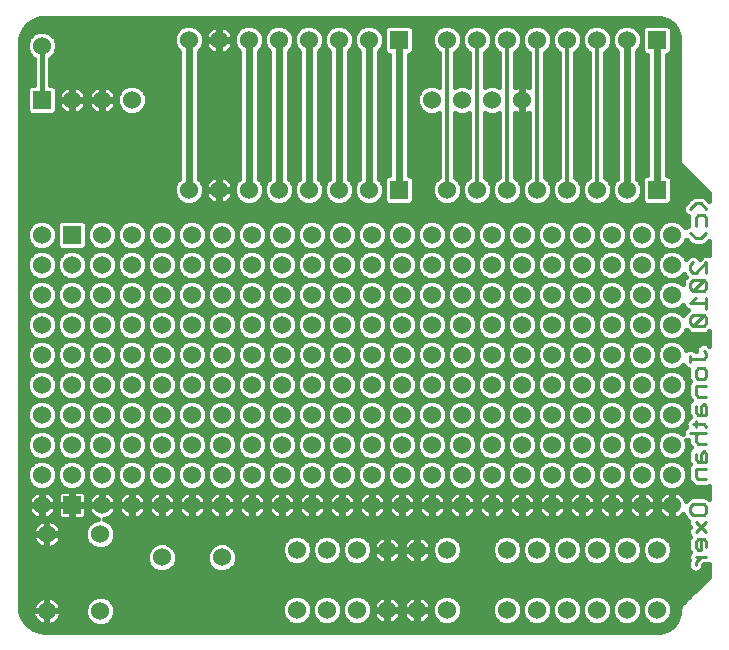
<source format=gbl>
G75*
G70*
%OFA0B0*%
%FSLAX24Y24*%
%IPPOS*%
%LPD*%
%AMOC8*
5,1,8,0,0,1.08239X$1,22.5*
%
%ADD10C,0.0100*%
%ADD11C,0.0600*%
%ADD12R,0.0600X0.0600*%
%ADD13C,0.0240*%
%ADD14C,0.0120*%
%ADD15C,0.0160*%
D10*
X023011Y003048D02*
X023011Y003138D01*
X023192Y003319D01*
X023372Y003319D02*
X023011Y003319D01*
X023102Y003548D02*
X023011Y003638D01*
X023011Y003818D01*
X023102Y003908D01*
X023282Y003908D01*
X023372Y003818D01*
X023372Y003638D01*
X023192Y003548D02*
X023192Y003908D01*
X023372Y004137D02*
X023011Y004497D01*
X022921Y004726D02*
X022831Y004816D01*
X022831Y004996D01*
X022921Y005086D01*
X023282Y005086D01*
X023372Y004996D01*
X023372Y004816D01*
X023282Y004726D01*
X022921Y004726D01*
X023372Y004497D02*
X023011Y004137D01*
X023102Y003548D02*
X023192Y003548D01*
X023102Y005905D02*
X023372Y005905D01*
X023102Y005905D02*
X023011Y005995D01*
X023011Y006265D01*
X023372Y006265D01*
X023372Y006494D02*
X023102Y006494D01*
X023011Y006584D01*
X023011Y006764D01*
X023192Y006764D02*
X023192Y006494D01*
X023372Y006494D02*
X023372Y006764D01*
X023282Y006854D01*
X023192Y006764D01*
X023102Y007083D02*
X023011Y007173D01*
X023011Y007354D01*
X023102Y007444D01*
X023011Y007656D02*
X023011Y007836D01*
X022921Y007746D02*
X023282Y007746D01*
X023372Y007656D01*
X023372Y007444D02*
X022831Y007444D01*
X023102Y007083D02*
X023372Y007083D01*
X023372Y008065D02*
X023102Y008065D01*
X023011Y008156D01*
X023011Y008336D01*
X023192Y008336D02*
X023192Y008065D01*
X023372Y008065D02*
X023372Y008336D01*
X023282Y008426D01*
X023192Y008336D01*
X023102Y008655D02*
X023011Y008745D01*
X023011Y009015D01*
X023372Y009015D01*
X023282Y009244D02*
X023102Y009244D01*
X023011Y009334D01*
X023011Y009514D01*
X023102Y009604D01*
X023282Y009604D01*
X023372Y009514D01*
X023372Y009334D01*
X023282Y009244D01*
X023372Y008655D02*
X023102Y008655D01*
X022831Y009833D02*
X022831Y010014D01*
X022831Y009923D02*
X023282Y009923D01*
X023372Y010014D01*
X023372Y010104D01*
X023282Y010194D01*
X023282Y011012D02*
X022921Y011012D01*
X023282Y011372D01*
X023372Y011282D01*
X023372Y011102D01*
X023282Y011012D01*
X023282Y011372D02*
X022921Y011372D01*
X022831Y011282D01*
X022831Y011102D01*
X022921Y011012D01*
X023372Y011601D02*
X023372Y011961D01*
X023372Y011781D02*
X022831Y011781D01*
X023011Y011961D01*
X022921Y012191D02*
X023282Y012551D01*
X023372Y012461D01*
X023372Y012281D01*
X023282Y012191D01*
X022921Y012191D01*
X022831Y012281D01*
X022831Y012461D01*
X022921Y012551D01*
X023282Y012551D01*
X023372Y012780D02*
X023372Y013140D01*
X023011Y012780D01*
X022921Y012780D01*
X022831Y012870D01*
X022831Y013050D01*
X022921Y013140D01*
X023011Y013942D02*
X022831Y014122D01*
X023011Y013942D02*
X023192Y013942D01*
X023372Y014122D01*
X023372Y014351D02*
X023372Y014621D01*
X023282Y014711D01*
X023102Y014711D01*
X023011Y014621D01*
X023011Y014351D01*
X022831Y014924D02*
X023011Y015104D01*
X023192Y015104D01*
X023372Y014924D01*
D11*
X022222Y014054D03*
X022222Y013054D03*
X021222Y013054D03*
X020222Y013054D03*
X019222Y013054D03*
X018222Y013054D03*
X017222Y013054D03*
X016222Y013054D03*
X015222Y013054D03*
X014222Y013054D03*
X013222Y013054D03*
X012222Y013054D03*
X011222Y013054D03*
X010222Y013054D03*
X009222Y013054D03*
X008222Y013054D03*
X007222Y013054D03*
X006222Y013054D03*
X005222Y013054D03*
X004222Y013054D03*
X003222Y013054D03*
X003222Y014054D03*
X004222Y014054D03*
X005222Y014054D03*
X006222Y014054D03*
X007222Y014054D03*
X008222Y014054D03*
X009222Y014054D03*
X010222Y014054D03*
X011222Y014054D03*
X012222Y014054D03*
X013222Y014054D03*
X014222Y014054D03*
X015222Y014054D03*
X016222Y014054D03*
X017222Y014054D03*
X018222Y014054D03*
X019222Y014054D03*
X020222Y014054D03*
X021222Y014054D03*
X020722Y015554D03*
X019722Y015554D03*
X018722Y015554D03*
X017722Y015554D03*
X016722Y015554D03*
X015722Y015554D03*
X014722Y015554D03*
X012122Y015554D03*
X011122Y015554D03*
X010122Y015554D03*
X009122Y015554D03*
X008122Y015554D03*
X007122Y015554D03*
X006122Y015554D03*
X004222Y018554D03*
X003222Y018554D03*
X002222Y018554D03*
X001222Y020354D03*
X006122Y020554D03*
X007122Y020554D03*
X008122Y020554D03*
X009122Y020554D03*
X010122Y020554D03*
X011122Y020554D03*
X012122Y020554D03*
X014222Y018554D03*
X015222Y018554D03*
X016222Y018554D03*
X017222Y018554D03*
X017722Y020554D03*
X018722Y020554D03*
X019722Y020554D03*
X020722Y020554D03*
X016722Y020554D03*
X015722Y020554D03*
X014722Y020554D03*
X015222Y012054D03*
X016222Y012054D03*
X017222Y012054D03*
X018222Y012054D03*
X019222Y012054D03*
X020222Y012054D03*
X021222Y012054D03*
X022222Y012054D03*
X022222Y011054D03*
X022222Y010054D03*
X021222Y010054D03*
X020222Y010054D03*
X019222Y010054D03*
X018222Y010054D03*
X017222Y010054D03*
X016222Y010054D03*
X015222Y010054D03*
X014222Y010054D03*
X013222Y010054D03*
X012222Y010054D03*
X011222Y010054D03*
X010222Y010054D03*
X009222Y010054D03*
X008222Y010054D03*
X007222Y010054D03*
X006222Y010054D03*
X005222Y010054D03*
X004222Y010054D03*
X003222Y010054D03*
X003222Y011054D03*
X004222Y011054D03*
X005222Y011054D03*
X006222Y011054D03*
X007222Y011054D03*
X008222Y011054D03*
X009222Y011054D03*
X010222Y011054D03*
X011222Y011054D03*
X012222Y011054D03*
X013222Y011054D03*
X014222Y011054D03*
X015222Y011054D03*
X016222Y011054D03*
X017222Y011054D03*
X018222Y011054D03*
X019222Y011054D03*
X020222Y011054D03*
X021222Y011054D03*
X021222Y009054D03*
X021222Y008054D03*
X022222Y008054D03*
X022222Y009054D03*
X020222Y009054D03*
X020222Y008054D03*
X019222Y008054D03*
X018222Y008054D03*
X017222Y008054D03*
X016222Y008054D03*
X015222Y008054D03*
X014222Y008054D03*
X013222Y008054D03*
X012222Y008054D03*
X011222Y008054D03*
X010222Y008054D03*
X009222Y008054D03*
X008222Y008054D03*
X007222Y008054D03*
X006222Y008054D03*
X005222Y008054D03*
X004222Y008054D03*
X003222Y008054D03*
X003222Y009054D03*
X004222Y009054D03*
X005222Y009054D03*
X006222Y009054D03*
X007222Y009054D03*
X008222Y009054D03*
X009222Y009054D03*
X010222Y009054D03*
X011222Y009054D03*
X012222Y009054D03*
X013222Y009054D03*
X014222Y009054D03*
X015222Y009054D03*
X016222Y009054D03*
X017222Y009054D03*
X018222Y009054D03*
X019222Y009054D03*
X019222Y007054D03*
X019222Y006054D03*
X020222Y006054D03*
X021222Y006054D03*
X022222Y006054D03*
X022222Y007054D03*
X021222Y007054D03*
X020222Y007054D03*
X018222Y007054D03*
X018222Y006054D03*
X017222Y006054D03*
X016222Y006054D03*
X015222Y006054D03*
X014222Y006054D03*
X013222Y006054D03*
X012222Y006054D03*
X011222Y006054D03*
X010222Y006054D03*
X009222Y006054D03*
X008222Y006054D03*
X007222Y006054D03*
X006222Y006054D03*
X005222Y006054D03*
X004222Y006054D03*
X003222Y006054D03*
X003222Y007054D03*
X004222Y007054D03*
X005222Y007054D03*
X006222Y007054D03*
X007222Y007054D03*
X008222Y007054D03*
X009222Y007054D03*
X010222Y007054D03*
X011222Y007054D03*
X012222Y007054D03*
X013222Y007054D03*
X014222Y007054D03*
X015222Y007054D03*
X016222Y007054D03*
X017222Y007054D03*
X017222Y005054D03*
X018222Y005054D03*
X019222Y005054D03*
X020222Y005054D03*
X021222Y005054D03*
X022222Y005054D03*
X021722Y003554D03*
X020722Y003554D03*
X019722Y003554D03*
X018722Y003554D03*
X017722Y003554D03*
X016722Y003554D03*
X016222Y005054D03*
X015222Y005054D03*
X014222Y005054D03*
X013222Y005054D03*
X012222Y005054D03*
X011222Y005054D03*
X010222Y005054D03*
X009222Y005054D03*
X008222Y005054D03*
X007222Y005054D03*
X006222Y005054D03*
X005222Y005054D03*
X004222Y005054D03*
X003222Y005054D03*
X003162Y004084D03*
X001382Y004084D03*
X001222Y005054D03*
X001222Y006054D03*
X002222Y006054D03*
X002222Y007054D03*
X001222Y007054D03*
X001222Y008054D03*
X002222Y008054D03*
X002222Y009054D03*
X001222Y009054D03*
X001222Y010054D03*
X002222Y010054D03*
X002222Y011054D03*
X001222Y011054D03*
X001222Y012054D03*
X002222Y012054D03*
X003222Y012054D03*
X004222Y012054D03*
X005222Y012054D03*
X006222Y012054D03*
X007222Y012054D03*
X008222Y012054D03*
X009222Y012054D03*
X010222Y012054D03*
X011222Y012054D03*
X012222Y012054D03*
X013222Y012054D03*
X014222Y012054D03*
X014722Y003554D03*
X013722Y003554D03*
X012722Y003554D03*
X011722Y003554D03*
X010722Y003554D03*
X009722Y003554D03*
X009722Y001554D03*
X010722Y001554D03*
X011722Y001554D03*
X012722Y001554D03*
X013722Y001554D03*
X014722Y001554D03*
X016722Y001554D03*
X017722Y001554D03*
X018722Y001554D03*
X019722Y001554D03*
X020722Y001554D03*
X021722Y001554D03*
X007222Y003304D03*
X005222Y003304D03*
X003162Y001524D03*
X001382Y001524D03*
X001222Y013054D03*
X002222Y013054D03*
X001222Y014054D03*
D12*
X002222Y014054D03*
X001222Y018554D03*
X013122Y020554D03*
X013122Y015554D03*
X021722Y015554D03*
X021722Y020554D03*
X002222Y005054D03*
D13*
X006122Y015554D02*
X006122Y020554D01*
X008122Y020554D02*
X008122Y015554D01*
X009122Y015554D02*
X009122Y020554D01*
X010122Y020554D02*
X010122Y015554D01*
X011122Y015554D02*
X011122Y020554D01*
X012122Y020554D02*
X012122Y015554D01*
X013122Y015554D02*
X013122Y020554D01*
X020722Y020554D02*
X020722Y015554D01*
X021722Y015554D02*
X021722Y020554D01*
D14*
X019722Y020554D02*
X019722Y015554D01*
X018722Y015554D02*
X018722Y020554D01*
X017722Y020554D02*
X017722Y015554D01*
X016722Y015554D02*
X016722Y020554D01*
X015722Y020554D02*
X015722Y015554D01*
X014722Y015554D02*
X014722Y020554D01*
D15*
X003049Y001030D02*
X000793Y001030D01*
X000739Y001071D02*
X000926Y000928D01*
X001143Y000836D01*
X001246Y000814D01*
X021670Y000814D01*
X021694Y000814D01*
X021722Y000814D01*
X021837Y000823D01*
X022058Y000895D01*
X022245Y001031D01*
X022381Y001218D01*
X022453Y001439D01*
X022462Y001554D01*
X022462Y001606D01*
X022501Y001702D01*
X023462Y002662D01*
X023462Y003085D01*
X023421Y003069D01*
X023295Y003069D01*
X023261Y003035D01*
X023261Y002999D01*
X023223Y002907D01*
X023153Y002836D01*
X023061Y002798D01*
X022962Y002798D01*
X022870Y002836D01*
X022800Y002907D01*
X022761Y002999D01*
X022761Y003188D01*
X022761Y003188D01*
X022778Y003229D01*
X022761Y003269D01*
X022761Y003368D01*
X022800Y003460D01*
X022818Y003478D01*
X022800Y003496D01*
X022761Y003588D01*
X022761Y003687D01*
X022761Y003868D01*
X022761Y003868D01*
X022800Y003959D01*
X022817Y003977D01*
X022800Y003995D01*
X022761Y004087D01*
X022761Y004187D01*
X022800Y004278D01*
X022838Y004317D01*
X022800Y004356D01*
X022761Y004447D01*
X022761Y004533D01*
X022619Y004675D01*
X022591Y004744D01*
X022494Y004647D01*
X022317Y004574D01*
X022242Y004574D01*
X022242Y005034D01*
X022202Y005034D01*
X022202Y004574D01*
X022126Y004574D01*
X021950Y004647D01*
X021815Y004782D01*
X021742Y004959D01*
X021742Y005034D01*
X022201Y005034D01*
X022201Y005074D01*
X021742Y005074D01*
X021742Y005150D01*
X021815Y005326D01*
X021950Y005461D01*
X022126Y005534D01*
X022202Y005534D01*
X022202Y005075D01*
X022242Y005075D01*
X022242Y005534D01*
X022317Y005534D01*
X022494Y005461D01*
X022629Y005326D01*
X022681Y005200D01*
X022779Y005298D01*
X022780Y005298D01*
X022780Y005298D01*
X022833Y005320D01*
X022872Y005336D01*
X023232Y005336D01*
X023331Y005336D01*
X023423Y005298D01*
X023462Y005260D01*
X023462Y005671D01*
X023421Y005655D01*
X023052Y005655D01*
X022960Y005693D01*
X022890Y005763D01*
X022800Y005853D01*
X022761Y005945D01*
X022761Y006045D01*
X022761Y006315D01*
X022800Y006407D01*
X022818Y006425D01*
X022800Y006443D01*
X022761Y006534D01*
X022761Y006634D01*
X022761Y006814D01*
X022800Y006906D01*
X022863Y006969D01*
X022800Y007032D01*
X022761Y007124D01*
X022761Y007202D01*
X022690Y007232D01*
X022689Y007232D01*
X022722Y007154D01*
X022722Y006955D01*
X022646Y006771D01*
X022505Y006630D01*
X022321Y006554D01*
X022122Y006554D01*
X021939Y006478D01*
X021798Y006338D01*
X021722Y006154D01*
X021722Y005955D01*
X021646Y005771D01*
X021505Y005630D01*
X021321Y005554D01*
X021122Y005554D01*
X020939Y005630D01*
X020798Y005771D01*
X020722Y005955D01*
X020646Y005771D01*
X020505Y005630D01*
X020321Y005554D01*
X020122Y005554D01*
X019939Y005630D01*
X019798Y005771D01*
X019722Y005955D01*
X019722Y006154D01*
X019798Y006338D01*
X019939Y006478D01*
X020122Y006554D01*
X020321Y006554D01*
X020505Y006478D01*
X020646Y006338D01*
X020722Y006154D01*
X020722Y005955D01*
X020722Y006154D01*
X020798Y006338D01*
X020939Y006478D01*
X021122Y006554D01*
X021321Y006554D01*
X021505Y006478D01*
X021646Y006338D01*
X021722Y006154D01*
X021722Y005955D01*
X021798Y005771D01*
X021939Y005630D01*
X022122Y005554D01*
X022321Y005554D01*
X022505Y005630D01*
X022646Y005771D01*
X022722Y005955D01*
X022722Y006154D01*
X022646Y006338D01*
X022505Y006478D01*
X022321Y006554D01*
X022122Y006554D01*
X021939Y006630D01*
X021798Y006771D01*
X021722Y006955D01*
X021646Y006771D01*
X021505Y006630D01*
X021321Y006554D01*
X021122Y006554D01*
X020939Y006630D01*
X020798Y006771D01*
X020722Y006955D01*
X020646Y006771D01*
X020505Y006630D01*
X020321Y006554D01*
X020122Y006554D01*
X019939Y006630D01*
X019798Y006771D01*
X019722Y006955D01*
X019722Y007154D01*
X019798Y007338D01*
X019939Y007478D01*
X020122Y007554D01*
X020321Y007554D01*
X020505Y007478D01*
X020646Y007338D01*
X020722Y007154D01*
X020722Y006955D01*
X020722Y007154D01*
X020798Y007338D01*
X020939Y007478D01*
X021122Y007554D01*
X021321Y007554D01*
X021505Y007478D01*
X021646Y007338D01*
X021722Y007154D01*
X021722Y006955D01*
X021722Y007154D01*
X021798Y007338D01*
X021939Y007478D01*
X022122Y007554D01*
X022321Y007554D01*
X022505Y007478D01*
X022581Y007402D01*
X022581Y007493D01*
X022619Y007585D01*
X022689Y007655D01*
X022671Y007697D01*
X022671Y007796D01*
X022709Y007888D01*
X022780Y007958D01*
X022794Y007964D01*
X022800Y007978D01*
X022818Y007996D01*
X022800Y008014D01*
X022761Y008106D01*
X022761Y008205D01*
X022761Y008385D01*
X022800Y008477D01*
X022863Y008540D01*
X022800Y008603D01*
X022761Y008695D01*
X022761Y008795D01*
X022761Y009065D01*
X022800Y009157D01*
X022818Y009175D01*
X022800Y009193D01*
X022761Y009284D01*
X022761Y009465D01*
X022761Y009564D01*
X022771Y009588D01*
X022690Y009621D01*
X022619Y009692D01*
X022604Y009729D01*
X022505Y009630D01*
X022321Y009554D01*
X022122Y009554D01*
X021939Y009478D01*
X021798Y009338D01*
X021722Y009154D01*
X021722Y008955D01*
X021646Y008771D01*
X021505Y008630D01*
X021321Y008554D01*
X021122Y008554D01*
X020939Y008478D01*
X020798Y008338D01*
X020722Y008154D01*
X020722Y007955D01*
X020646Y007771D01*
X020505Y007630D01*
X020321Y007554D01*
X020122Y007554D01*
X019939Y007630D01*
X019798Y007771D01*
X019722Y007955D01*
X019722Y008154D01*
X019798Y008338D01*
X019939Y008478D01*
X020122Y008554D01*
X020321Y008554D01*
X020505Y008478D01*
X020646Y008338D01*
X020722Y008154D01*
X020722Y007955D01*
X020798Y007771D01*
X020939Y007630D01*
X021122Y007554D01*
X021321Y007554D01*
X021505Y007630D01*
X021646Y007771D01*
X021722Y007955D01*
X021722Y008154D01*
X021722Y007955D01*
X021798Y007771D01*
X021939Y007630D01*
X022122Y007554D01*
X022321Y007554D01*
X022505Y007630D01*
X022646Y007771D01*
X022722Y007955D01*
X022722Y008154D01*
X022646Y008338D01*
X022505Y008478D01*
X022321Y008554D01*
X022122Y008554D01*
X021939Y008478D01*
X021798Y008338D01*
X021722Y008154D01*
X021646Y008338D01*
X021505Y008478D01*
X021321Y008554D01*
X021122Y008554D01*
X020939Y008630D01*
X020798Y008771D01*
X020722Y008955D01*
X020646Y008771D01*
X020505Y008630D01*
X020321Y008554D01*
X020122Y008554D01*
X019939Y008630D01*
X019798Y008771D01*
X019722Y008955D01*
X019722Y009154D01*
X019798Y009338D01*
X019939Y009478D01*
X020122Y009554D01*
X020321Y009554D01*
X020505Y009478D01*
X020646Y009338D01*
X020722Y009154D01*
X020722Y008955D01*
X020722Y009154D01*
X020798Y009338D01*
X020939Y009478D01*
X021122Y009554D01*
X021321Y009554D01*
X021505Y009478D01*
X021646Y009338D01*
X021722Y009154D01*
X021722Y008955D01*
X021798Y008771D01*
X021939Y008630D01*
X022122Y008554D01*
X022321Y008554D01*
X022505Y008630D01*
X022646Y008771D01*
X022722Y008955D01*
X022722Y009154D01*
X022646Y009338D01*
X022505Y009478D01*
X022321Y009554D01*
X022122Y009554D01*
X021939Y009630D01*
X021798Y009771D01*
X021722Y009955D01*
X021646Y009771D01*
X021505Y009630D01*
X021321Y009554D01*
X021122Y009554D01*
X020939Y009630D01*
X020798Y009771D01*
X020722Y009955D01*
X020646Y009771D01*
X020505Y009630D01*
X020321Y009554D01*
X020122Y009554D01*
X019939Y009630D01*
X019798Y009771D01*
X019722Y009955D01*
X019722Y010154D01*
X019798Y010338D01*
X019939Y010478D01*
X020122Y010554D01*
X020321Y010554D01*
X020505Y010478D01*
X020646Y010338D01*
X020722Y010154D01*
X020722Y009955D01*
X020722Y010154D01*
X020798Y010338D01*
X020939Y010478D01*
X021122Y010554D01*
X021321Y010554D01*
X021505Y010478D01*
X021646Y010338D01*
X021722Y010154D01*
X021722Y009955D01*
X021722Y010154D01*
X021798Y010338D01*
X021939Y010478D01*
X022122Y010554D01*
X022321Y010554D01*
X022505Y010478D01*
X022646Y010338D01*
X022692Y010226D01*
X022782Y010263D01*
X022881Y010263D01*
X022973Y010225D01*
X023025Y010173D01*
X023032Y010173D01*
X023032Y010243D01*
X023070Y010335D01*
X023140Y010406D01*
X023232Y010444D01*
X023331Y010444D01*
X023423Y010406D01*
X023462Y010367D01*
X023462Y010838D01*
X023423Y010800D01*
X023331Y010762D01*
X023331Y010762D01*
X022872Y010762D01*
X022788Y010797D01*
X022780Y010800D01*
X022709Y010870D01*
X022709Y010870D01*
X022693Y010886D01*
X022646Y010771D01*
X022505Y010630D01*
X022321Y010554D01*
X022122Y010554D01*
X021939Y010630D01*
X021798Y010771D01*
X021722Y010955D01*
X021646Y010771D01*
X021505Y010630D01*
X021321Y010554D01*
X021122Y010554D01*
X020939Y010630D01*
X020798Y010771D01*
X020722Y010955D01*
X020646Y010771D01*
X020505Y010630D01*
X020321Y010554D01*
X020122Y010554D01*
X019939Y010630D01*
X019798Y010771D01*
X019722Y010955D01*
X019722Y011154D01*
X019798Y011338D01*
X019939Y011478D01*
X020122Y011554D01*
X020321Y011554D01*
X020505Y011478D01*
X020646Y011338D01*
X020722Y011154D01*
X020722Y010955D01*
X020722Y011154D01*
X020798Y011338D01*
X020939Y011478D01*
X021122Y011554D01*
X021321Y011554D01*
X021505Y011478D01*
X021646Y011338D01*
X021722Y011154D01*
X021722Y010955D01*
X021722Y011154D01*
X021798Y011338D01*
X021939Y011478D01*
X022122Y011554D01*
X022321Y011554D01*
X022505Y011478D01*
X022602Y011381D01*
X022619Y011424D01*
X022743Y011547D01*
X022690Y011569D01*
X022619Y011640D01*
X022593Y011704D01*
X022589Y011714D01*
X022505Y011630D01*
X022321Y011554D01*
X022122Y011554D01*
X021939Y011630D01*
X021798Y011771D01*
X021722Y011955D01*
X021646Y011771D01*
X021505Y011630D01*
X021321Y011554D01*
X021122Y011554D01*
X020939Y011630D01*
X020798Y011771D01*
X020722Y011955D01*
X020646Y011771D01*
X020505Y011630D01*
X020321Y011554D01*
X020122Y011554D01*
X019939Y011630D01*
X019798Y011771D01*
X019722Y011955D01*
X019722Y012154D01*
X019798Y012338D01*
X019939Y012478D01*
X020122Y012554D01*
X020321Y012554D01*
X020505Y012478D01*
X020646Y012338D01*
X020722Y012154D01*
X020722Y011955D01*
X020722Y012154D01*
X020798Y012338D01*
X020939Y012478D01*
X021122Y012554D01*
X021321Y012554D01*
X021505Y012478D01*
X021646Y012338D01*
X021722Y012154D01*
X021722Y011955D01*
X021722Y012154D01*
X021798Y012338D01*
X021939Y012478D01*
X022122Y012554D01*
X022321Y012554D01*
X022505Y012478D01*
X022581Y012402D01*
X022581Y012510D01*
X022581Y012511D01*
X022619Y012602D01*
X022682Y012665D01*
X022619Y012728D01*
X022614Y012740D01*
X022505Y012630D01*
X022321Y012554D01*
X022122Y012554D01*
X021939Y012630D01*
X021798Y012771D01*
X021722Y012955D01*
X021646Y012771D01*
X021505Y012630D01*
X021321Y012554D01*
X021122Y012554D01*
X020939Y012630D01*
X020798Y012771D01*
X020722Y012955D01*
X020646Y012771D01*
X020505Y012630D01*
X020321Y012554D01*
X020122Y012554D01*
X019939Y012630D01*
X019798Y012771D01*
X019722Y012955D01*
X019722Y013154D01*
X019798Y013338D01*
X019939Y013478D01*
X020122Y013554D01*
X020321Y013554D01*
X020505Y013478D01*
X020646Y013338D01*
X020722Y013154D01*
X020722Y012955D01*
X020722Y013154D01*
X020798Y013338D01*
X020939Y013478D01*
X021122Y013554D01*
X021321Y013554D01*
X021505Y013478D01*
X021646Y013338D01*
X021722Y013154D01*
X021722Y012955D01*
X021722Y013154D01*
X021798Y013338D01*
X021939Y013478D01*
X022122Y013554D01*
X022321Y013554D01*
X022505Y013478D01*
X022646Y013338D01*
X022681Y013253D01*
X022780Y013352D01*
X022872Y013390D01*
X022971Y013390D01*
X023063Y013352D01*
X023133Y013282D01*
X023141Y013263D01*
X023230Y013352D01*
X023322Y013390D01*
X023421Y013390D01*
X023462Y013373D01*
X023462Y013859D01*
X023404Y013800D01*
X023333Y013730D01*
X023241Y013692D01*
X023061Y013692D01*
X022962Y013692D01*
X022962Y013692D01*
X022936Y013703D01*
X022870Y013730D01*
X022699Y013901D01*
X022646Y013771D01*
X022505Y013630D01*
X022321Y013554D01*
X022122Y013554D01*
X021939Y013630D01*
X021798Y013771D01*
X021722Y013955D01*
X021646Y013771D01*
X021505Y013630D01*
X021321Y013554D01*
X021122Y013554D01*
X020939Y013630D01*
X020798Y013771D01*
X020722Y013955D01*
X020646Y013771D01*
X020505Y013630D01*
X020321Y013554D01*
X020122Y013554D01*
X019939Y013630D01*
X019798Y013771D01*
X019722Y013955D01*
X019646Y013771D01*
X019505Y013630D01*
X019321Y013554D01*
X019122Y013554D01*
X018939Y013478D01*
X018798Y013338D01*
X018722Y013154D01*
X018722Y012955D01*
X018798Y012771D01*
X018939Y012630D01*
X019122Y012554D01*
X018939Y012478D01*
X018798Y012338D01*
X018722Y012154D01*
X018722Y011955D01*
X018798Y011771D01*
X018939Y011630D01*
X019122Y011554D01*
X018939Y011478D01*
X018798Y011338D01*
X018722Y011154D01*
X018722Y010955D01*
X018798Y010771D01*
X018939Y010630D01*
X019122Y010554D01*
X018939Y010478D01*
X018798Y010338D01*
X018722Y010154D01*
X018722Y009955D01*
X018798Y009771D01*
X018939Y009630D01*
X019122Y009554D01*
X018939Y009478D01*
X018798Y009338D01*
X018722Y009154D01*
X018722Y008955D01*
X018798Y008771D01*
X018939Y008630D01*
X019122Y008554D01*
X018939Y008478D01*
X018798Y008338D01*
X018722Y008154D01*
X018722Y007955D01*
X018798Y007771D01*
X018939Y007630D01*
X019122Y007554D01*
X018939Y007478D01*
X018798Y007338D01*
X018722Y007154D01*
X018722Y006955D01*
X018798Y006771D01*
X018939Y006630D01*
X019122Y006554D01*
X018939Y006478D01*
X018798Y006338D01*
X018722Y006154D01*
X018722Y005955D01*
X018798Y005771D01*
X018939Y005630D01*
X019122Y005554D01*
X019321Y005554D01*
X019505Y005630D01*
X019646Y005771D01*
X019722Y005955D01*
X019722Y006154D01*
X019646Y006338D01*
X019505Y006478D01*
X019321Y006554D01*
X019122Y006554D01*
X019321Y006554D01*
X019505Y006630D01*
X019646Y006771D01*
X019722Y006955D01*
X019722Y007154D01*
X019646Y007338D01*
X019505Y007478D01*
X019321Y007554D01*
X019122Y007554D01*
X019321Y007554D01*
X019505Y007630D01*
X019646Y007771D01*
X019722Y007955D01*
X019722Y008154D01*
X019646Y008338D01*
X019505Y008478D01*
X019321Y008554D01*
X019122Y008554D01*
X019321Y008554D01*
X019505Y008630D01*
X019646Y008771D01*
X019722Y008955D01*
X019722Y009154D01*
X019646Y009338D01*
X019505Y009478D01*
X019321Y009554D01*
X019122Y009554D01*
X019321Y009554D01*
X019505Y009630D01*
X019646Y009771D01*
X019722Y009955D01*
X019722Y010154D01*
X019646Y010338D01*
X019505Y010478D01*
X019321Y010554D01*
X019122Y010554D01*
X019321Y010554D01*
X019505Y010630D01*
X019646Y010771D01*
X019722Y010955D01*
X019722Y011154D01*
X019646Y011338D01*
X019505Y011478D01*
X019321Y011554D01*
X019122Y011554D01*
X019321Y011554D01*
X019505Y011630D01*
X019646Y011771D01*
X019722Y011955D01*
X019722Y012154D01*
X019646Y012338D01*
X019505Y012478D01*
X019321Y012554D01*
X019122Y012554D01*
X019321Y012554D01*
X019505Y012630D01*
X019646Y012771D01*
X019722Y012955D01*
X019722Y013154D01*
X019646Y013338D01*
X019505Y013478D01*
X019321Y013554D01*
X019122Y013554D01*
X018939Y013630D01*
X018798Y013771D01*
X018722Y013955D01*
X018646Y013771D01*
X018505Y013630D01*
X018321Y013554D01*
X018122Y013554D01*
X017939Y013478D01*
X017798Y013338D01*
X017722Y013154D01*
X017722Y012955D01*
X017798Y012771D01*
X017939Y012630D01*
X018122Y012554D01*
X017939Y012478D01*
X017798Y012338D01*
X017722Y012154D01*
X017722Y011955D01*
X017798Y011771D01*
X017939Y011630D01*
X018122Y011554D01*
X017939Y011478D01*
X017798Y011338D01*
X017722Y011154D01*
X017722Y010955D01*
X017798Y010771D01*
X017939Y010630D01*
X018122Y010554D01*
X017939Y010478D01*
X017798Y010338D01*
X017722Y010154D01*
X017722Y009955D01*
X017798Y009771D01*
X017939Y009630D01*
X018122Y009554D01*
X017939Y009478D01*
X017798Y009338D01*
X017722Y009154D01*
X017722Y008955D01*
X017798Y008771D01*
X017939Y008630D01*
X018122Y008554D01*
X017939Y008478D01*
X017798Y008338D01*
X017722Y008154D01*
X017722Y007955D01*
X017798Y007771D01*
X017939Y007630D01*
X018122Y007554D01*
X017939Y007478D01*
X017798Y007338D01*
X017722Y007154D01*
X017722Y006955D01*
X017798Y006771D01*
X017939Y006630D01*
X018122Y006554D01*
X017939Y006478D01*
X017798Y006338D01*
X017722Y006154D01*
X017722Y005955D01*
X017798Y005771D01*
X017939Y005630D01*
X018122Y005554D01*
X018321Y005554D01*
X018505Y005630D01*
X018646Y005771D01*
X018722Y005955D01*
X018722Y006154D01*
X018646Y006338D01*
X018505Y006478D01*
X018321Y006554D01*
X018122Y006554D01*
X018321Y006554D01*
X018505Y006630D01*
X018646Y006771D01*
X018722Y006955D01*
X018722Y007154D01*
X018646Y007338D01*
X018505Y007478D01*
X018321Y007554D01*
X018122Y007554D01*
X018321Y007554D01*
X018505Y007630D01*
X018646Y007771D01*
X018722Y007955D01*
X018722Y008154D01*
X018646Y008338D01*
X018505Y008478D01*
X018321Y008554D01*
X018122Y008554D01*
X018321Y008554D01*
X018505Y008630D01*
X018646Y008771D01*
X018722Y008955D01*
X018722Y009154D01*
X018646Y009338D01*
X018505Y009478D01*
X018321Y009554D01*
X018122Y009554D01*
X018321Y009554D01*
X018505Y009630D01*
X018646Y009771D01*
X018722Y009955D01*
X018722Y010154D01*
X018646Y010338D01*
X018505Y010478D01*
X018321Y010554D01*
X018122Y010554D01*
X018321Y010554D01*
X018505Y010630D01*
X018646Y010771D01*
X018722Y010955D01*
X018722Y011154D01*
X018646Y011338D01*
X018505Y011478D01*
X018321Y011554D01*
X018122Y011554D01*
X018321Y011554D01*
X018505Y011630D01*
X018646Y011771D01*
X018722Y011955D01*
X018722Y012154D01*
X018646Y012338D01*
X018505Y012478D01*
X018321Y012554D01*
X018122Y012554D01*
X018321Y012554D01*
X018505Y012630D01*
X018646Y012771D01*
X018722Y012955D01*
X018722Y013154D01*
X018646Y013338D01*
X018505Y013478D01*
X018321Y013554D01*
X018122Y013554D01*
X017939Y013630D01*
X017798Y013771D01*
X017722Y013955D01*
X017646Y013771D01*
X017505Y013630D01*
X017321Y013554D01*
X017122Y013554D01*
X016939Y013478D01*
X016798Y013338D01*
X016722Y013154D01*
X016722Y012955D01*
X016798Y012771D01*
X016939Y012630D01*
X017122Y012554D01*
X016939Y012478D01*
X016798Y012338D01*
X016722Y012154D01*
X016722Y011955D01*
X016798Y011771D01*
X016939Y011630D01*
X017122Y011554D01*
X016939Y011478D01*
X016798Y011338D01*
X016722Y011154D01*
X016722Y010955D01*
X016798Y010771D01*
X016939Y010630D01*
X017122Y010554D01*
X016939Y010478D01*
X016798Y010338D01*
X016722Y010154D01*
X016722Y009955D01*
X016798Y009771D01*
X016939Y009630D01*
X017122Y009554D01*
X016939Y009478D01*
X016798Y009338D01*
X016722Y009154D01*
X016722Y008955D01*
X016798Y008771D01*
X016939Y008630D01*
X017122Y008554D01*
X016939Y008478D01*
X016798Y008338D01*
X016722Y008154D01*
X016722Y007955D01*
X016798Y007771D01*
X016939Y007630D01*
X017122Y007554D01*
X016939Y007478D01*
X016798Y007338D01*
X016722Y007154D01*
X016722Y006955D01*
X016798Y006771D01*
X016939Y006630D01*
X017122Y006554D01*
X016939Y006478D01*
X016798Y006338D01*
X016722Y006154D01*
X016722Y005955D01*
X016798Y005771D01*
X016939Y005630D01*
X017122Y005554D01*
X017321Y005554D01*
X017505Y005630D01*
X017646Y005771D01*
X017722Y005955D01*
X017722Y006154D01*
X017646Y006338D01*
X017505Y006478D01*
X017321Y006554D01*
X017122Y006554D01*
X017321Y006554D01*
X017505Y006630D01*
X017646Y006771D01*
X017722Y006955D01*
X017722Y007154D01*
X017646Y007338D01*
X017505Y007478D01*
X017321Y007554D01*
X017122Y007554D01*
X017321Y007554D01*
X017505Y007630D01*
X017646Y007771D01*
X017722Y007955D01*
X017722Y008154D01*
X017646Y008338D01*
X017505Y008478D01*
X017321Y008554D01*
X017122Y008554D01*
X017321Y008554D01*
X017505Y008630D01*
X017646Y008771D01*
X017722Y008955D01*
X017722Y009154D01*
X017646Y009338D01*
X017505Y009478D01*
X017321Y009554D01*
X017122Y009554D01*
X017321Y009554D01*
X017505Y009630D01*
X017646Y009771D01*
X017722Y009955D01*
X017722Y010154D01*
X017646Y010338D01*
X017505Y010478D01*
X017321Y010554D01*
X017122Y010554D01*
X017321Y010554D01*
X017505Y010630D01*
X017646Y010771D01*
X017722Y010955D01*
X017722Y011154D01*
X017646Y011338D01*
X017505Y011478D01*
X017321Y011554D01*
X017122Y011554D01*
X017321Y011554D01*
X017505Y011630D01*
X017646Y011771D01*
X017722Y011955D01*
X017722Y012154D01*
X017646Y012338D01*
X017505Y012478D01*
X017321Y012554D01*
X017122Y012554D01*
X017321Y012554D01*
X017505Y012630D01*
X017646Y012771D01*
X017722Y012955D01*
X017722Y013154D01*
X017646Y013338D01*
X017505Y013478D01*
X017321Y013554D01*
X017122Y013554D01*
X016939Y013630D01*
X016798Y013771D01*
X016722Y013955D01*
X016646Y013771D01*
X016505Y013630D01*
X016321Y013554D01*
X016122Y013554D01*
X015939Y013478D01*
X015798Y013338D01*
X015722Y013154D01*
X015722Y012955D01*
X015798Y012771D01*
X015939Y012630D01*
X016122Y012554D01*
X015939Y012478D01*
X015798Y012338D01*
X015722Y012154D01*
X015722Y011955D01*
X015798Y011771D01*
X015939Y011630D01*
X016122Y011554D01*
X015939Y011478D01*
X015798Y011338D01*
X015722Y011154D01*
X015722Y010955D01*
X015798Y010771D01*
X015939Y010630D01*
X016122Y010554D01*
X015939Y010478D01*
X015798Y010338D01*
X015722Y010154D01*
X015722Y009955D01*
X015798Y009771D01*
X015939Y009630D01*
X016122Y009554D01*
X015939Y009478D01*
X015798Y009338D01*
X015722Y009154D01*
X015722Y008955D01*
X015798Y008771D01*
X015939Y008630D01*
X016122Y008554D01*
X015939Y008478D01*
X015798Y008338D01*
X015722Y008154D01*
X015722Y007955D01*
X015798Y007771D01*
X015939Y007630D01*
X016122Y007554D01*
X015939Y007478D01*
X015798Y007338D01*
X015722Y007154D01*
X015722Y006955D01*
X015798Y006771D01*
X015939Y006630D01*
X016122Y006554D01*
X015939Y006478D01*
X015798Y006338D01*
X015722Y006154D01*
X015722Y005955D01*
X015798Y005771D01*
X015939Y005630D01*
X016122Y005554D01*
X016321Y005554D01*
X016505Y005630D01*
X016646Y005771D01*
X016722Y005955D01*
X016722Y006154D01*
X016646Y006338D01*
X016505Y006478D01*
X016321Y006554D01*
X016122Y006554D01*
X016321Y006554D01*
X016505Y006630D01*
X016646Y006771D01*
X016722Y006955D01*
X016722Y007154D01*
X016646Y007338D01*
X016505Y007478D01*
X016321Y007554D01*
X016122Y007554D01*
X016321Y007554D01*
X016505Y007630D01*
X016646Y007771D01*
X016722Y007955D01*
X016722Y008154D01*
X016646Y008338D01*
X016505Y008478D01*
X016321Y008554D01*
X016122Y008554D01*
X016321Y008554D01*
X016505Y008630D01*
X016646Y008771D01*
X016722Y008955D01*
X016722Y009154D01*
X016646Y009338D01*
X016505Y009478D01*
X016321Y009554D01*
X016122Y009554D01*
X016321Y009554D01*
X016505Y009630D01*
X016646Y009771D01*
X016722Y009955D01*
X016722Y010154D01*
X016646Y010338D01*
X016505Y010478D01*
X016321Y010554D01*
X016122Y010554D01*
X016321Y010554D01*
X016505Y010630D01*
X016646Y010771D01*
X016722Y010955D01*
X016722Y011154D01*
X016646Y011338D01*
X016505Y011478D01*
X016321Y011554D01*
X016122Y011554D01*
X016321Y011554D01*
X016505Y011630D01*
X016646Y011771D01*
X016722Y011955D01*
X016722Y012154D01*
X016646Y012338D01*
X016505Y012478D01*
X016321Y012554D01*
X016122Y012554D01*
X016321Y012554D01*
X016505Y012630D01*
X016646Y012771D01*
X016722Y012955D01*
X016722Y013154D01*
X016646Y013338D01*
X016505Y013478D01*
X016321Y013554D01*
X016122Y013554D01*
X015939Y013630D01*
X015798Y013771D01*
X015722Y013955D01*
X015646Y013771D01*
X015505Y013630D01*
X015321Y013554D01*
X015122Y013554D01*
X014939Y013478D01*
X014798Y013338D01*
X014722Y013154D01*
X014722Y012955D01*
X014798Y012771D01*
X014939Y012630D01*
X015122Y012554D01*
X014939Y012478D01*
X014798Y012338D01*
X014722Y012154D01*
X014722Y011955D01*
X014798Y011771D01*
X014939Y011630D01*
X015122Y011554D01*
X014939Y011478D01*
X014798Y011338D01*
X014722Y011154D01*
X014722Y010955D01*
X014798Y010771D01*
X014939Y010630D01*
X015122Y010554D01*
X014939Y010478D01*
X014798Y010338D01*
X014722Y010154D01*
X014722Y009955D01*
X014798Y009771D01*
X014939Y009630D01*
X015122Y009554D01*
X014939Y009478D01*
X014798Y009338D01*
X014722Y009154D01*
X014722Y008955D01*
X014798Y008771D01*
X014939Y008630D01*
X015122Y008554D01*
X014939Y008478D01*
X014798Y008338D01*
X014722Y008154D01*
X014722Y007955D01*
X014798Y007771D01*
X014939Y007630D01*
X015122Y007554D01*
X014939Y007478D01*
X014798Y007338D01*
X014722Y007154D01*
X014722Y006955D01*
X014798Y006771D01*
X014939Y006630D01*
X015122Y006554D01*
X014939Y006478D01*
X014798Y006338D01*
X014722Y006154D01*
X014722Y005955D01*
X014798Y005771D01*
X014939Y005630D01*
X015122Y005554D01*
X015321Y005554D01*
X015505Y005630D01*
X015646Y005771D01*
X015722Y005955D01*
X015722Y006154D01*
X015646Y006338D01*
X015505Y006478D01*
X015321Y006554D01*
X015122Y006554D01*
X015321Y006554D01*
X015505Y006630D01*
X015646Y006771D01*
X015722Y006955D01*
X015722Y007154D01*
X015646Y007338D01*
X015505Y007478D01*
X015321Y007554D01*
X015122Y007554D01*
X015321Y007554D01*
X015505Y007630D01*
X015646Y007771D01*
X015722Y007955D01*
X015722Y008154D01*
X015646Y008338D01*
X015505Y008478D01*
X015321Y008554D01*
X015122Y008554D01*
X015321Y008554D01*
X015505Y008630D01*
X015646Y008771D01*
X015722Y008955D01*
X015722Y009154D01*
X015646Y009338D01*
X015505Y009478D01*
X015321Y009554D01*
X015122Y009554D01*
X015321Y009554D01*
X015505Y009630D01*
X015646Y009771D01*
X015722Y009955D01*
X015722Y010154D01*
X015646Y010338D01*
X015505Y010478D01*
X015321Y010554D01*
X015122Y010554D01*
X015321Y010554D01*
X015505Y010630D01*
X015646Y010771D01*
X015722Y010955D01*
X015722Y011154D01*
X015646Y011338D01*
X015505Y011478D01*
X015321Y011554D01*
X015122Y011554D01*
X015321Y011554D01*
X015505Y011630D01*
X015646Y011771D01*
X015722Y011955D01*
X015722Y012154D01*
X015646Y012338D01*
X015505Y012478D01*
X015321Y012554D01*
X015122Y012554D01*
X015321Y012554D01*
X015505Y012630D01*
X015646Y012771D01*
X015722Y012955D01*
X015722Y013154D01*
X015646Y013338D01*
X015505Y013478D01*
X015321Y013554D01*
X015122Y013554D01*
X014939Y013630D01*
X014798Y013771D01*
X014722Y013955D01*
X014646Y013771D01*
X014505Y013630D01*
X014321Y013554D01*
X014122Y013554D01*
X013939Y013478D01*
X013798Y013338D01*
X013722Y013154D01*
X013722Y012955D01*
X013798Y012771D01*
X013939Y012630D01*
X014122Y012554D01*
X013939Y012478D01*
X013798Y012338D01*
X013722Y012154D01*
X013722Y011955D01*
X013798Y011771D01*
X013939Y011630D01*
X014122Y011554D01*
X013939Y011478D01*
X013798Y011338D01*
X013722Y011154D01*
X013722Y010955D01*
X013798Y010771D01*
X013939Y010630D01*
X014122Y010554D01*
X013939Y010478D01*
X013798Y010338D01*
X013722Y010154D01*
X013722Y009955D01*
X013798Y009771D01*
X013939Y009630D01*
X014122Y009554D01*
X013939Y009478D01*
X013798Y009338D01*
X013722Y009154D01*
X013722Y008955D01*
X013798Y008771D01*
X013939Y008630D01*
X014122Y008554D01*
X013939Y008478D01*
X013798Y008338D01*
X013722Y008154D01*
X013722Y007955D01*
X013798Y007771D01*
X013939Y007630D01*
X014122Y007554D01*
X013939Y007478D01*
X013798Y007338D01*
X013722Y007154D01*
X013722Y006955D01*
X013798Y006771D01*
X013939Y006630D01*
X014122Y006554D01*
X013939Y006478D01*
X013798Y006338D01*
X013722Y006154D01*
X013722Y005955D01*
X013798Y005771D01*
X013939Y005630D01*
X014122Y005554D01*
X014321Y005554D01*
X014505Y005630D01*
X014646Y005771D01*
X014722Y005955D01*
X014722Y006154D01*
X014646Y006338D01*
X014505Y006478D01*
X014321Y006554D01*
X014122Y006554D01*
X014321Y006554D01*
X014505Y006630D01*
X014646Y006771D01*
X014722Y006955D01*
X014722Y007154D01*
X014646Y007338D01*
X014505Y007478D01*
X014321Y007554D01*
X014122Y007554D01*
X014321Y007554D01*
X014505Y007630D01*
X014646Y007771D01*
X014722Y007955D01*
X014722Y008154D01*
X014646Y008338D01*
X014505Y008478D01*
X014321Y008554D01*
X014122Y008554D01*
X014321Y008554D01*
X014505Y008630D01*
X014646Y008771D01*
X014722Y008955D01*
X014722Y009154D01*
X014646Y009338D01*
X014505Y009478D01*
X014321Y009554D01*
X014122Y009554D01*
X014321Y009554D01*
X014505Y009630D01*
X014646Y009771D01*
X014722Y009955D01*
X014722Y010154D01*
X014646Y010338D01*
X014505Y010478D01*
X014321Y010554D01*
X014122Y010554D01*
X014321Y010554D01*
X014505Y010630D01*
X014646Y010771D01*
X014722Y010955D01*
X014722Y011154D01*
X014646Y011338D01*
X014505Y011478D01*
X014321Y011554D01*
X014122Y011554D01*
X014321Y011554D01*
X014505Y011630D01*
X014646Y011771D01*
X014722Y011955D01*
X014722Y012154D01*
X014646Y012338D01*
X014505Y012478D01*
X014321Y012554D01*
X014122Y012554D01*
X014321Y012554D01*
X014505Y012630D01*
X014646Y012771D01*
X014722Y012955D01*
X014722Y013154D01*
X014646Y013338D01*
X014505Y013478D01*
X014321Y013554D01*
X014122Y013554D01*
X013939Y013630D01*
X013798Y013771D01*
X013722Y013955D01*
X013646Y013771D01*
X013505Y013630D01*
X013321Y013554D01*
X013122Y013554D01*
X012939Y013478D01*
X012798Y013338D01*
X012722Y013154D01*
X012722Y012955D01*
X012798Y012771D01*
X012939Y012630D01*
X013122Y012554D01*
X012939Y012478D01*
X012798Y012338D01*
X012722Y012154D01*
X012722Y011955D01*
X012798Y011771D01*
X012939Y011630D01*
X013122Y011554D01*
X012939Y011478D01*
X012798Y011338D01*
X012722Y011154D01*
X012722Y010955D01*
X012798Y010771D01*
X012939Y010630D01*
X013122Y010554D01*
X012939Y010478D01*
X012798Y010338D01*
X012722Y010154D01*
X012722Y009955D01*
X012798Y009771D01*
X012939Y009630D01*
X013122Y009554D01*
X012939Y009478D01*
X012798Y009338D01*
X012722Y009154D01*
X012722Y008955D01*
X012798Y008771D01*
X012939Y008630D01*
X013122Y008554D01*
X012939Y008478D01*
X012798Y008338D01*
X012722Y008154D01*
X012722Y007955D01*
X012798Y007771D01*
X012939Y007630D01*
X013122Y007554D01*
X012939Y007478D01*
X012798Y007338D01*
X012722Y007154D01*
X012722Y006955D01*
X012798Y006771D01*
X012939Y006630D01*
X013122Y006554D01*
X012939Y006478D01*
X012798Y006338D01*
X012722Y006154D01*
X012722Y005955D01*
X012798Y005771D01*
X012939Y005630D01*
X013122Y005554D01*
X013321Y005554D01*
X013505Y005630D01*
X013646Y005771D01*
X013722Y005955D01*
X013722Y006154D01*
X013646Y006338D01*
X013505Y006478D01*
X013321Y006554D01*
X013122Y006554D01*
X013321Y006554D01*
X013505Y006630D01*
X013646Y006771D01*
X013722Y006955D01*
X013722Y007154D01*
X013646Y007338D01*
X013505Y007478D01*
X013321Y007554D01*
X013122Y007554D01*
X013321Y007554D01*
X013505Y007630D01*
X013646Y007771D01*
X013722Y007955D01*
X013722Y008154D01*
X013646Y008338D01*
X013505Y008478D01*
X013321Y008554D01*
X013122Y008554D01*
X013321Y008554D01*
X013505Y008630D01*
X013646Y008771D01*
X013722Y008955D01*
X013722Y009154D01*
X013646Y009338D01*
X013505Y009478D01*
X013321Y009554D01*
X013122Y009554D01*
X013321Y009554D01*
X013505Y009630D01*
X013646Y009771D01*
X013722Y009955D01*
X013722Y010154D01*
X013646Y010338D01*
X013505Y010478D01*
X013321Y010554D01*
X013122Y010554D01*
X013321Y010554D01*
X013505Y010630D01*
X013646Y010771D01*
X013722Y010955D01*
X013722Y011154D01*
X013646Y011338D01*
X013505Y011478D01*
X013321Y011554D01*
X013122Y011554D01*
X013321Y011554D01*
X013505Y011630D01*
X013646Y011771D01*
X013722Y011955D01*
X013722Y012154D01*
X013646Y012338D01*
X013505Y012478D01*
X013321Y012554D01*
X013122Y012554D01*
X013321Y012554D01*
X013505Y012630D01*
X013646Y012771D01*
X013722Y012955D01*
X013722Y013154D01*
X013646Y013338D01*
X013505Y013478D01*
X013321Y013554D01*
X013122Y013554D01*
X012939Y013630D01*
X012798Y013771D01*
X012722Y013955D01*
X012646Y013771D01*
X012505Y013630D01*
X012321Y013554D01*
X012122Y013554D01*
X011939Y013478D01*
X011798Y013338D01*
X011722Y013154D01*
X011722Y012955D01*
X011798Y012771D01*
X011939Y012630D01*
X012122Y012554D01*
X011939Y012478D01*
X011798Y012338D01*
X011722Y012154D01*
X011722Y011955D01*
X011798Y011771D01*
X011939Y011630D01*
X012122Y011554D01*
X011939Y011478D01*
X011798Y011338D01*
X011722Y011154D01*
X011722Y010955D01*
X011798Y010771D01*
X011939Y010630D01*
X012122Y010554D01*
X011939Y010478D01*
X011798Y010338D01*
X011722Y010154D01*
X011722Y009955D01*
X011798Y009771D01*
X011939Y009630D01*
X012122Y009554D01*
X011939Y009478D01*
X011798Y009338D01*
X011722Y009154D01*
X011722Y008955D01*
X011798Y008771D01*
X011939Y008630D01*
X012122Y008554D01*
X011939Y008478D01*
X011798Y008338D01*
X011722Y008154D01*
X011722Y007955D01*
X011798Y007771D01*
X011939Y007630D01*
X012122Y007554D01*
X011939Y007478D01*
X011798Y007338D01*
X011722Y007154D01*
X011722Y006955D01*
X011798Y006771D01*
X011939Y006630D01*
X012122Y006554D01*
X011939Y006478D01*
X011798Y006338D01*
X011722Y006154D01*
X011722Y005955D01*
X011798Y005771D01*
X011939Y005630D01*
X012122Y005554D01*
X012321Y005554D01*
X012505Y005630D01*
X012646Y005771D01*
X012722Y005955D01*
X012722Y006154D01*
X012646Y006338D01*
X012505Y006478D01*
X012321Y006554D01*
X012122Y006554D01*
X012321Y006554D01*
X012505Y006630D01*
X012646Y006771D01*
X012722Y006955D01*
X012722Y007154D01*
X012646Y007338D01*
X012505Y007478D01*
X012321Y007554D01*
X012122Y007554D01*
X012321Y007554D01*
X012505Y007630D01*
X012646Y007771D01*
X012722Y007955D01*
X012722Y008154D01*
X012646Y008338D01*
X012505Y008478D01*
X012321Y008554D01*
X012122Y008554D01*
X012321Y008554D01*
X012505Y008630D01*
X012646Y008771D01*
X012722Y008955D01*
X012722Y009154D01*
X012646Y009338D01*
X012505Y009478D01*
X012321Y009554D01*
X012122Y009554D01*
X012321Y009554D01*
X012505Y009630D01*
X012646Y009771D01*
X012722Y009955D01*
X012722Y010154D01*
X012646Y010338D01*
X012505Y010478D01*
X012321Y010554D01*
X012122Y010554D01*
X012321Y010554D01*
X012505Y010630D01*
X012646Y010771D01*
X012722Y010955D01*
X012722Y011154D01*
X012646Y011338D01*
X012505Y011478D01*
X012321Y011554D01*
X012122Y011554D01*
X012321Y011554D01*
X012505Y011630D01*
X012646Y011771D01*
X012722Y011955D01*
X012722Y012154D01*
X012646Y012338D01*
X012505Y012478D01*
X012321Y012554D01*
X012122Y012554D01*
X012321Y012554D01*
X012505Y012630D01*
X012646Y012771D01*
X012722Y012955D01*
X012722Y013154D01*
X012646Y013338D01*
X012505Y013478D01*
X012321Y013554D01*
X012122Y013554D01*
X011939Y013630D01*
X011798Y013771D01*
X011722Y013955D01*
X011646Y013771D01*
X011505Y013630D01*
X011321Y013554D01*
X011122Y013554D01*
X010939Y013478D01*
X010798Y013338D01*
X010722Y013154D01*
X010722Y012955D01*
X010798Y012771D01*
X010939Y012630D01*
X011122Y012554D01*
X010939Y012478D01*
X010798Y012338D01*
X010722Y012154D01*
X010722Y011955D01*
X010798Y011771D01*
X010939Y011630D01*
X011122Y011554D01*
X010939Y011478D01*
X010798Y011338D01*
X010722Y011154D01*
X010722Y010955D01*
X010798Y010771D01*
X010939Y010630D01*
X011122Y010554D01*
X010939Y010478D01*
X010798Y010338D01*
X010722Y010154D01*
X010722Y009955D01*
X010798Y009771D01*
X010939Y009630D01*
X011122Y009554D01*
X010939Y009478D01*
X010798Y009338D01*
X010722Y009154D01*
X010722Y008955D01*
X010798Y008771D01*
X010939Y008630D01*
X011122Y008554D01*
X010939Y008478D01*
X010798Y008338D01*
X010722Y008154D01*
X010722Y007955D01*
X010798Y007771D01*
X010939Y007630D01*
X011122Y007554D01*
X010939Y007478D01*
X010798Y007338D01*
X010722Y007154D01*
X010722Y006955D01*
X010798Y006771D01*
X010939Y006630D01*
X011122Y006554D01*
X010939Y006478D01*
X010798Y006338D01*
X010722Y006154D01*
X010722Y005955D01*
X010798Y005771D01*
X010939Y005630D01*
X011122Y005554D01*
X011321Y005554D01*
X011505Y005630D01*
X011646Y005771D01*
X011722Y005955D01*
X011722Y006154D01*
X011646Y006338D01*
X011505Y006478D01*
X011321Y006554D01*
X011122Y006554D01*
X011321Y006554D01*
X011505Y006630D01*
X011646Y006771D01*
X011722Y006955D01*
X011722Y007154D01*
X011646Y007338D01*
X011505Y007478D01*
X011321Y007554D01*
X011122Y007554D01*
X011321Y007554D01*
X011505Y007630D01*
X011646Y007771D01*
X011722Y007955D01*
X011722Y008154D01*
X011646Y008338D01*
X011505Y008478D01*
X011321Y008554D01*
X011122Y008554D01*
X011321Y008554D01*
X011505Y008630D01*
X011646Y008771D01*
X011722Y008955D01*
X011722Y009154D01*
X011646Y009338D01*
X011505Y009478D01*
X011321Y009554D01*
X011122Y009554D01*
X011321Y009554D01*
X011505Y009630D01*
X011646Y009771D01*
X011722Y009955D01*
X011722Y010154D01*
X011646Y010338D01*
X011505Y010478D01*
X011321Y010554D01*
X011122Y010554D01*
X011321Y010554D01*
X011505Y010630D01*
X011646Y010771D01*
X011722Y010955D01*
X011722Y011154D01*
X011646Y011338D01*
X011505Y011478D01*
X011321Y011554D01*
X011122Y011554D01*
X011321Y011554D01*
X011505Y011630D01*
X011646Y011771D01*
X011722Y011955D01*
X011722Y012154D01*
X011646Y012338D01*
X011505Y012478D01*
X011321Y012554D01*
X011122Y012554D01*
X011321Y012554D01*
X011505Y012630D01*
X011646Y012771D01*
X011722Y012955D01*
X011722Y013154D01*
X011646Y013338D01*
X011505Y013478D01*
X011321Y013554D01*
X011122Y013554D01*
X010939Y013630D01*
X010798Y013771D01*
X010722Y013955D01*
X010646Y013771D01*
X010505Y013630D01*
X010321Y013554D01*
X010122Y013554D01*
X009939Y013478D01*
X009798Y013338D01*
X009722Y013154D01*
X009722Y012955D01*
X009798Y012771D01*
X009939Y012630D01*
X010122Y012554D01*
X009939Y012478D01*
X009798Y012338D01*
X009722Y012154D01*
X009722Y011955D01*
X009798Y011771D01*
X009939Y011630D01*
X010122Y011554D01*
X009939Y011478D01*
X009798Y011338D01*
X009722Y011154D01*
X009722Y010955D01*
X009798Y010771D01*
X009939Y010630D01*
X010122Y010554D01*
X009939Y010478D01*
X009798Y010338D01*
X009722Y010154D01*
X009722Y009955D01*
X009798Y009771D01*
X009939Y009630D01*
X010122Y009554D01*
X009939Y009478D01*
X009798Y009338D01*
X009722Y009154D01*
X009722Y008955D01*
X009798Y008771D01*
X009939Y008630D01*
X010122Y008554D01*
X009939Y008478D01*
X009798Y008338D01*
X009722Y008154D01*
X009722Y007955D01*
X009798Y007771D01*
X009939Y007630D01*
X010122Y007554D01*
X009939Y007478D01*
X009798Y007338D01*
X009722Y007154D01*
X009722Y006955D01*
X009798Y006771D01*
X009939Y006630D01*
X010122Y006554D01*
X009939Y006478D01*
X009798Y006338D01*
X009722Y006154D01*
X009722Y005955D01*
X009798Y005771D01*
X009939Y005630D01*
X010122Y005554D01*
X010321Y005554D01*
X010505Y005630D01*
X010646Y005771D01*
X010722Y005955D01*
X010722Y006154D01*
X010646Y006338D01*
X010505Y006478D01*
X010321Y006554D01*
X010122Y006554D01*
X010321Y006554D01*
X010505Y006630D01*
X010646Y006771D01*
X010722Y006955D01*
X010722Y007154D01*
X010646Y007338D01*
X010505Y007478D01*
X010321Y007554D01*
X010122Y007554D01*
X010321Y007554D01*
X010505Y007630D01*
X010646Y007771D01*
X010722Y007955D01*
X010722Y008154D01*
X010646Y008338D01*
X010505Y008478D01*
X010321Y008554D01*
X010122Y008554D01*
X010321Y008554D01*
X010505Y008630D01*
X010646Y008771D01*
X010722Y008955D01*
X010722Y009154D01*
X010646Y009338D01*
X010505Y009478D01*
X010321Y009554D01*
X010122Y009554D01*
X010321Y009554D01*
X010505Y009630D01*
X010646Y009771D01*
X010722Y009955D01*
X010722Y010154D01*
X010646Y010338D01*
X010505Y010478D01*
X010321Y010554D01*
X010122Y010554D01*
X010321Y010554D01*
X010505Y010630D01*
X010646Y010771D01*
X010722Y010955D01*
X010722Y011154D01*
X010646Y011338D01*
X010505Y011478D01*
X010321Y011554D01*
X010122Y011554D01*
X010321Y011554D01*
X010505Y011630D01*
X010646Y011771D01*
X010722Y011955D01*
X010722Y012154D01*
X010646Y012338D01*
X010505Y012478D01*
X010321Y012554D01*
X010122Y012554D01*
X010321Y012554D01*
X010505Y012630D01*
X010646Y012771D01*
X010722Y012955D01*
X010722Y013154D01*
X010646Y013338D01*
X010505Y013478D01*
X010321Y013554D01*
X010122Y013554D01*
X009939Y013630D01*
X009798Y013771D01*
X009722Y013955D01*
X009646Y013771D01*
X009505Y013630D01*
X009321Y013554D01*
X009122Y013554D01*
X008939Y013478D01*
X008798Y013338D01*
X008722Y013154D01*
X008722Y012955D01*
X008798Y012771D01*
X008939Y012630D01*
X009122Y012554D01*
X008939Y012478D01*
X008798Y012338D01*
X008722Y012154D01*
X008722Y011955D01*
X008798Y011771D01*
X008939Y011630D01*
X009122Y011554D01*
X008939Y011478D01*
X008798Y011338D01*
X008722Y011154D01*
X008722Y010955D01*
X008798Y010771D01*
X008939Y010630D01*
X009122Y010554D01*
X008939Y010478D01*
X008798Y010338D01*
X008722Y010154D01*
X008722Y009955D01*
X008798Y009771D01*
X008939Y009630D01*
X009122Y009554D01*
X008939Y009478D01*
X008798Y009338D01*
X008722Y009154D01*
X008722Y008955D01*
X008798Y008771D01*
X008939Y008630D01*
X009122Y008554D01*
X008939Y008478D01*
X008798Y008338D01*
X008722Y008154D01*
X008722Y007955D01*
X008798Y007771D01*
X008939Y007630D01*
X009122Y007554D01*
X008939Y007478D01*
X008798Y007338D01*
X008722Y007154D01*
X008722Y006955D01*
X008798Y006771D01*
X008939Y006630D01*
X009122Y006554D01*
X008939Y006478D01*
X008798Y006338D01*
X008722Y006154D01*
X008722Y005955D01*
X008798Y005771D01*
X008939Y005630D01*
X009122Y005554D01*
X009321Y005554D01*
X009505Y005630D01*
X009646Y005771D01*
X009722Y005955D01*
X009722Y006154D01*
X009646Y006338D01*
X009505Y006478D01*
X009321Y006554D01*
X009122Y006554D01*
X009321Y006554D01*
X009505Y006630D01*
X009646Y006771D01*
X009722Y006955D01*
X009722Y007154D01*
X009646Y007338D01*
X009505Y007478D01*
X009321Y007554D01*
X009122Y007554D01*
X009321Y007554D01*
X009505Y007630D01*
X009646Y007771D01*
X009722Y007955D01*
X009722Y008154D01*
X009646Y008338D01*
X009505Y008478D01*
X009321Y008554D01*
X009122Y008554D01*
X009321Y008554D01*
X009505Y008630D01*
X009646Y008771D01*
X009722Y008955D01*
X009722Y009154D01*
X009646Y009338D01*
X009505Y009478D01*
X009321Y009554D01*
X009122Y009554D01*
X009321Y009554D01*
X009505Y009630D01*
X009646Y009771D01*
X009722Y009955D01*
X009722Y010154D01*
X009646Y010338D01*
X009505Y010478D01*
X009321Y010554D01*
X009122Y010554D01*
X009321Y010554D01*
X009505Y010630D01*
X009646Y010771D01*
X009722Y010955D01*
X009722Y011154D01*
X009646Y011338D01*
X009505Y011478D01*
X009321Y011554D01*
X009122Y011554D01*
X009321Y011554D01*
X009505Y011630D01*
X009646Y011771D01*
X009722Y011955D01*
X009722Y012154D01*
X009646Y012338D01*
X009505Y012478D01*
X009321Y012554D01*
X009122Y012554D01*
X009321Y012554D01*
X009505Y012630D01*
X009646Y012771D01*
X009722Y012955D01*
X009722Y013154D01*
X009646Y013338D01*
X009505Y013478D01*
X009321Y013554D01*
X009122Y013554D01*
X008939Y013630D01*
X008798Y013771D01*
X008722Y013955D01*
X008646Y013771D01*
X008505Y013630D01*
X008321Y013554D01*
X008122Y013554D01*
X007939Y013478D01*
X007798Y013338D01*
X007722Y013154D01*
X007722Y012955D01*
X007798Y012771D01*
X007939Y012630D01*
X008122Y012554D01*
X007939Y012478D01*
X007798Y012338D01*
X007722Y012154D01*
X007722Y011955D01*
X007798Y011771D01*
X007939Y011630D01*
X008122Y011554D01*
X007939Y011478D01*
X007798Y011338D01*
X007722Y011154D01*
X007722Y010955D01*
X007798Y010771D01*
X007939Y010630D01*
X008122Y010554D01*
X007939Y010478D01*
X007798Y010338D01*
X007722Y010154D01*
X007722Y009955D01*
X007798Y009771D01*
X007939Y009630D01*
X008122Y009554D01*
X007939Y009478D01*
X007798Y009338D01*
X007722Y009154D01*
X007722Y008955D01*
X007798Y008771D01*
X007939Y008630D01*
X008122Y008554D01*
X007939Y008478D01*
X007798Y008338D01*
X007722Y008154D01*
X007722Y007955D01*
X007798Y007771D01*
X007939Y007630D01*
X008122Y007554D01*
X007939Y007478D01*
X007798Y007338D01*
X007722Y007154D01*
X007722Y006955D01*
X007798Y006771D01*
X007939Y006630D01*
X008122Y006554D01*
X007939Y006478D01*
X007798Y006338D01*
X007722Y006154D01*
X007722Y005955D01*
X007798Y005771D01*
X007939Y005630D01*
X008122Y005554D01*
X008321Y005554D01*
X008505Y005630D01*
X008646Y005771D01*
X008722Y005955D01*
X008722Y006154D01*
X008646Y006338D01*
X008505Y006478D01*
X008321Y006554D01*
X008122Y006554D01*
X008321Y006554D01*
X008505Y006630D01*
X008646Y006771D01*
X008722Y006955D01*
X008722Y007154D01*
X008646Y007338D01*
X008505Y007478D01*
X008321Y007554D01*
X008122Y007554D01*
X008321Y007554D01*
X008505Y007630D01*
X008646Y007771D01*
X008722Y007955D01*
X008722Y008154D01*
X008646Y008338D01*
X008505Y008478D01*
X008321Y008554D01*
X008122Y008554D01*
X008321Y008554D01*
X008505Y008630D01*
X008646Y008771D01*
X008722Y008955D01*
X008722Y009154D01*
X008646Y009338D01*
X008505Y009478D01*
X008321Y009554D01*
X008122Y009554D01*
X008321Y009554D01*
X008505Y009630D01*
X008646Y009771D01*
X008722Y009955D01*
X008722Y010154D01*
X008646Y010338D01*
X008505Y010478D01*
X008321Y010554D01*
X008122Y010554D01*
X008321Y010554D01*
X008505Y010630D01*
X008646Y010771D01*
X008722Y010955D01*
X008722Y011154D01*
X008646Y011338D01*
X008505Y011478D01*
X008321Y011554D01*
X008122Y011554D01*
X008321Y011554D01*
X008505Y011630D01*
X008646Y011771D01*
X008722Y011955D01*
X008722Y012154D01*
X008646Y012338D01*
X008505Y012478D01*
X008321Y012554D01*
X008122Y012554D01*
X008321Y012554D01*
X008505Y012630D01*
X008646Y012771D01*
X008722Y012955D01*
X008722Y013154D01*
X008646Y013338D01*
X008505Y013478D01*
X008321Y013554D01*
X008122Y013554D01*
X007939Y013630D01*
X007798Y013771D01*
X007722Y013955D01*
X007646Y013771D01*
X007505Y013630D01*
X007321Y013554D01*
X007122Y013554D01*
X006939Y013478D01*
X006798Y013338D01*
X006722Y013154D01*
X006722Y012955D01*
X006798Y012771D01*
X006939Y012630D01*
X007122Y012554D01*
X006939Y012478D01*
X006798Y012338D01*
X006722Y012154D01*
X006722Y011955D01*
X006798Y011771D01*
X006939Y011630D01*
X007122Y011554D01*
X006939Y011478D01*
X006798Y011338D01*
X006722Y011154D01*
X006722Y010955D01*
X006798Y010771D01*
X006939Y010630D01*
X007122Y010554D01*
X006939Y010478D01*
X006798Y010338D01*
X006722Y010154D01*
X006722Y009955D01*
X006798Y009771D01*
X006939Y009630D01*
X007122Y009554D01*
X006939Y009478D01*
X006798Y009338D01*
X006722Y009154D01*
X006722Y008955D01*
X006798Y008771D01*
X006939Y008630D01*
X007122Y008554D01*
X006939Y008478D01*
X006798Y008338D01*
X006722Y008154D01*
X006722Y007955D01*
X006798Y007771D01*
X006939Y007630D01*
X007122Y007554D01*
X006939Y007478D01*
X006798Y007338D01*
X006722Y007154D01*
X006722Y006955D01*
X006798Y006771D01*
X006939Y006630D01*
X007122Y006554D01*
X006939Y006478D01*
X006798Y006338D01*
X006722Y006154D01*
X006722Y005955D01*
X006798Y005771D01*
X006939Y005630D01*
X007122Y005554D01*
X007321Y005554D01*
X007505Y005630D01*
X007646Y005771D01*
X007722Y005955D01*
X007722Y006154D01*
X007646Y006338D01*
X007505Y006478D01*
X007321Y006554D01*
X007122Y006554D01*
X007321Y006554D01*
X007505Y006630D01*
X007646Y006771D01*
X007722Y006955D01*
X007722Y007154D01*
X007646Y007338D01*
X007505Y007478D01*
X007321Y007554D01*
X007122Y007554D01*
X007321Y007554D01*
X007505Y007630D01*
X007646Y007771D01*
X007722Y007955D01*
X007722Y008154D01*
X007646Y008338D01*
X007505Y008478D01*
X007321Y008554D01*
X007122Y008554D01*
X007321Y008554D01*
X007505Y008630D01*
X007646Y008771D01*
X007722Y008955D01*
X007722Y009154D01*
X007646Y009338D01*
X007505Y009478D01*
X007321Y009554D01*
X007122Y009554D01*
X007321Y009554D01*
X007505Y009630D01*
X007646Y009771D01*
X007722Y009955D01*
X007722Y010154D01*
X007646Y010338D01*
X007505Y010478D01*
X007321Y010554D01*
X007122Y010554D01*
X007321Y010554D01*
X007505Y010630D01*
X007646Y010771D01*
X007722Y010955D01*
X007722Y011154D01*
X007646Y011338D01*
X007505Y011478D01*
X007321Y011554D01*
X007122Y011554D01*
X007321Y011554D01*
X007505Y011630D01*
X007646Y011771D01*
X007722Y011955D01*
X007722Y012154D01*
X007646Y012338D01*
X007505Y012478D01*
X007321Y012554D01*
X007122Y012554D01*
X007321Y012554D01*
X007505Y012630D01*
X007646Y012771D01*
X007722Y012955D01*
X007722Y013154D01*
X007646Y013338D01*
X007505Y013478D01*
X007321Y013554D01*
X007122Y013554D01*
X006939Y013630D01*
X006798Y013771D01*
X006722Y013955D01*
X006646Y013771D01*
X006505Y013630D01*
X006321Y013554D01*
X006122Y013554D01*
X005939Y013478D01*
X005798Y013338D01*
X005722Y013154D01*
X005722Y012955D01*
X005798Y012771D01*
X005939Y012630D01*
X006122Y012554D01*
X005939Y012478D01*
X005798Y012338D01*
X005722Y012154D01*
X005722Y011955D01*
X005798Y011771D01*
X005939Y011630D01*
X006122Y011554D01*
X005939Y011478D01*
X005798Y011338D01*
X005722Y011154D01*
X005722Y010955D01*
X005798Y010771D01*
X005939Y010630D01*
X006122Y010554D01*
X005939Y010478D01*
X005798Y010338D01*
X005722Y010154D01*
X005722Y009955D01*
X005798Y009771D01*
X005939Y009630D01*
X006122Y009554D01*
X005939Y009478D01*
X005798Y009338D01*
X005722Y009154D01*
X005722Y008955D01*
X005798Y008771D01*
X005939Y008630D01*
X006122Y008554D01*
X005939Y008478D01*
X005798Y008338D01*
X005722Y008154D01*
X005722Y007955D01*
X005798Y007771D01*
X005939Y007630D01*
X006122Y007554D01*
X005939Y007478D01*
X005798Y007338D01*
X005722Y007154D01*
X005722Y006955D01*
X005798Y006771D01*
X005939Y006630D01*
X006122Y006554D01*
X005939Y006478D01*
X005798Y006338D01*
X005722Y006154D01*
X005722Y005955D01*
X005798Y005771D01*
X005939Y005630D01*
X006122Y005554D01*
X006321Y005554D01*
X006505Y005630D01*
X006646Y005771D01*
X006722Y005955D01*
X006722Y006154D01*
X006646Y006338D01*
X006505Y006478D01*
X006321Y006554D01*
X006122Y006554D01*
X006321Y006554D01*
X006505Y006630D01*
X006646Y006771D01*
X006722Y006955D01*
X006722Y007154D01*
X006646Y007338D01*
X006505Y007478D01*
X006321Y007554D01*
X006122Y007554D01*
X006321Y007554D01*
X006505Y007630D01*
X006646Y007771D01*
X006722Y007955D01*
X006722Y008154D01*
X006646Y008338D01*
X006505Y008478D01*
X006321Y008554D01*
X006122Y008554D01*
X006321Y008554D01*
X006505Y008630D01*
X006646Y008771D01*
X006722Y008955D01*
X006722Y009154D01*
X006646Y009338D01*
X006505Y009478D01*
X006321Y009554D01*
X006122Y009554D01*
X006321Y009554D01*
X006505Y009630D01*
X006646Y009771D01*
X006722Y009955D01*
X006722Y010154D01*
X006646Y010338D01*
X006505Y010478D01*
X006321Y010554D01*
X006122Y010554D01*
X006321Y010554D01*
X006505Y010630D01*
X006646Y010771D01*
X006722Y010955D01*
X006722Y011154D01*
X006646Y011338D01*
X006505Y011478D01*
X006321Y011554D01*
X006122Y011554D01*
X006321Y011554D01*
X006505Y011630D01*
X006646Y011771D01*
X006722Y011955D01*
X006722Y012154D01*
X006646Y012338D01*
X006505Y012478D01*
X006321Y012554D01*
X006122Y012554D01*
X006321Y012554D01*
X006505Y012630D01*
X006646Y012771D01*
X006722Y012955D01*
X006722Y013154D01*
X006646Y013338D01*
X006505Y013478D01*
X006321Y013554D01*
X006122Y013554D01*
X005939Y013630D01*
X005798Y013771D01*
X005722Y013955D01*
X005646Y013771D01*
X005505Y013630D01*
X005321Y013554D01*
X005122Y013554D01*
X004939Y013478D01*
X004798Y013338D01*
X004722Y013154D01*
X004722Y012955D01*
X004798Y012771D01*
X004939Y012630D01*
X005122Y012554D01*
X004939Y012478D01*
X004798Y012338D01*
X004722Y012154D01*
X004722Y011955D01*
X004798Y011771D01*
X004939Y011630D01*
X005122Y011554D01*
X004939Y011478D01*
X004798Y011338D01*
X004722Y011154D01*
X004722Y010955D01*
X004798Y010771D01*
X004939Y010630D01*
X005122Y010554D01*
X004939Y010478D01*
X004798Y010338D01*
X004722Y010154D01*
X004722Y009955D01*
X004798Y009771D01*
X004939Y009630D01*
X005122Y009554D01*
X004939Y009478D01*
X004798Y009338D01*
X004722Y009154D01*
X004722Y008955D01*
X004798Y008771D01*
X004939Y008630D01*
X005122Y008554D01*
X004939Y008478D01*
X004798Y008338D01*
X004722Y008154D01*
X004722Y007955D01*
X004798Y007771D01*
X004939Y007630D01*
X005122Y007554D01*
X004939Y007478D01*
X004798Y007338D01*
X004722Y007154D01*
X004722Y006955D01*
X004798Y006771D01*
X004939Y006630D01*
X005122Y006554D01*
X004939Y006478D01*
X004798Y006338D01*
X004722Y006154D01*
X004722Y005955D01*
X004798Y005771D01*
X004939Y005630D01*
X005122Y005554D01*
X005321Y005554D01*
X005505Y005630D01*
X005646Y005771D01*
X005722Y005955D01*
X005722Y006154D01*
X005646Y006338D01*
X005505Y006478D01*
X005321Y006554D01*
X005122Y006554D01*
X005321Y006554D01*
X005505Y006630D01*
X005646Y006771D01*
X005722Y006955D01*
X005722Y007154D01*
X005646Y007338D01*
X005505Y007478D01*
X005321Y007554D01*
X005122Y007554D01*
X005321Y007554D01*
X005505Y007630D01*
X005646Y007771D01*
X005722Y007955D01*
X005722Y008154D01*
X005646Y008338D01*
X005505Y008478D01*
X005321Y008554D01*
X005122Y008554D01*
X005321Y008554D01*
X005505Y008630D01*
X005646Y008771D01*
X005722Y008955D01*
X005722Y009154D01*
X005646Y009338D01*
X005505Y009478D01*
X005321Y009554D01*
X005122Y009554D01*
X005321Y009554D01*
X005505Y009630D01*
X005646Y009771D01*
X005722Y009955D01*
X005722Y010154D01*
X005646Y010338D01*
X005505Y010478D01*
X005321Y010554D01*
X005122Y010554D01*
X005321Y010554D01*
X005505Y010630D01*
X005646Y010771D01*
X005722Y010955D01*
X005722Y011154D01*
X005646Y011338D01*
X005505Y011478D01*
X005321Y011554D01*
X005122Y011554D01*
X005321Y011554D01*
X005505Y011630D01*
X005646Y011771D01*
X005722Y011955D01*
X005722Y012154D01*
X005646Y012338D01*
X005505Y012478D01*
X005321Y012554D01*
X005122Y012554D01*
X005321Y012554D01*
X005505Y012630D01*
X005646Y012771D01*
X005722Y012955D01*
X005722Y013154D01*
X005646Y013338D01*
X005505Y013478D01*
X005321Y013554D01*
X005122Y013554D01*
X004939Y013630D01*
X004798Y013771D01*
X004722Y013955D01*
X004646Y013771D01*
X004505Y013630D01*
X004321Y013554D01*
X004122Y013554D01*
X003939Y013478D01*
X003798Y013338D01*
X003722Y013154D01*
X003722Y012955D01*
X003798Y012771D01*
X003939Y012630D01*
X004122Y012554D01*
X003939Y012478D01*
X003798Y012338D01*
X003722Y012154D01*
X003722Y011955D01*
X003798Y011771D01*
X003939Y011630D01*
X004122Y011554D01*
X003939Y011478D01*
X003798Y011338D01*
X003722Y011154D01*
X003722Y010955D01*
X003798Y010771D01*
X003939Y010630D01*
X004122Y010554D01*
X003939Y010478D01*
X003798Y010338D01*
X003722Y010154D01*
X003722Y009955D01*
X003798Y009771D01*
X003939Y009630D01*
X004122Y009554D01*
X003939Y009478D01*
X003798Y009338D01*
X003722Y009154D01*
X003722Y008955D01*
X003798Y008771D01*
X003939Y008630D01*
X004122Y008554D01*
X003939Y008478D01*
X003798Y008338D01*
X003722Y008154D01*
X003722Y007955D01*
X003798Y007771D01*
X003939Y007630D01*
X004122Y007554D01*
X003939Y007478D01*
X003798Y007338D01*
X003722Y007154D01*
X003722Y006955D01*
X003798Y006771D01*
X003939Y006630D01*
X004122Y006554D01*
X003939Y006478D01*
X003798Y006338D01*
X003722Y006154D01*
X003722Y005955D01*
X003798Y005771D01*
X003939Y005630D01*
X004122Y005554D01*
X004321Y005554D01*
X004505Y005630D01*
X004646Y005771D01*
X004722Y005955D01*
X004722Y006154D01*
X004646Y006338D01*
X004505Y006478D01*
X004321Y006554D01*
X004122Y006554D01*
X004321Y006554D01*
X004505Y006630D01*
X004646Y006771D01*
X004722Y006955D01*
X004722Y007154D01*
X004646Y007338D01*
X004505Y007478D01*
X004321Y007554D01*
X004122Y007554D01*
X004321Y007554D01*
X004505Y007630D01*
X004646Y007771D01*
X004722Y007955D01*
X004722Y008154D01*
X004646Y008338D01*
X004505Y008478D01*
X004321Y008554D01*
X004122Y008554D01*
X004321Y008554D01*
X004505Y008630D01*
X004646Y008771D01*
X004722Y008955D01*
X004722Y009154D01*
X004646Y009338D01*
X004505Y009478D01*
X004321Y009554D01*
X004122Y009554D01*
X004321Y009554D01*
X004505Y009630D01*
X004646Y009771D01*
X004722Y009955D01*
X004722Y010154D01*
X004646Y010338D01*
X004505Y010478D01*
X004321Y010554D01*
X004122Y010554D01*
X004321Y010554D01*
X004505Y010630D01*
X004646Y010771D01*
X004722Y010955D01*
X004722Y011154D01*
X004646Y011338D01*
X004505Y011478D01*
X004321Y011554D01*
X004122Y011554D01*
X004321Y011554D01*
X004505Y011630D01*
X004646Y011771D01*
X004722Y011955D01*
X004722Y012154D01*
X004646Y012338D01*
X004505Y012478D01*
X004321Y012554D01*
X004122Y012554D01*
X004321Y012554D01*
X004505Y012630D01*
X004646Y012771D01*
X004722Y012955D01*
X004722Y013154D01*
X004646Y013338D01*
X004505Y013478D01*
X004321Y013554D01*
X004122Y013554D01*
X003939Y013630D01*
X003798Y013771D01*
X003722Y013955D01*
X003646Y013771D01*
X003505Y013630D01*
X003321Y013554D01*
X003122Y013554D01*
X002939Y013478D01*
X002798Y013338D01*
X002722Y013154D01*
X002722Y012955D01*
X002798Y012771D01*
X002939Y012630D01*
X003122Y012554D01*
X002939Y012478D01*
X002798Y012338D01*
X002722Y012154D01*
X002722Y011955D01*
X002798Y011771D01*
X002939Y011630D01*
X003122Y011554D01*
X002939Y011478D01*
X002798Y011338D01*
X002722Y011154D01*
X002722Y010955D01*
X002798Y010771D01*
X002939Y010630D01*
X003122Y010554D01*
X002939Y010478D01*
X002798Y010338D01*
X002722Y010154D01*
X002722Y009955D01*
X002798Y009771D01*
X002939Y009630D01*
X003122Y009554D01*
X002939Y009478D01*
X002798Y009338D01*
X002722Y009154D01*
X002722Y008955D01*
X002798Y008771D01*
X002939Y008630D01*
X003122Y008554D01*
X002939Y008478D01*
X002798Y008338D01*
X002722Y008154D01*
X002722Y007955D01*
X002798Y007771D01*
X002939Y007630D01*
X003122Y007554D01*
X002939Y007478D01*
X002798Y007338D01*
X002722Y007154D01*
X002722Y006955D01*
X002798Y006771D01*
X002939Y006630D01*
X003122Y006554D01*
X002939Y006478D01*
X002798Y006338D01*
X002722Y006154D01*
X002722Y005955D01*
X002798Y005771D01*
X002939Y005630D01*
X003122Y005554D01*
X003321Y005554D01*
X003505Y005630D01*
X003646Y005771D01*
X003722Y005955D01*
X003722Y006154D01*
X003646Y006338D01*
X003505Y006478D01*
X003321Y006554D01*
X003122Y006554D01*
X003321Y006554D01*
X003505Y006630D01*
X003646Y006771D01*
X003722Y006955D01*
X003722Y007154D01*
X003646Y007338D01*
X003505Y007478D01*
X003321Y007554D01*
X003122Y007554D01*
X003321Y007554D01*
X003505Y007630D01*
X003646Y007771D01*
X003722Y007955D01*
X003722Y008154D01*
X003646Y008338D01*
X003505Y008478D01*
X003321Y008554D01*
X003122Y008554D01*
X003321Y008554D01*
X003505Y008630D01*
X003646Y008771D01*
X003722Y008955D01*
X003722Y009154D01*
X003646Y009338D01*
X003505Y009478D01*
X003321Y009554D01*
X003122Y009554D01*
X003321Y009554D01*
X003505Y009630D01*
X003646Y009771D01*
X003722Y009955D01*
X003722Y010154D01*
X003646Y010338D01*
X003505Y010478D01*
X003321Y010554D01*
X003122Y010554D01*
X003321Y010554D01*
X003505Y010630D01*
X003646Y010771D01*
X003722Y010955D01*
X003722Y011154D01*
X003646Y011338D01*
X003505Y011478D01*
X003321Y011554D01*
X003122Y011554D01*
X003321Y011554D01*
X003505Y011630D01*
X003646Y011771D01*
X003722Y011955D01*
X003722Y012154D01*
X003646Y012338D01*
X003505Y012478D01*
X003321Y012554D01*
X003122Y012554D01*
X003321Y012554D01*
X003505Y012630D01*
X003646Y012771D01*
X003722Y012955D01*
X003722Y013154D01*
X003646Y013338D01*
X003505Y013478D01*
X003321Y013554D01*
X003122Y013554D01*
X002939Y013630D01*
X002798Y013771D01*
X002722Y013955D01*
X002722Y014154D01*
X002798Y014338D01*
X002939Y014478D01*
X003122Y014554D01*
X003321Y014554D01*
X003505Y014478D01*
X003646Y014338D01*
X003722Y014154D01*
X003722Y013955D01*
X003722Y014154D01*
X003798Y014338D01*
X003939Y014478D01*
X004122Y014554D01*
X004321Y014554D01*
X004505Y014478D01*
X004646Y014338D01*
X004722Y014154D01*
X004722Y013955D01*
X004722Y014154D01*
X004798Y014338D01*
X004939Y014478D01*
X005122Y014554D01*
X005321Y014554D01*
X005505Y014478D01*
X005646Y014338D01*
X005722Y014154D01*
X005722Y013955D01*
X005722Y014154D01*
X005798Y014338D01*
X005939Y014478D01*
X006122Y014554D01*
X006321Y014554D01*
X006505Y014478D01*
X006646Y014338D01*
X006722Y014154D01*
X006722Y013955D01*
X006722Y014154D01*
X006798Y014338D01*
X006939Y014478D01*
X007122Y014554D01*
X007321Y014554D01*
X007505Y014478D01*
X007646Y014338D01*
X007722Y014154D01*
X007722Y013955D01*
X007722Y014154D01*
X007798Y014338D01*
X007939Y014478D01*
X008122Y014554D01*
X008321Y014554D01*
X008505Y014478D01*
X008646Y014338D01*
X008722Y014154D01*
X008722Y013955D01*
X008722Y014154D01*
X008798Y014338D01*
X008939Y014478D01*
X009122Y014554D01*
X009321Y014554D01*
X009505Y014478D01*
X009646Y014338D01*
X009722Y014154D01*
X009722Y013955D01*
X009722Y014154D01*
X009798Y014338D01*
X009939Y014478D01*
X010122Y014554D01*
X010321Y014554D01*
X010505Y014478D01*
X010646Y014338D01*
X010722Y014154D01*
X010722Y013955D01*
X010722Y014154D01*
X010798Y014338D01*
X010939Y014478D01*
X011122Y014554D01*
X011321Y014554D01*
X011505Y014478D01*
X011646Y014338D01*
X011722Y014154D01*
X011722Y013955D01*
X011722Y014154D01*
X011798Y014338D01*
X011939Y014478D01*
X012122Y014554D01*
X012321Y014554D01*
X012505Y014478D01*
X012646Y014338D01*
X012722Y014154D01*
X012722Y013955D01*
X012722Y014154D01*
X012798Y014338D01*
X012939Y014478D01*
X013122Y014554D01*
X013321Y014554D01*
X013505Y014478D01*
X013646Y014338D01*
X013722Y014154D01*
X013722Y013955D01*
X013722Y014154D01*
X013798Y014338D01*
X013939Y014478D01*
X014122Y014554D01*
X014321Y014554D01*
X014505Y014478D01*
X014646Y014338D01*
X014722Y014154D01*
X014722Y013955D01*
X014722Y014154D01*
X014798Y014338D01*
X014939Y014478D01*
X015122Y014554D01*
X015321Y014554D01*
X015505Y014478D01*
X015646Y014338D01*
X015722Y014154D01*
X015722Y013955D01*
X015722Y014154D01*
X015798Y014338D01*
X015939Y014478D01*
X016122Y014554D01*
X016321Y014554D01*
X016505Y014478D01*
X016646Y014338D01*
X016722Y014154D01*
X016722Y013955D01*
X016722Y014154D01*
X016798Y014338D01*
X016939Y014478D01*
X017122Y014554D01*
X017321Y014554D01*
X017505Y014478D01*
X017646Y014338D01*
X017722Y014154D01*
X017722Y013955D01*
X017722Y014154D01*
X017798Y014338D01*
X017939Y014478D01*
X018122Y014554D01*
X018321Y014554D01*
X018505Y014478D01*
X018646Y014338D01*
X018722Y014154D01*
X018722Y013955D01*
X018722Y014154D01*
X018798Y014338D01*
X018939Y014478D01*
X019122Y014554D01*
X019321Y014554D01*
X019505Y014478D01*
X019646Y014338D01*
X019722Y014154D01*
X019722Y013955D01*
X019722Y014154D01*
X019798Y014338D01*
X019939Y014478D01*
X020122Y014554D01*
X020321Y014554D01*
X020505Y014478D01*
X020646Y014338D01*
X020722Y014154D01*
X020722Y013955D01*
X020722Y014154D01*
X020798Y014338D01*
X020939Y014478D01*
X021122Y014554D01*
X021321Y014554D01*
X021505Y014478D01*
X021646Y014338D01*
X021722Y014154D01*
X021722Y013955D01*
X021722Y014154D01*
X021798Y014338D01*
X021939Y014478D01*
X022122Y014554D01*
X022321Y014554D01*
X022505Y014478D01*
X022646Y014338D01*
X022659Y014304D01*
X022690Y014334D01*
X022761Y014364D01*
X022761Y014572D01*
X022761Y014671D01*
X022765Y014681D01*
X022690Y014712D01*
X022619Y014783D01*
X022581Y014874D01*
X022581Y014974D01*
X022619Y015066D01*
X022870Y015316D01*
X022936Y015343D01*
X022962Y015354D01*
X022962Y015354D01*
X023061Y015354D01*
X023241Y015354D01*
X023333Y015316D01*
X023404Y015246D01*
X023404Y015246D01*
X023462Y015188D01*
X023462Y015447D01*
X022574Y016334D01*
X022501Y016407D01*
X022462Y016503D01*
X022462Y020503D01*
X022462Y020513D01*
X022462Y020554D01*
X022453Y020670D01*
X022381Y020890D01*
X022245Y021078D01*
X022058Y021214D01*
X021837Y021285D01*
X021722Y021294D01*
X001246Y021294D01*
X001143Y021273D01*
X000926Y021181D01*
X000739Y021037D01*
X000595Y020850D01*
X000503Y020633D01*
X000482Y020530D01*
X000482Y001578D01*
X000503Y001475D01*
X000595Y001258D01*
X000739Y001071D01*
X000649Y001189D02*
X001039Y001189D01*
X000975Y001252D02*
X001110Y001117D01*
X001286Y001044D01*
X001362Y001044D01*
X001362Y001504D01*
X001402Y001504D01*
X001402Y001544D01*
X001862Y001544D01*
X001862Y001620D01*
X001789Y001796D01*
X001654Y001931D01*
X001477Y002004D01*
X001402Y002004D01*
X001402Y001545D01*
X001362Y001545D01*
X001362Y002004D01*
X001286Y002004D01*
X001110Y001931D01*
X000975Y001796D01*
X000902Y001620D01*
X000902Y001544D01*
X001361Y001544D01*
X001361Y001504D01*
X000902Y001504D01*
X000902Y001429D01*
X000975Y001252D01*
X000936Y001347D02*
X000557Y001347D01*
X000497Y001506D02*
X001361Y001506D01*
X001402Y001504D02*
X001402Y001044D01*
X001477Y001044D01*
X001654Y001117D01*
X001789Y001252D01*
X001862Y001429D01*
X001862Y001504D01*
X001402Y001504D01*
X001402Y001506D02*
X002662Y001506D01*
X002662Y001425D02*
X002738Y001241D01*
X002879Y001100D01*
X003062Y001024D01*
X003261Y001024D01*
X003445Y001100D01*
X003586Y001241D01*
X003662Y001425D01*
X003662Y001624D01*
X003586Y001808D01*
X003445Y001948D01*
X003261Y002024D01*
X003062Y002024D01*
X002879Y001948D01*
X002738Y001808D01*
X002662Y001624D01*
X002662Y001425D01*
X002694Y001347D02*
X001828Y001347D01*
X001725Y001189D02*
X002790Y001189D01*
X002678Y001664D02*
X001843Y001664D01*
X001762Y001823D02*
X002753Y001823D01*
X002958Y001981D02*
X001533Y001981D01*
X001402Y001981D02*
X001362Y001981D01*
X001231Y001981D02*
X000482Y001981D01*
X000482Y001823D02*
X001001Y001823D01*
X000920Y001664D02*
X000482Y001664D01*
X000482Y002140D02*
X022939Y002140D01*
X022781Y001981D02*
X021998Y001981D01*
X022005Y001978D02*
X021821Y002054D01*
X021622Y002054D01*
X021439Y001978D01*
X021298Y001838D01*
X021222Y001654D01*
X021222Y001455D01*
X021298Y001271D01*
X021439Y001130D01*
X021622Y001054D01*
X021821Y001054D01*
X022005Y001130D01*
X022146Y001271D01*
X022222Y001455D01*
X022222Y001654D01*
X022146Y001838D01*
X022005Y001978D01*
X022152Y001823D02*
X022622Y001823D01*
X022486Y001664D02*
X022217Y001664D01*
X022222Y001506D02*
X022458Y001506D01*
X022423Y001347D02*
X022177Y001347D01*
X022063Y001189D02*
X022359Y001189D01*
X022243Y001030D02*
X003275Y001030D01*
X003533Y001189D02*
X009380Y001189D01*
X009439Y001130D02*
X009298Y001271D01*
X009222Y001455D01*
X009222Y001654D01*
X009298Y001838D01*
X009439Y001978D01*
X009622Y002054D01*
X009821Y002054D01*
X010005Y001978D01*
X010146Y001838D01*
X010222Y001654D01*
X010222Y001455D01*
X010298Y001271D01*
X010439Y001130D01*
X010622Y001054D01*
X010821Y001054D01*
X011005Y001130D01*
X011146Y001271D01*
X011222Y001455D01*
X011298Y001271D01*
X011439Y001130D01*
X011622Y001054D01*
X011821Y001054D01*
X012005Y001130D01*
X012146Y001271D01*
X012222Y001455D01*
X012222Y001654D01*
X012146Y001838D01*
X012005Y001978D01*
X011821Y002054D01*
X011622Y002054D01*
X011439Y001978D01*
X011298Y001838D01*
X011222Y001654D01*
X011222Y001455D01*
X011222Y001654D01*
X011146Y001838D01*
X011005Y001978D01*
X010821Y002054D01*
X010622Y002054D01*
X010439Y001978D01*
X010298Y001838D01*
X010222Y001654D01*
X010222Y001455D01*
X010146Y001271D01*
X010005Y001130D01*
X009821Y001054D01*
X009622Y001054D01*
X009439Y001130D01*
X009266Y001347D02*
X003629Y001347D01*
X003662Y001506D02*
X009222Y001506D01*
X009226Y001664D02*
X003645Y001664D01*
X003570Y001823D02*
X009292Y001823D01*
X009446Y001981D02*
X003365Y001981D01*
X004798Y003021D02*
X004722Y003205D01*
X004722Y003404D01*
X004798Y003588D01*
X004939Y003728D01*
X005122Y003804D01*
X005321Y003804D01*
X005505Y003728D01*
X005646Y003588D01*
X005722Y003404D01*
X005722Y003205D01*
X005646Y003021D01*
X005505Y002880D01*
X005321Y002804D01*
X005122Y002804D01*
X004939Y002880D01*
X004798Y003021D01*
X004769Y003091D02*
X000482Y003091D01*
X000482Y002932D02*
X004886Y002932D01*
X004722Y003250D02*
X000482Y003250D01*
X000482Y003408D02*
X004724Y003408D01*
X004789Y003567D02*
X000482Y003567D01*
X000482Y003725D02*
X001062Y003725D01*
X001110Y003677D02*
X001286Y003604D01*
X001362Y003604D01*
X001362Y004064D01*
X001402Y004064D01*
X001402Y004104D01*
X001862Y004104D01*
X001862Y004180D01*
X001789Y004356D01*
X001654Y004491D01*
X001477Y004564D01*
X001402Y004564D01*
X001402Y004105D01*
X001362Y004105D01*
X001362Y004564D01*
X001286Y004564D01*
X001110Y004491D01*
X000975Y004356D01*
X000902Y004180D01*
X000902Y004104D01*
X001361Y004104D01*
X001361Y004064D01*
X000902Y004064D01*
X000902Y003989D01*
X000975Y003812D01*
X001110Y003677D01*
X001362Y003725D02*
X001402Y003725D01*
X001402Y003604D02*
X001477Y003604D01*
X001654Y003677D01*
X001789Y003812D01*
X001862Y003989D01*
X001862Y004064D01*
X001402Y004064D01*
X001402Y003604D01*
X001402Y003884D02*
X001362Y003884D01*
X001362Y004042D02*
X001402Y004042D01*
X001402Y004201D02*
X001362Y004201D01*
X001362Y004359D02*
X001402Y004359D01*
X001402Y004518D02*
X001362Y004518D01*
X001317Y004574D02*
X001494Y004647D01*
X001629Y004782D01*
X001702Y004959D01*
X001702Y005034D01*
X001242Y005034D01*
X001242Y005074D01*
X001702Y005074D01*
X001702Y005150D01*
X001629Y005326D01*
X001494Y005461D01*
X001317Y005534D01*
X001242Y005534D01*
X001242Y005075D01*
X001202Y005075D01*
X001202Y005534D01*
X001126Y005534D01*
X000950Y005461D01*
X000815Y005326D01*
X000742Y005150D01*
X000742Y005074D01*
X001201Y005074D01*
X001201Y005034D01*
X000742Y005034D01*
X000742Y004959D01*
X000815Y004782D01*
X000950Y004647D01*
X001126Y004574D01*
X001202Y004574D01*
X001202Y005034D01*
X001242Y005034D01*
X001242Y004574D01*
X001317Y004574D01*
X001242Y004676D02*
X001202Y004676D01*
X001202Y004835D02*
X001242Y004835D01*
X001242Y004994D02*
X001202Y004994D01*
X001202Y005152D02*
X001242Y005152D01*
X001242Y005311D02*
X001202Y005311D01*
X001202Y005469D02*
X001242Y005469D01*
X001321Y005554D02*
X001122Y005554D01*
X000939Y005630D01*
X000798Y005771D01*
X000722Y005955D01*
X000722Y006154D01*
X000798Y006338D01*
X000939Y006478D01*
X001122Y006554D01*
X001321Y006554D01*
X001505Y006478D01*
X001646Y006338D01*
X001722Y006154D01*
X001722Y005955D01*
X001798Y005771D01*
X001939Y005630D01*
X002122Y005554D01*
X002321Y005554D01*
X002505Y005630D01*
X002646Y005771D01*
X002722Y005955D01*
X002722Y006154D01*
X002646Y006338D01*
X002505Y006478D01*
X002321Y006554D01*
X002122Y006554D01*
X001939Y006478D01*
X001798Y006338D01*
X001722Y006154D01*
X001722Y005955D01*
X001646Y005771D01*
X001505Y005630D01*
X001321Y005554D01*
X001474Y005469D02*
X001782Y005469D01*
X001742Y005429D02*
X001742Y005074D01*
X002201Y005074D01*
X002201Y005034D01*
X001742Y005034D01*
X001742Y004680D01*
X001847Y004574D01*
X002202Y004574D01*
X002202Y005034D01*
X002242Y005034D01*
X002242Y005074D01*
X002702Y005074D01*
X002702Y005429D01*
X002596Y005534D01*
X002242Y005534D01*
X002242Y005075D01*
X002202Y005075D01*
X002202Y005534D01*
X001847Y005534D01*
X001742Y005429D01*
X001742Y005311D02*
X001635Y005311D01*
X001701Y005152D02*
X001742Y005152D01*
X001742Y004994D02*
X001702Y004994D01*
X001742Y004835D02*
X001650Y004835D01*
X001745Y004676D02*
X001523Y004676D01*
X001589Y004518D02*
X002902Y004518D01*
X002879Y004508D02*
X002738Y004368D01*
X002662Y004184D01*
X002662Y003985D01*
X002738Y003801D01*
X002879Y003660D01*
X003062Y003584D01*
X003261Y003584D01*
X003445Y003660D01*
X003586Y003801D01*
X003662Y003985D01*
X003662Y004184D01*
X003586Y004368D01*
X003445Y004508D01*
X003285Y004574D01*
X003317Y004574D01*
X003494Y004647D01*
X003629Y004782D01*
X003702Y004959D01*
X003702Y005034D01*
X003242Y005034D01*
X003242Y005074D01*
X003702Y005074D01*
X003702Y005150D01*
X003629Y005326D01*
X003494Y005461D01*
X003317Y005534D01*
X003242Y005534D01*
X003242Y005075D01*
X003202Y005075D01*
X003202Y005534D01*
X003126Y005534D01*
X002950Y005461D01*
X002815Y005326D01*
X002742Y005150D01*
X002742Y005074D01*
X003201Y005074D01*
X003201Y005034D01*
X002742Y005034D01*
X002742Y004959D01*
X002815Y004782D01*
X002950Y004647D01*
X003102Y004584D01*
X003062Y004584D01*
X002879Y004508D01*
X002921Y004676D02*
X002698Y004676D01*
X002702Y004680D02*
X002702Y005034D01*
X002242Y005034D01*
X002242Y004574D01*
X002596Y004574D01*
X002702Y004680D01*
X002702Y004835D02*
X002793Y004835D01*
X002742Y004994D02*
X002702Y004994D01*
X002702Y005152D02*
X002743Y005152D01*
X002702Y005311D02*
X002808Y005311D01*
X002661Y005469D02*
X002969Y005469D01*
X002945Y005628D02*
X002498Y005628D01*
X002652Y005786D02*
X002792Y005786D01*
X002726Y005945D02*
X002718Y005945D01*
X002722Y006103D02*
X002722Y006103D01*
X002677Y006262D02*
X002767Y006262D01*
X002881Y006420D02*
X002563Y006420D01*
X002505Y006630D02*
X002646Y006771D01*
X002722Y006955D01*
X002722Y007154D01*
X002646Y007338D01*
X002505Y007478D01*
X002321Y007554D01*
X002122Y007554D01*
X001939Y007478D01*
X001798Y007338D01*
X001722Y007154D01*
X001722Y006955D01*
X001798Y006771D01*
X001939Y006630D01*
X002122Y006554D01*
X002321Y006554D01*
X002505Y006630D01*
X002381Y006579D02*
X003063Y006579D01*
X002831Y006738D02*
X002612Y006738D01*
X002697Y006896D02*
X002746Y006896D01*
X002722Y007055D02*
X002722Y007055D01*
X002697Y007213D02*
X002746Y007213D01*
X002832Y007372D02*
X002611Y007372D01*
X002505Y007630D02*
X002321Y007554D01*
X002122Y007554D01*
X001939Y007630D01*
X001798Y007771D01*
X001722Y007955D01*
X001722Y008154D01*
X001798Y008338D01*
X001939Y008478D01*
X002122Y008554D01*
X002321Y008554D01*
X002505Y008478D01*
X002646Y008338D01*
X002722Y008154D01*
X002722Y007955D01*
X002646Y007771D01*
X002505Y007630D01*
X002563Y007689D02*
X002880Y007689D01*
X002766Y007847D02*
X002677Y007847D01*
X002722Y008006D02*
X002722Y008006D01*
X002717Y008164D02*
X002726Y008164D01*
X002792Y008323D02*
X002652Y008323D01*
X002497Y008481D02*
X002946Y008481D01*
X002929Y008640D02*
X002515Y008640D01*
X002505Y008630D02*
X002646Y008771D01*
X002722Y008955D01*
X002722Y009154D01*
X002646Y009338D01*
X002505Y009478D01*
X002321Y009554D01*
X002122Y009554D01*
X001939Y009478D01*
X001798Y009338D01*
X001722Y009154D01*
X001722Y008955D01*
X001798Y008771D01*
X001939Y008630D01*
X002122Y008554D01*
X002321Y008554D01*
X002505Y008630D01*
X002657Y008799D02*
X002786Y008799D01*
X002722Y008957D02*
X002722Y008957D01*
X002722Y009116D02*
X002722Y009116D01*
X002672Y009274D02*
X002772Y009274D01*
X002893Y009433D02*
X002550Y009433D01*
X002505Y009630D02*
X002321Y009554D01*
X002122Y009554D01*
X001939Y009630D01*
X001798Y009771D01*
X001722Y009955D01*
X001722Y010154D01*
X001798Y010338D01*
X001939Y010478D01*
X002122Y010554D01*
X002321Y010554D01*
X002505Y010478D01*
X002646Y010338D01*
X002722Y010154D01*
X002722Y009955D01*
X002646Y009771D01*
X002505Y009630D01*
X002410Y009591D02*
X003033Y009591D01*
X002819Y009750D02*
X002624Y009750D01*
X002702Y009908D02*
X002741Y009908D01*
X002722Y010067D02*
X002722Y010067D01*
X002692Y010225D02*
X002751Y010225D01*
X002844Y010384D02*
X002599Y010384D01*
X002505Y010630D02*
X002321Y010554D01*
X002122Y010554D01*
X001939Y010630D01*
X001798Y010771D01*
X001722Y010955D01*
X001722Y011154D01*
X001798Y011338D01*
X001939Y011478D01*
X002122Y011554D01*
X002321Y011554D01*
X002505Y011478D01*
X002646Y011338D01*
X002722Y011154D01*
X002722Y010955D01*
X002646Y010771D01*
X002505Y010630D01*
X002576Y010701D02*
X002868Y010701D01*
X002761Y010860D02*
X002682Y010860D01*
X002722Y011018D02*
X002722Y011018D01*
X002712Y011177D02*
X002731Y011177D01*
X002797Y011335D02*
X002647Y011335D01*
X002467Y011494D02*
X002976Y011494D01*
X002917Y011652D02*
X002527Y011652D01*
X002505Y011630D02*
X002646Y011771D01*
X002722Y011955D01*
X002722Y012154D01*
X002646Y012338D01*
X002505Y012478D01*
X002321Y012554D01*
X002122Y012554D01*
X001939Y012478D01*
X001798Y012338D01*
X001722Y012154D01*
X001722Y011955D01*
X001798Y011771D01*
X001939Y011630D01*
X002122Y011554D01*
X002321Y011554D01*
X002505Y011630D01*
X002662Y011811D02*
X002781Y011811D01*
X002722Y011969D02*
X002722Y011969D01*
X002722Y012128D02*
X002722Y012128D01*
X002667Y012287D02*
X002777Y012287D01*
X002905Y012445D02*
X002538Y012445D01*
X002440Y012604D02*
X003003Y012604D01*
X002807Y012762D02*
X002637Y012762D01*
X002646Y012771D02*
X002722Y012955D01*
X002722Y013154D01*
X002646Y013338D01*
X002505Y013478D01*
X002321Y013554D01*
X002122Y013554D01*
X001939Y013478D01*
X001798Y013338D01*
X001722Y013154D01*
X001722Y012955D01*
X001798Y012771D01*
X001939Y012630D01*
X002122Y012554D01*
X002321Y012554D01*
X002505Y012630D01*
X002646Y012771D01*
X002708Y012921D02*
X002736Y012921D01*
X002722Y013079D02*
X002722Y013079D01*
X002687Y013238D02*
X002757Y013238D01*
X002857Y013396D02*
X002587Y013396D01*
X002605Y013554D02*
X002722Y013671D01*
X002722Y014437D01*
X002605Y014554D01*
X001839Y014554D01*
X001722Y014437D01*
X001722Y013671D01*
X001839Y013554D01*
X002605Y013554D01*
X002605Y013555D02*
X003121Y013555D01*
X003322Y013555D02*
X004121Y013555D01*
X004322Y013555D02*
X005121Y013555D01*
X005322Y013555D02*
X006121Y013555D01*
X006322Y013555D02*
X007121Y013555D01*
X007322Y013555D02*
X008121Y013555D01*
X008322Y013555D02*
X009121Y013555D01*
X009322Y013555D02*
X010121Y013555D01*
X010322Y013555D02*
X011121Y013555D01*
X011322Y013555D02*
X012121Y013555D01*
X012322Y013555D02*
X013121Y013555D01*
X013322Y013555D02*
X014121Y013555D01*
X014322Y013555D02*
X015121Y013555D01*
X015322Y013555D02*
X016121Y013555D01*
X016322Y013555D02*
X017121Y013555D01*
X017322Y013555D02*
X018121Y013555D01*
X018322Y013555D02*
X019121Y013555D01*
X019322Y013555D02*
X020121Y013555D01*
X020322Y013555D02*
X021121Y013555D01*
X021322Y013555D02*
X022121Y013555D01*
X022322Y013555D02*
X023462Y013555D01*
X023462Y013713D02*
X023293Y013713D01*
X023462Y013396D02*
X022587Y013396D01*
X022588Y013713D02*
X022910Y013713D01*
X022728Y013872D02*
X022687Y013872D01*
X022722Y014348D02*
X022636Y014348D01*
X022761Y014506D02*
X022437Y014506D01*
X022761Y014665D02*
X000482Y014665D01*
X000482Y014823D02*
X022602Y014823D01*
X022585Y014982D02*
X000482Y014982D01*
X000482Y015140D02*
X005829Y015140D01*
X005839Y015130D02*
X006022Y015054D01*
X006221Y015054D01*
X006405Y015130D01*
X006546Y015271D01*
X006622Y015455D01*
X006622Y015654D01*
X006546Y015838D01*
X006442Y015941D01*
X006442Y020167D01*
X006546Y020271D01*
X006622Y020455D01*
X006622Y020654D01*
X006546Y020838D01*
X006405Y020978D01*
X006221Y021054D01*
X006022Y021054D01*
X005839Y020978D01*
X005698Y020838D01*
X005622Y020654D01*
X005622Y020455D01*
X005698Y020271D01*
X005802Y020167D01*
X005802Y015941D01*
X005698Y015838D01*
X005622Y015654D01*
X005622Y015455D01*
X005698Y015271D01*
X005839Y015130D01*
X005686Y015299D02*
X000482Y015299D01*
X000482Y015457D02*
X005622Y015457D01*
X005622Y015616D02*
X000482Y015616D01*
X000482Y015774D02*
X005672Y015774D01*
X005793Y015933D02*
X000482Y015933D01*
X000482Y016092D02*
X005802Y016092D01*
X005802Y016250D02*
X000482Y016250D01*
X000482Y016409D02*
X005802Y016409D01*
X005802Y016567D02*
X000482Y016567D01*
X000482Y016726D02*
X005802Y016726D01*
X005802Y016884D02*
X000482Y016884D01*
X000482Y017043D02*
X005802Y017043D01*
X005802Y017201D02*
X000482Y017201D01*
X000482Y017360D02*
X005802Y017360D01*
X005802Y017518D02*
X000482Y017518D01*
X000482Y017677D02*
X005802Y017677D01*
X005802Y017836D02*
X000482Y017836D01*
X000482Y017994D02*
X005802Y017994D01*
X005802Y018153D02*
X004527Y018153D01*
X004505Y018130D02*
X004646Y018271D01*
X004722Y018455D01*
X004722Y018654D01*
X004646Y018838D01*
X004505Y018978D01*
X004321Y019054D01*
X004122Y019054D01*
X003939Y018978D01*
X003798Y018838D01*
X003722Y018654D01*
X003722Y018455D01*
X003798Y018271D01*
X003939Y018130D01*
X004122Y018054D01*
X004321Y018054D01*
X004505Y018130D01*
X004662Y018311D02*
X005802Y018311D01*
X005802Y018470D02*
X004722Y018470D01*
X004722Y018628D02*
X005802Y018628D01*
X005802Y018787D02*
X004667Y018787D01*
X004538Y018945D02*
X005802Y018945D01*
X005802Y019104D02*
X001502Y019104D01*
X001502Y019054D02*
X001502Y019929D01*
X001505Y019930D01*
X001646Y020071D01*
X001722Y020255D01*
X001722Y020454D01*
X001646Y020638D01*
X001505Y020778D01*
X001321Y020854D01*
X001122Y020854D01*
X000939Y020778D01*
X000798Y020638D01*
X000722Y020454D01*
X000722Y020255D01*
X000798Y020071D01*
X000939Y019930D01*
X000942Y019929D01*
X000942Y019054D01*
X000839Y019054D01*
X000722Y018937D01*
X000722Y018171D01*
X000839Y018054D01*
X001605Y018054D01*
X001722Y018171D01*
X001722Y018937D01*
X001605Y019054D01*
X001502Y019054D01*
X001502Y019262D02*
X005802Y019262D01*
X005802Y019421D02*
X001502Y019421D01*
X001502Y019580D02*
X005802Y019580D01*
X005802Y019738D02*
X001502Y019738D01*
X001502Y019897D02*
X005802Y019897D01*
X005802Y020055D02*
X001630Y020055D01*
X001705Y020214D02*
X005755Y020214D01*
X005656Y020372D02*
X001722Y020372D01*
X001690Y020531D02*
X005622Y020531D01*
X005636Y020689D02*
X001594Y020689D01*
X001337Y020848D02*
X005708Y020848D01*
X005907Y021006D02*
X000715Y021006D01*
X000594Y020848D02*
X001107Y020848D01*
X000850Y020689D02*
X000527Y020689D01*
X000482Y020531D02*
X000754Y020531D01*
X000722Y020372D02*
X000482Y020372D01*
X000482Y020214D02*
X000739Y020214D01*
X000814Y020055D02*
X000482Y020055D01*
X000482Y019897D02*
X000942Y019897D01*
X000942Y019738D02*
X000482Y019738D01*
X000482Y019580D02*
X000942Y019580D01*
X000942Y019421D02*
X000482Y019421D01*
X000482Y019262D02*
X000942Y019262D01*
X000942Y019104D02*
X000482Y019104D01*
X000482Y018945D02*
X000730Y018945D01*
X000722Y018787D02*
X000482Y018787D01*
X000482Y018628D02*
X000722Y018628D01*
X000722Y018470D02*
X000482Y018470D01*
X000482Y018311D02*
X000722Y018311D01*
X000741Y018153D02*
X000482Y018153D01*
X001222Y018554D02*
X001222Y020354D01*
X000905Y021165D02*
X022125Y021165D01*
X022105Y021054D02*
X021339Y021054D01*
X021222Y020937D01*
X021222Y020171D01*
X021339Y020054D01*
X021402Y020054D01*
X021402Y016054D01*
X021339Y016054D01*
X021222Y015937D01*
X021222Y015171D01*
X021339Y015054D01*
X022105Y015054D01*
X022222Y015171D01*
X022222Y015937D01*
X022105Y016054D01*
X022042Y016054D01*
X022042Y020054D01*
X022105Y020054D01*
X022222Y020171D01*
X022222Y020937D01*
X022105Y021054D01*
X022152Y021006D02*
X022297Y021006D01*
X022222Y020848D02*
X022395Y020848D01*
X022446Y020689D02*
X022222Y020689D01*
X022222Y020531D02*
X022462Y020531D01*
X022462Y020372D02*
X022222Y020372D01*
X022222Y020214D02*
X022462Y020214D01*
X022462Y020055D02*
X022105Y020055D01*
X022042Y019897D02*
X022462Y019897D01*
X022462Y019738D02*
X022042Y019738D01*
X022042Y019580D02*
X022462Y019580D01*
X022462Y019421D02*
X022042Y019421D01*
X022042Y019262D02*
X022462Y019262D01*
X022462Y019104D02*
X022042Y019104D01*
X022042Y018945D02*
X022462Y018945D01*
X022462Y018787D02*
X022042Y018787D01*
X022042Y018628D02*
X022462Y018628D01*
X022462Y018470D02*
X022042Y018470D01*
X022042Y018311D02*
X022462Y018311D01*
X022462Y018153D02*
X022042Y018153D01*
X022042Y017994D02*
X022462Y017994D01*
X022462Y017836D02*
X022042Y017836D01*
X022042Y017677D02*
X022462Y017677D01*
X022462Y017518D02*
X022042Y017518D01*
X022042Y017360D02*
X022462Y017360D01*
X022462Y017201D02*
X022042Y017201D01*
X022042Y017043D02*
X022462Y017043D01*
X022462Y016884D02*
X022042Y016884D01*
X022042Y016726D02*
X022462Y016726D01*
X022462Y016567D02*
X022042Y016567D01*
X022042Y016409D02*
X022501Y016409D01*
X022658Y016250D02*
X022042Y016250D01*
X022042Y016092D02*
X022817Y016092D01*
X022975Y015933D02*
X022222Y015933D01*
X022222Y015774D02*
X023134Y015774D01*
X023292Y015616D02*
X022222Y015616D01*
X022222Y015457D02*
X023451Y015457D01*
X023462Y015299D02*
X023351Y015299D01*
X022852Y015299D02*
X022222Y015299D01*
X022191Y015140D02*
X022694Y015140D01*
X022006Y014506D02*
X021437Y014506D01*
X021636Y014348D02*
X021808Y014348D01*
X021736Y014189D02*
X021707Y014189D01*
X021722Y014031D02*
X021722Y014031D01*
X021687Y013872D02*
X021756Y013872D01*
X021856Y013713D02*
X021588Y013713D01*
X021587Y013396D02*
X021857Y013396D01*
X021757Y013238D02*
X021687Y013238D01*
X021722Y013079D02*
X021722Y013079D01*
X021708Y012921D02*
X021736Y012921D01*
X021807Y012762D02*
X021637Y012762D01*
X021440Y012604D02*
X022003Y012604D01*
X021905Y012445D02*
X021538Y012445D01*
X021667Y012287D02*
X021777Y012287D01*
X021722Y012128D02*
X021722Y012128D01*
X021722Y011969D02*
X021722Y011969D01*
X021781Y011811D02*
X021662Y011811D01*
X021527Y011652D02*
X021917Y011652D01*
X021976Y011494D02*
X021467Y011494D01*
X021647Y011335D02*
X021797Y011335D01*
X021731Y011177D02*
X021712Y011177D01*
X021722Y011018D02*
X021722Y011018D01*
X021682Y010860D02*
X021761Y010860D01*
X021868Y010701D02*
X021576Y010701D01*
X021350Y010543D02*
X022094Y010543D01*
X022350Y010543D02*
X023462Y010543D01*
X023462Y010701D02*
X022576Y010701D01*
X022682Y010860D02*
X022720Y010860D01*
X022689Y011494D02*
X022467Y011494D01*
X022527Y011652D02*
X022614Y011652D01*
X022581Y012445D02*
X022538Y012445D01*
X022621Y012604D02*
X022440Y012604D01*
X021003Y012604D02*
X020440Y012604D01*
X020538Y012445D02*
X020905Y012445D01*
X020777Y012287D02*
X020667Y012287D01*
X020722Y012128D02*
X020722Y012128D01*
X020722Y011969D02*
X020722Y011969D01*
X020781Y011811D02*
X020662Y011811D01*
X020527Y011652D02*
X020917Y011652D01*
X020976Y011494D02*
X020467Y011494D01*
X020647Y011335D02*
X020797Y011335D01*
X020731Y011177D02*
X020712Y011177D01*
X020722Y011018D02*
X020722Y011018D01*
X020682Y010860D02*
X020761Y010860D01*
X020868Y010701D02*
X020576Y010701D01*
X020350Y010543D02*
X021094Y010543D01*
X020844Y010384D02*
X020599Y010384D01*
X020692Y010225D02*
X020751Y010225D01*
X020722Y010067D02*
X020722Y010067D01*
X020702Y009908D02*
X020741Y009908D01*
X020819Y009750D02*
X020624Y009750D01*
X020410Y009591D02*
X021033Y009591D01*
X020893Y009433D02*
X020550Y009433D01*
X020672Y009274D02*
X020772Y009274D01*
X020722Y009116D02*
X020722Y009116D01*
X020722Y008957D02*
X020722Y008957D01*
X020657Y008799D02*
X020786Y008799D01*
X020929Y008640D02*
X020515Y008640D01*
X020497Y008481D02*
X020946Y008481D01*
X020792Y008323D02*
X020652Y008323D01*
X020717Y008164D02*
X020726Y008164D01*
X020722Y008006D02*
X020722Y008006D01*
X020766Y007847D02*
X020677Y007847D01*
X020563Y007689D02*
X020880Y007689D01*
X021064Y007530D02*
X020379Y007530D01*
X020611Y007372D02*
X020832Y007372D01*
X020746Y007213D02*
X020697Y007213D01*
X020722Y007055D02*
X020722Y007055D01*
X020697Y006896D02*
X020746Y006896D01*
X020831Y006738D02*
X020612Y006738D01*
X020381Y006579D02*
X021063Y006579D01*
X020881Y006420D02*
X020563Y006420D01*
X020677Y006262D02*
X020767Y006262D01*
X020722Y006103D02*
X020722Y006103D01*
X020718Y005945D02*
X020726Y005945D01*
X020792Y005786D02*
X020652Y005786D01*
X020498Y005628D02*
X020945Y005628D01*
X020969Y005469D02*
X020474Y005469D01*
X020494Y005461D02*
X020317Y005534D01*
X020242Y005534D01*
X020242Y005075D01*
X020202Y005075D01*
X020202Y005534D01*
X020126Y005534D01*
X019950Y005461D01*
X019815Y005326D01*
X019742Y005150D01*
X019742Y005074D01*
X020201Y005074D01*
X020201Y005034D01*
X019742Y005034D01*
X019742Y004959D01*
X019815Y004782D01*
X019950Y004647D01*
X020126Y004574D01*
X020202Y004574D01*
X020202Y005034D01*
X020242Y005034D01*
X020242Y005074D01*
X020702Y005074D01*
X020702Y005150D01*
X020629Y005326D01*
X020494Y005461D01*
X020635Y005311D02*
X020808Y005311D01*
X020815Y005326D02*
X020742Y005150D01*
X020742Y005074D01*
X021201Y005074D01*
X021201Y005034D01*
X020742Y005034D01*
X020742Y004959D01*
X020815Y004782D01*
X020950Y004647D01*
X021126Y004574D01*
X021202Y004574D01*
X021202Y005034D01*
X021242Y005034D01*
X021242Y005074D01*
X021702Y005074D01*
X021702Y005150D01*
X021629Y005326D01*
X021494Y005461D01*
X021317Y005534D01*
X021242Y005534D01*
X021242Y005075D01*
X021202Y005075D01*
X021202Y005534D01*
X021126Y005534D01*
X020950Y005461D01*
X020815Y005326D01*
X020743Y005152D02*
X020701Y005152D01*
X020702Y005034D02*
X020242Y005034D01*
X020242Y004574D01*
X020317Y004574D01*
X020494Y004647D01*
X020629Y004782D01*
X020702Y004959D01*
X020702Y005034D01*
X020702Y004994D02*
X020742Y004994D01*
X020793Y004835D02*
X020650Y004835D01*
X020523Y004676D02*
X020921Y004676D01*
X021202Y004676D02*
X021242Y004676D01*
X021242Y004574D02*
X021317Y004574D01*
X021494Y004647D01*
X021629Y004782D01*
X021702Y004959D01*
X021702Y005034D01*
X021242Y005034D01*
X021242Y004574D01*
X021242Y004835D02*
X021202Y004835D01*
X021202Y004994D02*
X021242Y004994D01*
X021242Y005152D02*
X021202Y005152D01*
X021202Y005311D02*
X021242Y005311D01*
X021242Y005469D02*
X021202Y005469D01*
X021474Y005469D02*
X021969Y005469D01*
X021945Y005628D02*
X021498Y005628D01*
X021652Y005786D02*
X021792Y005786D01*
X021726Y005945D02*
X021718Y005945D01*
X021722Y006103D02*
X021722Y006103D01*
X021677Y006262D02*
X021767Y006262D01*
X021881Y006420D02*
X021563Y006420D01*
X021381Y006579D02*
X022063Y006579D01*
X021831Y006738D02*
X021612Y006738D01*
X021697Y006896D02*
X021746Y006896D01*
X021722Y007055D02*
X021722Y007055D01*
X021697Y007213D02*
X021746Y007213D01*
X021832Y007372D02*
X021611Y007372D01*
X021379Y007530D02*
X022064Y007530D01*
X021880Y007689D02*
X021563Y007689D01*
X021677Y007847D02*
X021766Y007847D01*
X021722Y008006D02*
X021722Y008006D01*
X021717Y008164D02*
X021726Y008164D01*
X021792Y008323D02*
X021652Y008323D01*
X021497Y008481D02*
X021946Y008481D01*
X021929Y008640D02*
X021515Y008640D01*
X021657Y008799D02*
X021786Y008799D01*
X021722Y008957D02*
X021722Y008957D01*
X021722Y009116D02*
X021722Y009116D01*
X021672Y009274D02*
X021772Y009274D01*
X021893Y009433D02*
X021550Y009433D01*
X021410Y009591D02*
X022033Y009591D01*
X021819Y009750D02*
X021624Y009750D01*
X021702Y009908D02*
X021741Y009908D01*
X021722Y010067D02*
X021722Y010067D01*
X021692Y010225D02*
X021751Y010225D01*
X021844Y010384D02*
X021599Y010384D01*
X022410Y009591D02*
X022762Y009591D01*
X022761Y009433D02*
X022550Y009433D01*
X022672Y009274D02*
X022766Y009274D01*
X022783Y009116D02*
X022722Y009116D01*
X022722Y008957D02*
X022761Y008957D01*
X022761Y008799D02*
X022657Y008799D01*
X022784Y008640D02*
X022515Y008640D01*
X022497Y008481D02*
X022804Y008481D01*
X022761Y008323D02*
X022652Y008323D01*
X022717Y008164D02*
X022761Y008164D01*
X022722Y008006D02*
X022808Y008006D01*
X022693Y007847D02*
X022677Y007847D01*
X022675Y007689D02*
X022563Y007689D01*
X022597Y007530D02*
X022379Y007530D01*
X022697Y007213D02*
X022734Y007213D01*
X022722Y007055D02*
X022790Y007055D01*
X022795Y006896D02*
X022697Y006896D01*
X022761Y006738D02*
X022612Y006738D01*
X022761Y006579D02*
X022381Y006579D01*
X022563Y006420D02*
X022813Y006420D01*
X022761Y006262D02*
X022677Y006262D01*
X022722Y006103D02*
X022761Y006103D01*
X022762Y005945D02*
X022718Y005945D01*
X022652Y005786D02*
X022866Y005786D01*
X022498Y005628D02*
X023462Y005628D01*
X023462Y005469D02*
X022474Y005469D01*
X022635Y005311D02*
X022809Y005311D01*
X023394Y005311D02*
X023462Y005311D01*
X022619Y004676D02*
X022523Y004676D01*
X022242Y004676D02*
X022202Y004676D01*
X022202Y004835D02*
X022242Y004835D01*
X022242Y004994D02*
X022202Y004994D01*
X022202Y005152D02*
X022242Y005152D01*
X022242Y005311D02*
X022202Y005311D01*
X022202Y005469D02*
X022242Y005469D01*
X021808Y005311D02*
X021635Y005311D01*
X021701Y005152D02*
X021743Y005152D01*
X021742Y004994D02*
X021702Y004994D01*
X021650Y004835D02*
X021793Y004835D01*
X021921Y004676D02*
X021523Y004676D01*
X021622Y004054D02*
X021439Y003978D01*
X021298Y003838D01*
X021222Y003654D01*
X021222Y003455D01*
X021298Y003271D01*
X021439Y003130D01*
X021622Y003054D01*
X021821Y003054D01*
X022005Y003130D01*
X022146Y003271D01*
X022222Y003455D01*
X022222Y003654D01*
X022146Y003838D01*
X022005Y003978D01*
X021821Y004054D01*
X021622Y004054D01*
X021593Y004042D02*
X020850Y004042D01*
X020821Y004054D02*
X020622Y004054D01*
X020439Y003978D01*
X020298Y003838D01*
X020222Y003654D01*
X020222Y003455D01*
X020298Y003271D01*
X020439Y003130D01*
X020622Y003054D01*
X020821Y003054D01*
X021005Y003130D01*
X021146Y003271D01*
X021222Y003455D01*
X021222Y003654D01*
X021146Y003838D01*
X021005Y003978D01*
X020821Y004054D01*
X020593Y004042D02*
X019850Y004042D01*
X019821Y004054D02*
X019622Y004054D01*
X019439Y003978D01*
X019298Y003838D01*
X019222Y003654D01*
X019222Y003455D01*
X019298Y003271D01*
X019439Y003130D01*
X019622Y003054D01*
X019821Y003054D01*
X020005Y003130D01*
X020146Y003271D01*
X020222Y003455D01*
X020222Y003654D01*
X020146Y003838D01*
X020005Y003978D01*
X019821Y004054D01*
X019593Y004042D02*
X018850Y004042D01*
X018821Y004054D02*
X018622Y004054D01*
X018439Y003978D01*
X018298Y003838D01*
X018222Y003654D01*
X018222Y003455D01*
X018298Y003271D01*
X018439Y003130D01*
X018622Y003054D01*
X018821Y003054D01*
X019005Y003130D01*
X019146Y003271D01*
X019222Y003455D01*
X019222Y003654D01*
X019146Y003838D01*
X019005Y003978D01*
X018821Y004054D01*
X018593Y004042D02*
X017850Y004042D01*
X017821Y004054D02*
X018005Y003978D01*
X018146Y003838D01*
X018222Y003654D01*
X018222Y003455D01*
X018146Y003271D01*
X018005Y003130D01*
X017821Y003054D01*
X017622Y003054D01*
X017439Y003130D01*
X017298Y003271D01*
X017222Y003455D01*
X017222Y003654D01*
X017298Y003838D01*
X017439Y003978D01*
X017622Y004054D01*
X017821Y004054D01*
X017593Y004042D02*
X016850Y004042D01*
X016821Y004054D02*
X017005Y003978D01*
X017146Y003838D01*
X017222Y003654D01*
X017222Y003455D01*
X017146Y003271D01*
X017005Y003130D01*
X016821Y003054D01*
X016622Y003054D01*
X016439Y003130D01*
X016298Y003271D01*
X016222Y003455D01*
X016222Y003654D01*
X016298Y003838D01*
X016439Y003978D01*
X016622Y004054D01*
X016821Y004054D01*
X016593Y004042D02*
X014850Y004042D01*
X014821Y004054D02*
X014622Y004054D01*
X014439Y003978D01*
X014298Y003838D01*
X014222Y003654D01*
X014222Y003455D01*
X014298Y003271D01*
X014439Y003130D01*
X014622Y003054D01*
X014821Y003054D01*
X015005Y003130D01*
X015146Y003271D01*
X015222Y003455D01*
X015222Y003654D01*
X015146Y003838D01*
X015005Y003978D01*
X014821Y004054D01*
X014593Y004042D02*
X011850Y004042D01*
X011821Y004054D02*
X011622Y004054D01*
X011439Y003978D01*
X011298Y003838D01*
X011222Y003654D01*
X011222Y003455D01*
X011298Y003271D01*
X011439Y003130D01*
X011622Y003054D01*
X011821Y003054D01*
X012005Y003130D01*
X012146Y003271D01*
X012222Y003455D01*
X012222Y003654D01*
X012146Y003838D01*
X012005Y003978D01*
X011821Y004054D01*
X011593Y004042D02*
X010850Y004042D01*
X010821Y004054D02*
X010622Y004054D01*
X010439Y003978D01*
X010298Y003838D01*
X010222Y003654D01*
X010222Y003455D01*
X010298Y003271D01*
X010439Y003130D01*
X010622Y003054D01*
X010821Y003054D01*
X011005Y003130D01*
X011146Y003271D01*
X011222Y003455D01*
X011222Y003654D01*
X011146Y003838D01*
X011005Y003978D01*
X010821Y004054D01*
X010593Y004042D02*
X009850Y004042D01*
X009821Y004054D02*
X009622Y004054D01*
X009439Y003978D01*
X009298Y003838D01*
X009222Y003654D01*
X009222Y003455D01*
X009298Y003271D01*
X009439Y003130D01*
X009622Y003054D01*
X009821Y003054D01*
X010005Y003130D01*
X010146Y003271D01*
X010222Y003455D01*
X010222Y003654D01*
X010146Y003838D01*
X010005Y003978D01*
X009821Y004054D01*
X009593Y004042D02*
X003662Y004042D01*
X003655Y004201D02*
X022767Y004201D01*
X022780Y004042D02*
X021850Y004042D01*
X022099Y003884D02*
X022768Y003884D01*
X022761Y003725D02*
X022192Y003725D01*
X022222Y003567D02*
X022770Y003567D01*
X022778Y003408D02*
X022202Y003408D01*
X022124Y003250D02*
X022769Y003250D01*
X022761Y003091D02*
X021910Y003091D01*
X021534Y003091D02*
X020910Y003091D01*
X021124Y003250D02*
X021319Y003250D01*
X021241Y003408D02*
X021202Y003408D01*
X021222Y003567D02*
X021222Y003567D01*
X021192Y003725D02*
X021251Y003725D01*
X021344Y003884D02*
X021099Y003884D01*
X020344Y003884D02*
X020099Y003884D01*
X020192Y003725D02*
X020251Y003725D01*
X020222Y003567D02*
X020222Y003567D01*
X020202Y003408D02*
X020241Y003408D01*
X020319Y003250D02*
X020124Y003250D01*
X019910Y003091D02*
X020534Y003091D01*
X019534Y003091D02*
X018910Y003091D01*
X019124Y003250D02*
X019319Y003250D01*
X019241Y003408D02*
X019202Y003408D01*
X019222Y003567D02*
X019222Y003567D01*
X019192Y003725D02*
X019251Y003725D01*
X019344Y003884D02*
X019099Y003884D01*
X019126Y004574D02*
X018950Y004647D01*
X018815Y004782D01*
X018742Y004959D01*
X018742Y005034D01*
X019201Y005034D01*
X019201Y005074D01*
X018742Y005074D01*
X018742Y005150D01*
X018815Y005326D01*
X018950Y005461D01*
X019126Y005534D01*
X019202Y005534D01*
X019202Y005075D01*
X019242Y005075D01*
X019242Y005534D01*
X019317Y005534D01*
X019494Y005461D01*
X019629Y005326D01*
X019702Y005150D01*
X019702Y005074D01*
X019242Y005074D01*
X019242Y005034D01*
X019702Y005034D01*
X019702Y004959D01*
X019629Y004782D01*
X019494Y004647D01*
X019317Y004574D01*
X019242Y004574D01*
X019242Y005034D01*
X019202Y005034D01*
X019202Y004574D01*
X019126Y004574D01*
X019202Y004676D02*
X019242Y004676D01*
X019242Y004835D02*
X019202Y004835D01*
X019202Y004994D02*
X019242Y004994D01*
X019242Y005152D02*
X019202Y005152D01*
X019202Y005311D02*
X019242Y005311D01*
X019242Y005469D02*
X019202Y005469D01*
X018969Y005469D02*
X018474Y005469D01*
X018494Y005461D02*
X018317Y005534D01*
X018242Y005534D01*
X018242Y005075D01*
X018202Y005075D01*
X018202Y005534D01*
X018126Y005534D01*
X017950Y005461D01*
X017815Y005326D01*
X017742Y005150D01*
X017742Y005074D01*
X018201Y005074D01*
X018201Y005034D01*
X017742Y005034D01*
X017742Y004959D01*
X017815Y004782D01*
X017950Y004647D01*
X018126Y004574D01*
X018202Y004574D01*
X018202Y005034D01*
X018242Y005034D01*
X018242Y005074D01*
X018702Y005074D01*
X018702Y005150D01*
X018629Y005326D01*
X018494Y005461D01*
X018498Y005628D02*
X018945Y005628D01*
X018792Y005786D02*
X018652Y005786D01*
X018718Y005945D02*
X018726Y005945D01*
X018722Y006103D02*
X018722Y006103D01*
X018677Y006262D02*
X018767Y006262D01*
X018881Y006420D02*
X018563Y006420D01*
X018381Y006579D02*
X019063Y006579D01*
X018831Y006738D02*
X018612Y006738D01*
X018697Y006896D02*
X018746Y006896D01*
X018722Y007055D02*
X018722Y007055D01*
X018697Y007213D02*
X018746Y007213D01*
X018832Y007372D02*
X018611Y007372D01*
X018379Y007530D02*
X019064Y007530D01*
X018880Y007689D02*
X018563Y007689D01*
X018677Y007847D02*
X018766Y007847D01*
X018722Y008006D02*
X018722Y008006D01*
X018717Y008164D02*
X018726Y008164D01*
X018792Y008323D02*
X018652Y008323D01*
X018497Y008481D02*
X018946Y008481D01*
X018929Y008640D02*
X018515Y008640D01*
X018657Y008799D02*
X018786Y008799D01*
X018722Y008957D02*
X018722Y008957D01*
X018722Y009116D02*
X018722Y009116D01*
X018672Y009274D02*
X018772Y009274D01*
X018893Y009433D02*
X018550Y009433D01*
X018410Y009591D02*
X019033Y009591D01*
X018819Y009750D02*
X018624Y009750D01*
X018702Y009908D02*
X018741Y009908D01*
X018722Y010067D02*
X018722Y010067D01*
X018692Y010225D02*
X018751Y010225D01*
X018844Y010384D02*
X018599Y010384D01*
X018350Y010543D02*
X019094Y010543D01*
X019350Y010543D02*
X020094Y010543D01*
X019868Y010701D02*
X019576Y010701D01*
X019682Y010860D02*
X019761Y010860D01*
X019722Y011018D02*
X019722Y011018D01*
X019712Y011177D02*
X019731Y011177D01*
X019797Y011335D02*
X019647Y011335D01*
X019467Y011494D02*
X019976Y011494D01*
X019917Y011652D02*
X019527Y011652D01*
X019662Y011811D02*
X019781Y011811D01*
X019722Y011969D02*
X019722Y011969D01*
X019722Y012128D02*
X019722Y012128D01*
X019667Y012287D02*
X019777Y012287D01*
X019905Y012445D02*
X019538Y012445D01*
X019440Y012604D02*
X020003Y012604D01*
X019807Y012762D02*
X019637Y012762D01*
X019708Y012921D02*
X019736Y012921D01*
X019722Y013079D02*
X019722Y013079D01*
X019687Y013238D02*
X019757Y013238D01*
X019857Y013396D02*
X019587Y013396D01*
X019588Y013713D02*
X019856Y013713D01*
X019756Y013872D02*
X019687Y013872D01*
X019722Y014031D02*
X019722Y014031D01*
X019707Y014189D02*
X019736Y014189D01*
X019808Y014348D02*
X019636Y014348D01*
X019437Y014506D02*
X020006Y014506D01*
X020437Y014506D02*
X021006Y014506D01*
X020808Y014348D02*
X020636Y014348D01*
X020707Y014189D02*
X020736Y014189D01*
X020722Y014031D02*
X020722Y014031D01*
X020687Y013872D02*
X020756Y013872D01*
X020856Y013713D02*
X020588Y013713D01*
X020587Y013396D02*
X020857Y013396D01*
X020757Y013238D02*
X020687Y013238D01*
X020722Y013079D02*
X020722Y013079D01*
X020708Y012921D02*
X020736Y012921D01*
X020807Y012762D02*
X020637Y012762D01*
X019003Y012604D02*
X018440Y012604D01*
X018538Y012445D02*
X018905Y012445D01*
X018777Y012287D02*
X018667Y012287D01*
X018722Y012128D02*
X018722Y012128D01*
X018722Y011969D02*
X018722Y011969D01*
X018781Y011811D02*
X018662Y011811D01*
X018527Y011652D02*
X018917Y011652D01*
X018976Y011494D02*
X018467Y011494D01*
X018647Y011335D02*
X018797Y011335D01*
X018731Y011177D02*
X018712Y011177D01*
X018722Y011018D02*
X018722Y011018D01*
X018682Y010860D02*
X018761Y010860D01*
X018868Y010701D02*
X018576Y010701D01*
X018094Y010543D02*
X017350Y010543D01*
X017094Y010543D02*
X016350Y010543D01*
X016094Y010543D02*
X015350Y010543D01*
X015576Y010701D02*
X015868Y010701D01*
X015761Y010860D02*
X015682Y010860D01*
X015722Y011018D02*
X015722Y011018D01*
X015712Y011177D02*
X015731Y011177D01*
X015797Y011335D02*
X015647Y011335D01*
X015467Y011494D02*
X015976Y011494D01*
X015917Y011652D02*
X015527Y011652D01*
X015662Y011811D02*
X015781Y011811D01*
X015722Y011969D02*
X015722Y011969D01*
X015722Y012128D02*
X015722Y012128D01*
X015667Y012287D02*
X015777Y012287D01*
X015905Y012445D02*
X015538Y012445D01*
X015440Y012604D02*
X016003Y012604D01*
X015807Y012762D02*
X015637Y012762D01*
X015708Y012921D02*
X015736Y012921D01*
X015722Y013079D02*
X015722Y013079D01*
X015687Y013238D02*
X015757Y013238D01*
X015857Y013396D02*
X015587Y013396D01*
X015588Y013713D02*
X015856Y013713D01*
X015756Y013872D02*
X015687Y013872D01*
X015722Y014031D02*
X015722Y014031D01*
X015707Y014189D02*
X015736Y014189D01*
X015808Y014348D02*
X015636Y014348D01*
X015437Y014506D02*
X016006Y014506D01*
X016437Y014506D02*
X017006Y014506D01*
X016808Y014348D02*
X016636Y014348D01*
X016707Y014189D02*
X016736Y014189D01*
X016722Y014031D02*
X016722Y014031D01*
X016687Y013872D02*
X016756Y013872D01*
X016856Y013713D02*
X016588Y013713D01*
X016587Y013396D02*
X016857Y013396D01*
X016757Y013238D02*
X016687Y013238D01*
X016722Y013079D02*
X016722Y013079D01*
X016708Y012921D02*
X016736Y012921D01*
X016807Y012762D02*
X016637Y012762D01*
X016440Y012604D02*
X017003Y012604D01*
X016905Y012445D02*
X016538Y012445D01*
X016667Y012287D02*
X016777Y012287D01*
X016722Y012128D02*
X016722Y012128D01*
X016722Y011969D02*
X016722Y011969D01*
X016781Y011811D02*
X016662Y011811D01*
X016527Y011652D02*
X016917Y011652D01*
X016976Y011494D02*
X016467Y011494D01*
X016647Y011335D02*
X016797Y011335D01*
X016731Y011177D02*
X016712Y011177D01*
X016722Y011018D02*
X016722Y011018D01*
X016682Y010860D02*
X016761Y010860D01*
X016868Y010701D02*
X016576Y010701D01*
X016599Y010384D02*
X016844Y010384D01*
X016751Y010225D02*
X016692Y010225D01*
X016722Y010067D02*
X016722Y010067D01*
X016702Y009908D02*
X016741Y009908D01*
X016819Y009750D02*
X016624Y009750D01*
X016410Y009591D02*
X017033Y009591D01*
X016893Y009433D02*
X016550Y009433D01*
X016672Y009274D02*
X016772Y009274D01*
X016722Y009116D02*
X016722Y009116D01*
X016722Y008957D02*
X016722Y008957D01*
X016657Y008799D02*
X016786Y008799D01*
X016929Y008640D02*
X016515Y008640D01*
X016497Y008481D02*
X016946Y008481D01*
X016792Y008323D02*
X016652Y008323D01*
X016717Y008164D02*
X016726Y008164D01*
X016722Y008006D02*
X016722Y008006D01*
X016766Y007847D02*
X016677Y007847D01*
X016563Y007689D02*
X016880Y007689D01*
X017064Y007530D02*
X016379Y007530D01*
X016611Y007372D02*
X016832Y007372D01*
X016746Y007213D02*
X016697Y007213D01*
X016722Y007055D02*
X016722Y007055D01*
X016697Y006896D02*
X016746Y006896D01*
X016831Y006738D02*
X016612Y006738D01*
X016381Y006579D02*
X017063Y006579D01*
X016881Y006420D02*
X016563Y006420D01*
X016677Y006262D02*
X016767Y006262D01*
X016722Y006103D02*
X016722Y006103D01*
X016718Y005945D02*
X016726Y005945D01*
X016792Y005786D02*
X016652Y005786D01*
X016498Y005628D02*
X016945Y005628D01*
X016969Y005469D02*
X016474Y005469D01*
X016494Y005461D02*
X016317Y005534D01*
X016242Y005534D01*
X016242Y005075D01*
X016202Y005075D01*
X016202Y005534D01*
X016126Y005534D01*
X015950Y005461D01*
X015815Y005326D01*
X015742Y005150D01*
X015742Y005074D01*
X016201Y005074D01*
X016201Y005034D01*
X015742Y005034D01*
X015742Y004959D01*
X015815Y004782D01*
X015950Y004647D01*
X016126Y004574D01*
X016202Y004574D01*
X016202Y005034D01*
X016242Y005034D01*
X016242Y005074D01*
X016702Y005074D01*
X016702Y005150D01*
X016629Y005326D01*
X016494Y005461D01*
X016635Y005311D02*
X016808Y005311D01*
X016815Y005326D02*
X016742Y005150D01*
X016742Y005074D01*
X017201Y005074D01*
X017201Y005034D01*
X016742Y005034D01*
X016742Y004959D01*
X016815Y004782D01*
X016950Y004647D01*
X017126Y004574D01*
X017202Y004574D01*
X017202Y005034D01*
X017242Y005034D01*
X017242Y005074D01*
X017702Y005074D01*
X017702Y005150D01*
X017629Y005326D01*
X017494Y005461D01*
X017317Y005534D01*
X017242Y005534D01*
X017242Y005075D01*
X017202Y005075D01*
X017202Y005534D01*
X017126Y005534D01*
X016950Y005461D01*
X016815Y005326D01*
X016743Y005152D02*
X016701Y005152D01*
X016702Y005034D02*
X016242Y005034D01*
X016242Y004574D01*
X016317Y004574D01*
X016494Y004647D01*
X016629Y004782D01*
X016702Y004959D01*
X016702Y005034D01*
X016702Y004994D02*
X016742Y004994D01*
X016793Y004835D02*
X016650Y004835D01*
X016523Y004676D02*
X016921Y004676D01*
X017202Y004676D02*
X017242Y004676D01*
X017242Y004574D02*
X017317Y004574D01*
X017494Y004647D01*
X017629Y004782D01*
X017702Y004959D01*
X017702Y005034D01*
X017242Y005034D01*
X017242Y004574D01*
X017242Y004835D02*
X017202Y004835D01*
X017202Y004994D02*
X017242Y004994D01*
X017242Y005152D02*
X017202Y005152D01*
X017202Y005311D02*
X017242Y005311D01*
X017242Y005469D02*
X017202Y005469D01*
X017474Y005469D02*
X017969Y005469D01*
X017945Y005628D02*
X017498Y005628D01*
X017652Y005786D02*
X017792Y005786D01*
X017726Y005945D02*
X017718Y005945D01*
X017722Y006103D02*
X017722Y006103D01*
X017677Y006262D02*
X017767Y006262D01*
X017881Y006420D02*
X017563Y006420D01*
X017381Y006579D02*
X018063Y006579D01*
X017831Y006738D02*
X017612Y006738D01*
X017697Y006896D02*
X017746Y006896D01*
X017722Y007055D02*
X017722Y007055D01*
X017697Y007213D02*
X017746Y007213D01*
X017832Y007372D02*
X017611Y007372D01*
X017379Y007530D02*
X018064Y007530D01*
X017880Y007689D02*
X017563Y007689D01*
X017677Y007847D02*
X017766Y007847D01*
X017722Y008006D02*
X017722Y008006D01*
X017717Y008164D02*
X017726Y008164D01*
X017792Y008323D02*
X017652Y008323D01*
X017497Y008481D02*
X017946Y008481D01*
X017929Y008640D02*
X017515Y008640D01*
X017657Y008799D02*
X017786Y008799D01*
X017722Y008957D02*
X017722Y008957D01*
X017722Y009116D02*
X017722Y009116D01*
X017672Y009274D02*
X017772Y009274D01*
X017893Y009433D02*
X017550Y009433D01*
X017410Y009591D02*
X018033Y009591D01*
X017819Y009750D02*
X017624Y009750D01*
X017702Y009908D02*
X017741Y009908D01*
X017722Y010067D02*
X017722Y010067D01*
X017692Y010225D02*
X017751Y010225D01*
X017844Y010384D02*
X017599Y010384D01*
X017576Y010701D02*
X017868Y010701D01*
X017761Y010860D02*
X017682Y010860D01*
X017722Y011018D02*
X017722Y011018D01*
X017712Y011177D02*
X017731Y011177D01*
X017797Y011335D02*
X017647Y011335D01*
X017467Y011494D02*
X017976Y011494D01*
X017917Y011652D02*
X017527Y011652D01*
X017662Y011811D02*
X017781Y011811D01*
X017722Y011969D02*
X017722Y011969D01*
X017722Y012128D02*
X017722Y012128D01*
X017667Y012287D02*
X017777Y012287D01*
X017905Y012445D02*
X017538Y012445D01*
X017440Y012604D02*
X018003Y012604D01*
X017807Y012762D02*
X017637Y012762D01*
X017708Y012921D02*
X017736Y012921D01*
X017722Y013079D02*
X017722Y013079D01*
X017687Y013238D02*
X017757Y013238D01*
X017857Y013396D02*
X017587Y013396D01*
X017588Y013713D02*
X017856Y013713D01*
X017756Y013872D02*
X017687Y013872D01*
X017722Y014031D02*
X017722Y014031D01*
X017707Y014189D02*
X017736Y014189D01*
X017808Y014348D02*
X017636Y014348D01*
X017437Y014506D02*
X018006Y014506D01*
X018437Y014506D02*
X019006Y014506D01*
X018808Y014348D02*
X018636Y014348D01*
X018707Y014189D02*
X018736Y014189D01*
X018722Y014031D02*
X018722Y014031D01*
X018687Y013872D02*
X018756Y013872D01*
X018856Y013713D02*
X018588Y013713D01*
X018587Y013396D02*
X018857Y013396D01*
X018757Y013238D02*
X018687Y013238D01*
X018722Y013079D02*
X018722Y013079D01*
X018708Y012921D02*
X018736Y012921D01*
X018807Y012762D02*
X018637Y012762D01*
X018622Y015054D02*
X018439Y015130D01*
X018298Y015271D01*
X018222Y015455D01*
X018146Y015271D01*
X018005Y015130D01*
X017821Y015054D01*
X017622Y015054D01*
X017439Y015130D01*
X017298Y015271D01*
X017222Y015455D01*
X017222Y015654D01*
X017298Y015838D01*
X017439Y015978D01*
X017462Y015988D01*
X017462Y018134D01*
X017317Y018074D01*
X017242Y018074D01*
X017242Y018534D01*
X017202Y018534D01*
X017202Y018074D01*
X017126Y018074D01*
X016982Y018134D01*
X016982Y015988D01*
X017005Y015978D01*
X017146Y015838D01*
X017222Y015654D01*
X017222Y015455D01*
X017146Y015271D01*
X017005Y015130D01*
X016821Y015054D01*
X016622Y015054D01*
X016439Y015130D01*
X016298Y015271D01*
X016222Y015455D01*
X016222Y015654D01*
X016298Y015838D01*
X016439Y015978D01*
X016462Y015988D01*
X016462Y018113D01*
X016321Y018054D01*
X016122Y018054D01*
X015982Y018113D01*
X015982Y015988D01*
X016005Y015978D01*
X016146Y015838D01*
X016222Y015654D01*
X016222Y015455D01*
X016146Y015271D01*
X016005Y015130D01*
X015821Y015054D01*
X015622Y015054D01*
X015439Y015130D01*
X015298Y015271D01*
X015222Y015455D01*
X015222Y015654D01*
X015298Y015838D01*
X015439Y015978D01*
X015462Y015988D01*
X015462Y018113D01*
X015321Y018054D01*
X015122Y018054D01*
X014982Y018113D01*
X014982Y015988D01*
X015005Y015978D01*
X015146Y015838D01*
X015222Y015654D01*
X015222Y015455D01*
X015146Y015271D01*
X015005Y015130D01*
X014821Y015054D01*
X014622Y015054D01*
X014439Y015130D01*
X014298Y015271D01*
X014222Y015455D01*
X014222Y015654D01*
X014298Y015838D01*
X014439Y015978D01*
X014462Y015988D01*
X014462Y018113D01*
X014321Y018054D01*
X014122Y018054D01*
X013939Y018130D01*
X013798Y018271D01*
X013722Y018455D01*
X013722Y018654D01*
X013798Y018838D01*
X013939Y018978D01*
X014122Y019054D01*
X014321Y019054D01*
X014462Y018996D01*
X014462Y020121D01*
X014439Y020130D01*
X014298Y020271D01*
X014222Y020455D01*
X014222Y020654D01*
X014298Y020838D01*
X014439Y020978D01*
X014622Y021054D01*
X014821Y021054D01*
X015005Y020978D01*
X015146Y020838D01*
X015222Y020654D01*
X015222Y020455D01*
X015222Y020654D01*
X015298Y020838D01*
X015439Y020978D01*
X015622Y021054D01*
X015821Y021054D01*
X016005Y020978D01*
X016146Y020838D01*
X016222Y020654D01*
X016222Y020455D01*
X016222Y020654D01*
X016298Y020838D01*
X016439Y020978D01*
X016622Y021054D01*
X016821Y021054D01*
X017005Y020978D01*
X017146Y020838D01*
X017222Y020654D01*
X017222Y020455D01*
X017222Y020654D01*
X017298Y020838D01*
X017439Y020978D01*
X017622Y021054D01*
X017821Y021054D01*
X018005Y020978D01*
X018146Y020838D01*
X018222Y020654D01*
X018222Y020455D01*
X018222Y020654D01*
X018298Y020838D01*
X018439Y020978D01*
X018622Y021054D01*
X018821Y021054D01*
X019005Y020978D01*
X019146Y020838D01*
X019222Y020654D01*
X019222Y020455D01*
X019298Y020271D01*
X019439Y020130D01*
X019462Y020121D01*
X019462Y015988D01*
X019439Y015978D01*
X019298Y015838D01*
X019222Y015654D01*
X019222Y015455D01*
X019298Y015271D01*
X019439Y015130D01*
X019622Y015054D01*
X019821Y015054D01*
X020005Y015130D01*
X020146Y015271D01*
X020222Y015455D01*
X020222Y015654D01*
X020222Y015455D01*
X020298Y015271D01*
X020439Y015130D01*
X020622Y015054D01*
X020821Y015054D01*
X021005Y015130D01*
X021146Y015271D01*
X021222Y015455D01*
X021222Y015654D01*
X021146Y015838D01*
X021042Y015941D01*
X021042Y020167D01*
X021146Y020271D01*
X021222Y020455D01*
X021222Y020654D01*
X021146Y020838D01*
X021005Y020978D01*
X020821Y021054D01*
X020622Y021054D01*
X020439Y020978D01*
X020298Y020838D01*
X020222Y020654D01*
X020222Y020455D01*
X020222Y020654D01*
X020146Y020838D01*
X020005Y020978D01*
X019821Y021054D01*
X019622Y021054D01*
X019439Y020978D01*
X019298Y020838D01*
X019222Y020654D01*
X019222Y020455D01*
X019146Y020271D01*
X019005Y020130D01*
X018982Y020121D01*
X018982Y015988D01*
X019005Y015978D01*
X019146Y015838D01*
X019222Y015654D01*
X019222Y015455D01*
X019146Y015271D01*
X019005Y015130D01*
X018821Y015054D01*
X018622Y015054D01*
X018429Y015140D02*
X018015Y015140D01*
X018157Y015299D02*
X018286Y015299D01*
X018222Y015455D02*
X018222Y015654D01*
X018222Y015455D01*
X018222Y015457D02*
X018222Y015457D01*
X018222Y015616D02*
X018222Y015616D01*
X018222Y015654D02*
X018146Y015838D01*
X018005Y015978D01*
X017982Y015988D01*
X017982Y020121D01*
X018005Y020130D01*
X018146Y020271D01*
X018222Y020455D01*
X018298Y020271D01*
X018439Y020130D01*
X018462Y020121D01*
X018462Y015988D01*
X018439Y015978D01*
X018298Y015838D01*
X018222Y015654D01*
X018172Y015774D02*
X018272Y015774D01*
X018393Y015933D02*
X018050Y015933D01*
X017982Y016092D02*
X018462Y016092D01*
X018462Y016250D02*
X017982Y016250D01*
X017982Y016409D02*
X018462Y016409D01*
X018462Y016567D02*
X017982Y016567D01*
X017982Y016726D02*
X018462Y016726D01*
X018462Y016884D02*
X017982Y016884D01*
X017982Y017043D02*
X018462Y017043D01*
X018462Y017201D02*
X017982Y017201D01*
X017982Y017360D02*
X018462Y017360D01*
X018462Y017518D02*
X017982Y017518D01*
X017982Y017677D02*
X018462Y017677D01*
X018462Y017836D02*
X017982Y017836D01*
X017982Y017994D02*
X018462Y017994D01*
X018462Y018153D02*
X017982Y018153D01*
X017982Y018311D02*
X018462Y018311D01*
X018462Y018470D02*
X017982Y018470D01*
X017982Y018628D02*
X018462Y018628D01*
X018462Y018787D02*
X017982Y018787D01*
X017982Y018945D02*
X018462Y018945D01*
X018462Y019104D02*
X017982Y019104D01*
X017982Y019262D02*
X018462Y019262D01*
X018462Y019421D02*
X017982Y019421D01*
X017982Y019580D02*
X018462Y019580D01*
X018462Y019738D02*
X017982Y019738D01*
X017982Y019897D02*
X018462Y019897D01*
X018462Y020055D02*
X017982Y020055D01*
X018088Y020214D02*
X018355Y020214D01*
X018256Y020372D02*
X018187Y020372D01*
X018222Y020531D02*
X018222Y020531D01*
X018207Y020689D02*
X018236Y020689D01*
X018308Y020848D02*
X018135Y020848D01*
X017937Y021006D02*
X018507Y021006D01*
X018937Y021006D02*
X019507Y021006D01*
X019308Y020848D02*
X019135Y020848D01*
X019207Y020689D02*
X019236Y020689D01*
X019222Y020531D02*
X019222Y020531D01*
X019187Y020372D02*
X019256Y020372D01*
X019355Y020214D02*
X019088Y020214D01*
X018982Y020055D02*
X019462Y020055D01*
X019462Y019897D02*
X018982Y019897D01*
X018982Y019738D02*
X019462Y019738D01*
X019462Y019580D02*
X018982Y019580D01*
X018982Y019421D02*
X019462Y019421D01*
X019462Y019262D02*
X018982Y019262D01*
X018982Y019104D02*
X019462Y019104D01*
X019462Y018945D02*
X018982Y018945D01*
X018982Y018787D02*
X019462Y018787D01*
X019462Y018628D02*
X018982Y018628D01*
X018982Y018470D02*
X019462Y018470D01*
X019462Y018311D02*
X018982Y018311D01*
X018982Y018153D02*
X019462Y018153D01*
X019462Y017994D02*
X018982Y017994D01*
X018982Y017836D02*
X019462Y017836D01*
X019462Y017677D02*
X018982Y017677D01*
X018982Y017518D02*
X019462Y017518D01*
X019462Y017360D02*
X018982Y017360D01*
X018982Y017201D02*
X019462Y017201D01*
X019462Y017043D02*
X018982Y017043D01*
X018982Y016884D02*
X019462Y016884D01*
X019462Y016726D02*
X018982Y016726D01*
X018982Y016567D02*
X019462Y016567D01*
X019462Y016409D02*
X018982Y016409D01*
X018982Y016250D02*
X019462Y016250D01*
X019462Y016092D02*
X018982Y016092D01*
X019050Y015933D02*
X019393Y015933D01*
X019272Y015774D02*
X019172Y015774D01*
X019222Y015616D02*
X019222Y015616D01*
X019222Y015457D02*
X019222Y015457D01*
X019157Y015299D02*
X019286Y015299D01*
X019429Y015140D02*
X019015Y015140D01*
X020015Y015140D02*
X020429Y015140D01*
X020286Y015299D02*
X020157Y015299D01*
X020222Y015457D02*
X020222Y015457D01*
X020222Y015616D02*
X020222Y015616D01*
X020222Y015654D02*
X020146Y015838D01*
X020005Y015978D01*
X019982Y015988D01*
X019982Y020121D01*
X020005Y020130D01*
X020146Y020271D01*
X020222Y020455D01*
X020298Y020271D01*
X020402Y020167D01*
X020402Y015941D01*
X020298Y015838D01*
X020222Y015654D01*
X020172Y015774D02*
X020272Y015774D01*
X020393Y015933D02*
X020050Y015933D01*
X019982Y016092D02*
X020402Y016092D01*
X020402Y016250D02*
X019982Y016250D01*
X019982Y016409D02*
X020402Y016409D01*
X020402Y016567D02*
X019982Y016567D01*
X019982Y016726D02*
X020402Y016726D01*
X020402Y016884D02*
X019982Y016884D01*
X019982Y017043D02*
X020402Y017043D01*
X020402Y017201D02*
X019982Y017201D01*
X019982Y017360D02*
X020402Y017360D01*
X020402Y017518D02*
X019982Y017518D01*
X019982Y017677D02*
X020402Y017677D01*
X020402Y017836D02*
X019982Y017836D01*
X019982Y017994D02*
X020402Y017994D01*
X020402Y018153D02*
X019982Y018153D01*
X019982Y018311D02*
X020402Y018311D01*
X020402Y018470D02*
X019982Y018470D01*
X019982Y018628D02*
X020402Y018628D01*
X020402Y018787D02*
X019982Y018787D01*
X019982Y018945D02*
X020402Y018945D01*
X020402Y019104D02*
X019982Y019104D01*
X019982Y019262D02*
X020402Y019262D01*
X020402Y019421D02*
X019982Y019421D01*
X019982Y019580D02*
X020402Y019580D01*
X020402Y019738D02*
X019982Y019738D01*
X019982Y019897D02*
X020402Y019897D01*
X020402Y020055D02*
X019982Y020055D01*
X020088Y020214D02*
X020355Y020214D01*
X020256Y020372D02*
X020187Y020372D01*
X020222Y020531D02*
X020222Y020531D01*
X020207Y020689D02*
X020236Y020689D01*
X020308Y020848D02*
X020135Y020848D01*
X019937Y021006D02*
X020507Y021006D01*
X020937Y021006D02*
X021291Y021006D01*
X021222Y020848D02*
X021135Y020848D01*
X021207Y020689D02*
X021222Y020689D01*
X021222Y020531D02*
X021222Y020531D01*
X021222Y020372D02*
X021187Y020372D01*
X021222Y020214D02*
X021088Y020214D01*
X021042Y020055D02*
X021338Y020055D01*
X021402Y019897D02*
X021042Y019897D01*
X021042Y019738D02*
X021402Y019738D01*
X021402Y019580D02*
X021042Y019580D01*
X021042Y019421D02*
X021402Y019421D01*
X021402Y019262D02*
X021042Y019262D01*
X021042Y019104D02*
X021402Y019104D01*
X021402Y018945D02*
X021042Y018945D01*
X021042Y018787D02*
X021402Y018787D01*
X021402Y018628D02*
X021042Y018628D01*
X021042Y018470D02*
X021402Y018470D01*
X021402Y018311D02*
X021042Y018311D01*
X021042Y018153D02*
X021402Y018153D01*
X021402Y017994D02*
X021042Y017994D01*
X021042Y017836D02*
X021402Y017836D01*
X021402Y017677D02*
X021042Y017677D01*
X021042Y017518D02*
X021402Y017518D01*
X021402Y017360D02*
X021042Y017360D01*
X021042Y017201D02*
X021402Y017201D01*
X021402Y017043D02*
X021042Y017043D01*
X021042Y016884D02*
X021402Y016884D01*
X021402Y016726D02*
X021042Y016726D01*
X021042Y016567D02*
X021402Y016567D01*
X021402Y016409D02*
X021042Y016409D01*
X021042Y016250D02*
X021402Y016250D01*
X021402Y016092D02*
X021042Y016092D01*
X021050Y015933D02*
X021222Y015933D01*
X021222Y015774D02*
X021172Y015774D01*
X021222Y015616D02*
X021222Y015616D01*
X021222Y015457D02*
X021222Y015457D01*
X021222Y015299D02*
X021157Y015299D01*
X021253Y015140D02*
X021015Y015140D01*
X017429Y015140D02*
X017015Y015140D01*
X017157Y015299D02*
X017286Y015299D01*
X017222Y015457D02*
X017222Y015457D01*
X017222Y015616D02*
X017222Y015616D01*
X017172Y015774D02*
X017272Y015774D01*
X017393Y015933D02*
X017050Y015933D01*
X016982Y016092D02*
X017462Y016092D01*
X017462Y016250D02*
X016982Y016250D01*
X016982Y016409D02*
X017462Y016409D01*
X017462Y016567D02*
X016982Y016567D01*
X016982Y016726D02*
X017462Y016726D01*
X017462Y016884D02*
X016982Y016884D01*
X016982Y017043D02*
X017462Y017043D01*
X017462Y017201D02*
X016982Y017201D01*
X016982Y017360D02*
X017462Y017360D01*
X017462Y017518D02*
X016982Y017518D01*
X016982Y017677D02*
X017462Y017677D01*
X017462Y017836D02*
X016982Y017836D01*
X016982Y017994D02*
X017462Y017994D01*
X017242Y018153D02*
X017202Y018153D01*
X017202Y018311D02*
X017242Y018311D01*
X017242Y018470D02*
X017202Y018470D01*
X017202Y018575D02*
X017202Y019034D01*
X017126Y019034D01*
X016982Y018974D01*
X016982Y020121D01*
X017005Y020130D01*
X017146Y020271D01*
X017222Y020455D01*
X017298Y020271D01*
X017439Y020130D01*
X017462Y020121D01*
X017462Y018974D01*
X017317Y019034D01*
X017242Y019034D01*
X017242Y018575D01*
X017202Y018575D01*
X017202Y018628D02*
X017242Y018628D01*
X017242Y018787D02*
X017202Y018787D01*
X017202Y018945D02*
X017242Y018945D01*
X017462Y019104D02*
X016982Y019104D01*
X016982Y019262D02*
X017462Y019262D01*
X017462Y019421D02*
X016982Y019421D01*
X016982Y019580D02*
X017462Y019580D01*
X017462Y019738D02*
X016982Y019738D01*
X016982Y019897D02*
X017462Y019897D01*
X017462Y020055D02*
X016982Y020055D01*
X017088Y020214D02*
X017355Y020214D01*
X017256Y020372D02*
X017187Y020372D01*
X017222Y020531D02*
X017222Y020531D01*
X017207Y020689D02*
X017236Y020689D01*
X017308Y020848D02*
X017135Y020848D01*
X016937Y021006D02*
X017507Y021006D01*
X016507Y021006D02*
X015937Y021006D01*
X016135Y020848D02*
X016308Y020848D01*
X016236Y020689D02*
X016207Y020689D01*
X016222Y020531D02*
X016222Y020531D01*
X016222Y020455D02*
X016146Y020271D01*
X016005Y020130D01*
X015982Y020121D01*
X015982Y018996D01*
X016122Y019054D01*
X016321Y019054D01*
X016462Y018996D01*
X016462Y020121D01*
X016439Y020130D01*
X016298Y020271D01*
X016222Y020455D01*
X016256Y020372D02*
X016187Y020372D01*
X016088Y020214D02*
X016355Y020214D01*
X016462Y020055D02*
X015982Y020055D01*
X015982Y019897D02*
X016462Y019897D01*
X016462Y019738D02*
X015982Y019738D01*
X015982Y019580D02*
X016462Y019580D01*
X016462Y019421D02*
X015982Y019421D01*
X015982Y019262D02*
X016462Y019262D01*
X016462Y019104D02*
X015982Y019104D01*
X015462Y019104D02*
X014982Y019104D01*
X014982Y018996D02*
X014982Y020121D01*
X015005Y020130D01*
X015146Y020271D01*
X015222Y020455D01*
X015298Y020271D01*
X015439Y020130D01*
X015462Y020121D01*
X015462Y018996D01*
X015321Y019054D01*
X015122Y019054D01*
X014982Y018996D01*
X014982Y019262D02*
X015462Y019262D01*
X015462Y019421D02*
X014982Y019421D01*
X014982Y019580D02*
X015462Y019580D01*
X015462Y019738D02*
X014982Y019738D01*
X014982Y019897D02*
X015462Y019897D01*
X015462Y020055D02*
X014982Y020055D01*
X015088Y020214D02*
X015355Y020214D01*
X015256Y020372D02*
X015187Y020372D01*
X015222Y020531D02*
X015222Y020531D01*
X015207Y020689D02*
X015236Y020689D01*
X015308Y020848D02*
X015135Y020848D01*
X014937Y021006D02*
X015507Y021006D01*
X014507Y021006D02*
X013552Y021006D01*
X013505Y021054D02*
X012739Y021054D01*
X012622Y020937D01*
X012622Y020171D01*
X012739Y020054D01*
X012802Y020054D01*
X012802Y016054D01*
X012739Y016054D01*
X012622Y015937D01*
X012622Y015171D01*
X012739Y015054D01*
X013505Y015054D01*
X013622Y015171D01*
X013622Y015937D01*
X013505Y016054D01*
X013442Y016054D01*
X013442Y020054D01*
X013505Y020054D01*
X013622Y020171D01*
X013622Y020937D01*
X013505Y021054D01*
X013622Y020848D02*
X014308Y020848D01*
X014236Y020689D02*
X013622Y020689D01*
X013622Y020531D02*
X014222Y020531D01*
X014256Y020372D02*
X013622Y020372D01*
X013622Y020214D02*
X014355Y020214D01*
X014462Y020055D02*
X013505Y020055D01*
X013442Y019897D02*
X014462Y019897D01*
X014462Y019738D02*
X013442Y019738D01*
X013442Y019580D02*
X014462Y019580D01*
X014462Y019421D02*
X013442Y019421D01*
X013442Y019262D02*
X014462Y019262D01*
X014462Y019104D02*
X013442Y019104D01*
X013442Y018945D02*
X013906Y018945D01*
X013777Y018787D02*
X013442Y018787D01*
X013442Y018628D02*
X013722Y018628D01*
X013722Y018470D02*
X013442Y018470D01*
X013442Y018311D02*
X013781Y018311D01*
X013916Y018153D02*
X013442Y018153D01*
X013442Y017994D02*
X014462Y017994D01*
X014462Y017836D02*
X013442Y017836D01*
X013442Y017677D02*
X014462Y017677D01*
X014462Y017518D02*
X013442Y017518D01*
X013442Y017360D02*
X014462Y017360D01*
X014462Y017201D02*
X013442Y017201D01*
X013442Y017043D02*
X014462Y017043D01*
X014462Y016884D02*
X013442Y016884D01*
X013442Y016726D02*
X014462Y016726D01*
X014462Y016567D02*
X013442Y016567D01*
X013442Y016409D02*
X014462Y016409D01*
X014462Y016250D02*
X013442Y016250D01*
X013442Y016092D02*
X014462Y016092D01*
X014393Y015933D02*
X013622Y015933D01*
X013622Y015774D02*
X014272Y015774D01*
X014222Y015616D02*
X013622Y015616D01*
X013622Y015457D02*
X014222Y015457D01*
X014286Y015299D02*
X013622Y015299D01*
X013591Y015140D02*
X014429Y015140D01*
X015015Y015140D02*
X015429Y015140D01*
X015286Y015299D02*
X015157Y015299D01*
X015222Y015457D02*
X015222Y015457D01*
X015222Y015616D02*
X015222Y015616D01*
X015172Y015774D02*
X015272Y015774D01*
X015393Y015933D02*
X015050Y015933D01*
X014982Y016092D02*
X015462Y016092D01*
X015462Y016250D02*
X014982Y016250D01*
X014982Y016409D02*
X015462Y016409D01*
X015462Y016567D02*
X014982Y016567D01*
X014982Y016726D02*
X015462Y016726D01*
X015462Y016884D02*
X014982Y016884D01*
X014982Y017043D02*
X015462Y017043D01*
X015462Y017201D02*
X014982Y017201D01*
X014982Y017360D02*
X015462Y017360D01*
X015462Y017518D02*
X014982Y017518D01*
X014982Y017677D02*
X015462Y017677D01*
X015462Y017836D02*
X014982Y017836D01*
X014982Y017994D02*
X015462Y017994D01*
X015982Y017994D02*
X016462Y017994D01*
X016462Y017836D02*
X015982Y017836D01*
X015982Y017677D02*
X016462Y017677D01*
X016462Y017518D02*
X015982Y017518D01*
X015982Y017360D02*
X016462Y017360D01*
X016462Y017201D02*
X015982Y017201D01*
X015982Y017043D02*
X016462Y017043D01*
X016462Y016884D02*
X015982Y016884D01*
X015982Y016726D02*
X016462Y016726D01*
X016462Y016567D02*
X015982Y016567D01*
X015982Y016409D02*
X016462Y016409D01*
X016462Y016250D02*
X015982Y016250D01*
X015982Y016092D02*
X016462Y016092D01*
X016393Y015933D02*
X016050Y015933D01*
X016172Y015774D02*
X016272Y015774D01*
X016222Y015616D02*
X016222Y015616D01*
X016222Y015457D02*
X016222Y015457D01*
X016157Y015299D02*
X016286Y015299D01*
X016429Y015140D02*
X016015Y015140D01*
X015006Y014506D02*
X014437Y014506D01*
X014636Y014348D02*
X014808Y014348D01*
X014736Y014189D02*
X014707Y014189D01*
X014722Y014031D02*
X014722Y014031D01*
X014687Y013872D02*
X014756Y013872D01*
X014856Y013713D02*
X014588Y013713D01*
X014587Y013396D02*
X014857Y013396D01*
X014757Y013238D02*
X014687Y013238D01*
X014722Y013079D02*
X014722Y013079D01*
X014708Y012921D02*
X014736Y012921D01*
X014807Y012762D02*
X014637Y012762D01*
X014440Y012604D02*
X015003Y012604D01*
X014905Y012445D02*
X014538Y012445D01*
X014667Y012287D02*
X014777Y012287D01*
X014722Y012128D02*
X014722Y012128D01*
X014722Y011969D02*
X014722Y011969D01*
X014781Y011811D02*
X014662Y011811D01*
X014527Y011652D02*
X014917Y011652D01*
X014976Y011494D02*
X014467Y011494D01*
X014647Y011335D02*
X014797Y011335D01*
X014731Y011177D02*
X014712Y011177D01*
X014722Y011018D02*
X014722Y011018D01*
X014682Y010860D02*
X014761Y010860D01*
X014868Y010701D02*
X014576Y010701D01*
X014350Y010543D02*
X015094Y010543D01*
X014844Y010384D02*
X014599Y010384D01*
X014692Y010225D02*
X014751Y010225D01*
X014722Y010067D02*
X014722Y010067D01*
X014702Y009908D02*
X014741Y009908D01*
X014819Y009750D02*
X014624Y009750D01*
X014410Y009591D02*
X015033Y009591D01*
X014893Y009433D02*
X014550Y009433D01*
X014672Y009274D02*
X014772Y009274D01*
X014722Y009116D02*
X014722Y009116D01*
X014722Y008957D02*
X014722Y008957D01*
X014657Y008799D02*
X014786Y008799D01*
X014929Y008640D02*
X014515Y008640D01*
X014497Y008481D02*
X014946Y008481D01*
X014792Y008323D02*
X014652Y008323D01*
X014717Y008164D02*
X014726Y008164D01*
X014722Y008006D02*
X014722Y008006D01*
X014766Y007847D02*
X014677Y007847D01*
X014563Y007689D02*
X014880Y007689D01*
X015064Y007530D02*
X014379Y007530D01*
X014611Y007372D02*
X014832Y007372D01*
X014746Y007213D02*
X014697Y007213D01*
X014722Y007055D02*
X014722Y007055D01*
X014697Y006896D02*
X014746Y006896D01*
X014831Y006738D02*
X014612Y006738D01*
X014381Y006579D02*
X015063Y006579D01*
X014881Y006420D02*
X014563Y006420D01*
X014677Y006262D02*
X014767Y006262D01*
X014722Y006103D02*
X014722Y006103D01*
X014718Y005945D02*
X014726Y005945D01*
X014792Y005786D02*
X014652Y005786D01*
X014498Y005628D02*
X014945Y005628D01*
X014969Y005469D02*
X014474Y005469D01*
X014494Y005461D02*
X014317Y005534D01*
X014242Y005534D01*
X014242Y005075D01*
X014202Y005075D01*
X014202Y005534D01*
X014126Y005534D01*
X013950Y005461D01*
X013815Y005326D01*
X013742Y005150D01*
X013742Y005074D01*
X014201Y005074D01*
X014201Y005034D01*
X013742Y005034D01*
X013742Y004959D01*
X013815Y004782D01*
X013950Y004647D01*
X014126Y004574D01*
X014202Y004574D01*
X014202Y005034D01*
X014242Y005034D01*
X014242Y005074D01*
X014702Y005074D01*
X014702Y005150D01*
X014629Y005326D01*
X014494Y005461D01*
X014635Y005311D02*
X014808Y005311D01*
X014815Y005326D02*
X014742Y005150D01*
X014742Y005074D01*
X015201Y005074D01*
X015201Y005034D01*
X014742Y005034D01*
X014742Y004959D01*
X014815Y004782D01*
X014950Y004647D01*
X015126Y004574D01*
X015202Y004574D01*
X015202Y005034D01*
X015242Y005034D01*
X015242Y005074D01*
X015702Y005074D01*
X015702Y005150D01*
X015629Y005326D01*
X015494Y005461D01*
X015317Y005534D01*
X015242Y005534D01*
X015242Y005075D01*
X015202Y005075D01*
X015202Y005534D01*
X015126Y005534D01*
X014950Y005461D01*
X014815Y005326D01*
X014743Y005152D02*
X014701Y005152D01*
X014702Y005034D02*
X014242Y005034D01*
X014242Y004574D01*
X014317Y004574D01*
X014494Y004647D01*
X014629Y004782D01*
X014702Y004959D01*
X014702Y005034D01*
X014702Y004994D02*
X014742Y004994D01*
X014793Y004835D02*
X014650Y004835D01*
X014523Y004676D02*
X014921Y004676D01*
X015202Y004676D02*
X015242Y004676D01*
X015242Y004574D02*
X015317Y004574D01*
X015494Y004647D01*
X015629Y004782D01*
X015702Y004959D01*
X015702Y005034D01*
X015242Y005034D01*
X015242Y004574D01*
X015242Y004835D02*
X015202Y004835D01*
X015202Y004994D02*
X015242Y004994D01*
X015242Y005152D02*
X015202Y005152D01*
X015202Y005311D02*
X015242Y005311D01*
X015242Y005469D02*
X015202Y005469D01*
X015474Y005469D02*
X015969Y005469D01*
X015945Y005628D02*
X015498Y005628D01*
X015652Y005786D02*
X015792Y005786D01*
X015726Y005945D02*
X015718Y005945D01*
X015722Y006103D02*
X015722Y006103D01*
X015677Y006262D02*
X015767Y006262D01*
X015881Y006420D02*
X015563Y006420D01*
X015381Y006579D02*
X016063Y006579D01*
X015831Y006738D02*
X015612Y006738D01*
X015697Y006896D02*
X015746Y006896D01*
X015722Y007055D02*
X015722Y007055D01*
X015697Y007213D02*
X015746Y007213D01*
X015832Y007372D02*
X015611Y007372D01*
X015379Y007530D02*
X016064Y007530D01*
X015880Y007689D02*
X015563Y007689D01*
X015677Y007847D02*
X015766Y007847D01*
X015722Y008006D02*
X015722Y008006D01*
X015717Y008164D02*
X015726Y008164D01*
X015792Y008323D02*
X015652Y008323D01*
X015497Y008481D02*
X015946Y008481D01*
X015929Y008640D02*
X015515Y008640D01*
X015657Y008799D02*
X015786Y008799D01*
X015722Y008957D02*
X015722Y008957D01*
X015722Y009116D02*
X015722Y009116D01*
X015672Y009274D02*
X015772Y009274D01*
X015893Y009433D02*
X015550Y009433D01*
X015410Y009591D02*
X016033Y009591D01*
X015819Y009750D02*
X015624Y009750D01*
X015702Y009908D02*
X015741Y009908D01*
X015722Y010067D02*
X015722Y010067D01*
X015692Y010225D02*
X015751Y010225D01*
X015844Y010384D02*
X015599Y010384D01*
X014094Y010543D02*
X013350Y010543D01*
X013094Y010543D02*
X012350Y010543D01*
X012094Y010543D02*
X011350Y010543D01*
X011094Y010543D02*
X010350Y010543D01*
X010094Y010543D02*
X009350Y010543D01*
X009094Y010543D02*
X008350Y010543D01*
X008094Y010543D02*
X007350Y010543D01*
X007094Y010543D02*
X006350Y010543D01*
X006094Y010543D02*
X005350Y010543D01*
X005094Y010543D02*
X004350Y010543D01*
X004094Y010543D02*
X003350Y010543D01*
X003094Y010543D02*
X002350Y010543D01*
X002094Y010543D02*
X001350Y010543D01*
X001321Y010554D02*
X001122Y010554D01*
X000939Y010478D01*
X000798Y010338D01*
X000722Y010154D01*
X000722Y009955D01*
X000798Y009771D01*
X000939Y009630D01*
X001122Y009554D01*
X000939Y009478D01*
X000798Y009338D01*
X000722Y009154D01*
X000722Y008955D01*
X000798Y008771D01*
X000939Y008630D01*
X001122Y008554D01*
X000939Y008478D01*
X000798Y008338D01*
X000722Y008154D01*
X000722Y007955D01*
X000798Y007771D01*
X000939Y007630D01*
X001122Y007554D01*
X000939Y007478D01*
X000798Y007338D01*
X000722Y007154D01*
X000722Y006955D01*
X000798Y006771D01*
X000939Y006630D01*
X001122Y006554D01*
X001321Y006554D01*
X001505Y006630D01*
X001646Y006771D01*
X001722Y006955D01*
X001722Y007154D01*
X001646Y007338D01*
X001505Y007478D01*
X001321Y007554D01*
X001122Y007554D01*
X001321Y007554D01*
X001505Y007630D01*
X001646Y007771D01*
X001722Y007955D01*
X001722Y008154D01*
X001646Y008338D01*
X001505Y008478D01*
X001321Y008554D01*
X001122Y008554D01*
X001321Y008554D01*
X001505Y008630D01*
X001646Y008771D01*
X001722Y008955D01*
X001722Y009154D01*
X001646Y009338D01*
X001505Y009478D01*
X001321Y009554D01*
X001122Y009554D01*
X001321Y009554D01*
X001505Y009630D01*
X001646Y009771D01*
X001722Y009955D01*
X001722Y010154D01*
X001646Y010338D01*
X001505Y010478D01*
X001321Y010554D01*
X001505Y010630D01*
X001646Y010771D01*
X001722Y010955D01*
X001722Y011154D01*
X001646Y011338D01*
X001505Y011478D01*
X001321Y011554D01*
X001122Y011554D01*
X000939Y011478D01*
X000798Y011338D01*
X000722Y011154D01*
X000722Y010955D01*
X000798Y010771D01*
X000939Y010630D01*
X001122Y010554D01*
X001321Y010554D01*
X001094Y010543D02*
X000482Y010543D01*
X000482Y010701D02*
X000868Y010701D01*
X000761Y010860D02*
X000482Y010860D01*
X000482Y011018D02*
X000722Y011018D01*
X000731Y011177D02*
X000482Y011177D01*
X000482Y011335D02*
X000797Y011335D01*
X000976Y011494D02*
X000482Y011494D01*
X000482Y011652D02*
X000917Y011652D01*
X000939Y011630D02*
X001122Y011554D01*
X001321Y011554D01*
X001505Y011630D01*
X001646Y011771D01*
X001722Y011955D01*
X001722Y012154D01*
X001646Y012338D01*
X001505Y012478D01*
X001321Y012554D01*
X001122Y012554D01*
X000939Y012478D01*
X000798Y012338D01*
X000722Y012154D01*
X000722Y011955D01*
X000798Y011771D01*
X000939Y011630D01*
X000781Y011811D02*
X000482Y011811D01*
X000482Y011969D02*
X000722Y011969D01*
X000722Y012128D02*
X000482Y012128D01*
X000482Y012287D02*
X000777Y012287D01*
X000905Y012445D02*
X000482Y012445D01*
X000482Y012604D02*
X001003Y012604D01*
X000939Y012630D02*
X001122Y012554D01*
X001321Y012554D01*
X001505Y012630D01*
X001646Y012771D01*
X001722Y012955D01*
X001722Y013154D01*
X001646Y013338D01*
X001505Y013478D01*
X001321Y013554D01*
X001122Y013554D01*
X000939Y013478D01*
X000798Y013338D01*
X000722Y013154D01*
X000722Y012955D01*
X000798Y012771D01*
X000939Y012630D01*
X000807Y012762D02*
X000482Y012762D01*
X000482Y012921D02*
X000736Y012921D01*
X000722Y013079D02*
X000482Y013079D01*
X000482Y013238D02*
X000757Y013238D01*
X000857Y013396D02*
X000482Y013396D01*
X000482Y013555D02*
X001121Y013555D01*
X001122Y013554D02*
X001321Y013554D01*
X001505Y013630D01*
X001646Y013771D01*
X001722Y013955D01*
X001722Y014154D01*
X001646Y014338D01*
X001505Y014478D01*
X001321Y014554D01*
X001122Y014554D01*
X000939Y014478D01*
X000798Y014338D01*
X000722Y014154D01*
X000722Y013955D01*
X000798Y013771D01*
X000939Y013630D01*
X001122Y013554D01*
X001322Y013555D02*
X001838Y013555D01*
X001857Y013396D02*
X001587Y013396D01*
X001687Y013238D02*
X001757Y013238D01*
X001722Y013079D02*
X001722Y013079D01*
X001708Y012921D02*
X001736Y012921D01*
X001807Y012762D02*
X001637Y012762D01*
X001440Y012604D02*
X002003Y012604D01*
X001905Y012445D02*
X001538Y012445D01*
X001667Y012287D02*
X001777Y012287D01*
X001722Y012128D02*
X001722Y012128D01*
X001722Y011969D02*
X001722Y011969D01*
X001781Y011811D02*
X001662Y011811D01*
X001527Y011652D02*
X001917Y011652D01*
X001976Y011494D02*
X001467Y011494D01*
X001647Y011335D02*
X001797Y011335D01*
X001731Y011177D02*
X001712Y011177D01*
X001722Y011018D02*
X001722Y011018D01*
X001682Y010860D02*
X001761Y010860D01*
X001868Y010701D02*
X001576Y010701D01*
X001599Y010384D02*
X001844Y010384D01*
X001751Y010225D02*
X001692Y010225D01*
X001722Y010067D02*
X001722Y010067D01*
X001702Y009908D02*
X001741Y009908D01*
X001819Y009750D02*
X001624Y009750D01*
X001410Y009591D02*
X002033Y009591D01*
X001893Y009433D02*
X001550Y009433D01*
X001672Y009274D02*
X001772Y009274D01*
X001722Y009116D02*
X001722Y009116D01*
X001722Y008957D02*
X001722Y008957D01*
X001657Y008799D02*
X001786Y008799D01*
X001929Y008640D02*
X001515Y008640D01*
X001497Y008481D02*
X001946Y008481D01*
X001792Y008323D02*
X001652Y008323D01*
X001717Y008164D02*
X001726Y008164D01*
X001722Y008006D02*
X001722Y008006D01*
X001766Y007847D02*
X001677Y007847D01*
X001563Y007689D02*
X001880Y007689D01*
X002064Y007530D02*
X001379Y007530D01*
X001611Y007372D02*
X001832Y007372D01*
X001746Y007213D02*
X001697Y007213D01*
X001722Y007055D02*
X001722Y007055D01*
X001697Y006896D02*
X001746Y006896D01*
X001831Y006738D02*
X001612Y006738D01*
X001381Y006579D02*
X002063Y006579D01*
X001881Y006420D02*
X001563Y006420D01*
X001677Y006262D02*
X001767Y006262D01*
X001722Y006103D02*
X001722Y006103D01*
X001718Y005945D02*
X001726Y005945D01*
X001792Y005786D02*
X001652Y005786D01*
X001498Y005628D02*
X001945Y005628D01*
X002202Y005469D02*
X002242Y005469D01*
X002242Y005311D02*
X002202Y005311D01*
X002202Y005152D02*
X002242Y005152D01*
X002242Y004994D02*
X002202Y004994D01*
X002202Y004835D02*
X002242Y004835D01*
X002242Y004676D02*
X002202Y004676D01*
X001785Y004359D02*
X002734Y004359D01*
X002669Y004201D02*
X001853Y004201D01*
X001862Y004042D02*
X002662Y004042D01*
X002704Y003884D02*
X001818Y003884D01*
X001701Y003725D02*
X002814Y003725D01*
X003510Y003725D02*
X004936Y003725D01*
X005508Y003725D02*
X006936Y003725D01*
X006939Y003728D02*
X006798Y003588D01*
X006722Y003404D01*
X006722Y003205D01*
X006798Y003021D01*
X006939Y002880D01*
X007122Y002804D01*
X007321Y002804D01*
X007505Y002880D01*
X007646Y003021D01*
X007722Y003205D01*
X007722Y003404D01*
X007646Y003588D01*
X007505Y003728D01*
X007321Y003804D01*
X007122Y003804D01*
X006939Y003728D01*
X006789Y003567D02*
X005654Y003567D01*
X005720Y003408D02*
X006724Y003408D01*
X006722Y003250D02*
X005722Y003250D01*
X005675Y003091D02*
X006769Y003091D01*
X006886Y002932D02*
X005557Y002932D01*
X005317Y004574D02*
X005494Y004647D01*
X005629Y004782D01*
X005702Y004959D01*
X005702Y005034D01*
X005242Y005034D01*
X005242Y005074D01*
X005702Y005074D01*
X005702Y005150D01*
X005629Y005326D01*
X005494Y005461D01*
X005317Y005534D01*
X005242Y005534D01*
X005242Y005075D01*
X005202Y005075D01*
X005202Y005534D01*
X005126Y005534D01*
X004950Y005461D01*
X004815Y005326D01*
X004742Y005150D01*
X004742Y005074D01*
X005201Y005074D01*
X005201Y005034D01*
X004742Y005034D01*
X004742Y004959D01*
X004815Y004782D01*
X004950Y004647D01*
X005126Y004574D01*
X005202Y004574D01*
X005202Y005034D01*
X005242Y005034D01*
X005242Y004574D01*
X005317Y004574D01*
X005242Y004676D02*
X005202Y004676D01*
X005202Y004835D02*
X005242Y004835D01*
X005242Y004994D02*
X005202Y004994D01*
X005202Y005152D02*
X005242Y005152D01*
X005242Y005311D02*
X005202Y005311D01*
X005202Y005469D02*
X005242Y005469D01*
X005474Y005469D02*
X005969Y005469D01*
X005950Y005461D02*
X005815Y005326D01*
X005742Y005150D01*
X005742Y005074D01*
X006201Y005074D01*
X006201Y005034D01*
X005742Y005034D01*
X005742Y004959D01*
X005815Y004782D01*
X005950Y004647D01*
X006126Y004574D01*
X006202Y004574D01*
X006202Y005034D01*
X006242Y005034D01*
X006242Y005074D01*
X006702Y005074D01*
X006702Y005150D01*
X006629Y005326D01*
X006494Y005461D01*
X006317Y005534D01*
X006242Y005534D01*
X006242Y005075D01*
X006202Y005075D01*
X006202Y005534D01*
X006126Y005534D01*
X005950Y005461D01*
X005945Y005628D02*
X005498Y005628D01*
X005652Y005786D02*
X005792Y005786D01*
X005726Y005945D02*
X005718Y005945D01*
X005722Y006103D02*
X005722Y006103D01*
X005677Y006262D02*
X005767Y006262D01*
X005881Y006420D02*
X005563Y006420D01*
X005381Y006579D02*
X006063Y006579D01*
X005831Y006738D02*
X005612Y006738D01*
X005697Y006896D02*
X005746Y006896D01*
X005722Y007055D02*
X005722Y007055D01*
X005697Y007213D02*
X005746Y007213D01*
X005832Y007372D02*
X005611Y007372D01*
X005379Y007530D02*
X006064Y007530D01*
X005880Y007689D02*
X005563Y007689D01*
X005677Y007847D02*
X005766Y007847D01*
X005722Y008006D02*
X005722Y008006D01*
X005717Y008164D02*
X005726Y008164D01*
X005792Y008323D02*
X005652Y008323D01*
X005497Y008481D02*
X005946Y008481D01*
X005929Y008640D02*
X005515Y008640D01*
X005657Y008799D02*
X005786Y008799D01*
X005722Y008957D02*
X005722Y008957D01*
X005722Y009116D02*
X005722Y009116D01*
X005672Y009274D02*
X005772Y009274D01*
X005893Y009433D02*
X005550Y009433D01*
X005410Y009591D02*
X006033Y009591D01*
X005819Y009750D02*
X005624Y009750D01*
X005702Y009908D02*
X005741Y009908D01*
X005722Y010067D02*
X005722Y010067D01*
X005692Y010225D02*
X005751Y010225D01*
X005844Y010384D02*
X005599Y010384D01*
X005576Y010701D02*
X005868Y010701D01*
X005761Y010860D02*
X005682Y010860D01*
X005722Y011018D02*
X005722Y011018D01*
X005712Y011177D02*
X005731Y011177D01*
X005797Y011335D02*
X005647Y011335D01*
X005467Y011494D02*
X005976Y011494D01*
X005917Y011652D02*
X005527Y011652D01*
X005662Y011811D02*
X005781Y011811D01*
X005722Y011969D02*
X005722Y011969D01*
X005722Y012128D02*
X005722Y012128D01*
X005667Y012287D02*
X005777Y012287D01*
X005905Y012445D02*
X005538Y012445D01*
X005440Y012604D02*
X006003Y012604D01*
X005807Y012762D02*
X005637Y012762D01*
X005708Y012921D02*
X005736Y012921D01*
X005722Y013079D02*
X005722Y013079D01*
X005687Y013238D02*
X005757Y013238D01*
X005857Y013396D02*
X005587Y013396D01*
X005588Y013713D02*
X005856Y013713D01*
X005756Y013872D02*
X005687Y013872D01*
X005722Y014031D02*
X005722Y014031D01*
X005707Y014189D02*
X005736Y014189D01*
X005808Y014348D02*
X005636Y014348D01*
X005437Y014506D02*
X006006Y014506D01*
X006437Y014506D02*
X007006Y014506D01*
X006808Y014348D02*
X006636Y014348D01*
X006707Y014189D02*
X006736Y014189D01*
X006722Y014031D02*
X006722Y014031D01*
X006687Y013872D02*
X006756Y013872D01*
X006856Y013713D02*
X006588Y013713D01*
X006587Y013396D02*
X006857Y013396D01*
X006757Y013238D02*
X006687Y013238D01*
X006722Y013079D02*
X006722Y013079D01*
X006708Y012921D02*
X006736Y012921D01*
X006807Y012762D02*
X006637Y012762D01*
X006440Y012604D02*
X007003Y012604D01*
X006905Y012445D02*
X006538Y012445D01*
X006667Y012287D02*
X006777Y012287D01*
X006722Y012128D02*
X006722Y012128D01*
X006722Y011969D02*
X006722Y011969D01*
X006781Y011811D02*
X006662Y011811D01*
X006527Y011652D02*
X006917Y011652D01*
X006976Y011494D02*
X006467Y011494D01*
X006647Y011335D02*
X006797Y011335D01*
X006731Y011177D02*
X006712Y011177D01*
X006722Y011018D02*
X006722Y011018D01*
X006682Y010860D02*
X006761Y010860D01*
X006868Y010701D02*
X006576Y010701D01*
X006599Y010384D02*
X006844Y010384D01*
X006751Y010225D02*
X006692Y010225D01*
X006722Y010067D02*
X006722Y010067D01*
X006702Y009908D02*
X006741Y009908D01*
X006819Y009750D02*
X006624Y009750D01*
X006410Y009591D02*
X007033Y009591D01*
X006893Y009433D02*
X006550Y009433D01*
X006672Y009274D02*
X006772Y009274D01*
X006722Y009116D02*
X006722Y009116D01*
X006722Y008957D02*
X006722Y008957D01*
X006657Y008799D02*
X006786Y008799D01*
X006929Y008640D02*
X006515Y008640D01*
X006497Y008481D02*
X006946Y008481D01*
X006792Y008323D02*
X006652Y008323D01*
X006717Y008164D02*
X006726Y008164D01*
X006722Y008006D02*
X006722Y008006D01*
X006766Y007847D02*
X006677Y007847D01*
X006563Y007689D02*
X006880Y007689D01*
X007064Y007530D02*
X006379Y007530D01*
X006611Y007372D02*
X006832Y007372D01*
X006746Y007213D02*
X006697Y007213D01*
X006722Y007055D02*
X006722Y007055D01*
X006697Y006896D02*
X006746Y006896D01*
X006831Y006738D02*
X006612Y006738D01*
X006381Y006579D02*
X007063Y006579D01*
X006881Y006420D02*
X006563Y006420D01*
X006677Y006262D02*
X006767Y006262D01*
X006722Y006103D02*
X006722Y006103D01*
X006718Y005945D02*
X006726Y005945D01*
X006792Y005786D02*
X006652Y005786D01*
X006498Y005628D02*
X006945Y005628D01*
X006969Y005469D02*
X006474Y005469D01*
X006635Y005311D02*
X006808Y005311D01*
X006815Y005326D02*
X006742Y005150D01*
X006742Y005074D01*
X007201Y005074D01*
X007201Y005034D01*
X006742Y005034D01*
X006742Y004959D01*
X006815Y004782D01*
X006950Y004647D01*
X007126Y004574D01*
X007202Y004574D01*
X007202Y005034D01*
X007242Y005034D01*
X007242Y005074D01*
X007702Y005074D01*
X007702Y005150D01*
X007629Y005326D01*
X007494Y005461D01*
X007317Y005534D01*
X007242Y005534D01*
X007242Y005075D01*
X007202Y005075D01*
X007202Y005534D01*
X007126Y005534D01*
X006950Y005461D01*
X006815Y005326D01*
X006743Y005152D02*
X006701Y005152D01*
X006702Y005034D02*
X006242Y005034D01*
X006242Y004574D01*
X006317Y004574D01*
X006494Y004647D01*
X006629Y004782D01*
X006702Y004959D01*
X006702Y005034D01*
X006702Y004994D02*
X006742Y004994D01*
X006793Y004835D02*
X006650Y004835D01*
X006523Y004676D02*
X006921Y004676D01*
X007202Y004676D02*
X007242Y004676D01*
X007242Y004574D02*
X007317Y004574D01*
X007494Y004647D01*
X007629Y004782D01*
X007702Y004959D01*
X007702Y005034D01*
X007242Y005034D01*
X007242Y004574D01*
X007242Y004835D02*
X007202Y004835D01*
X007202Y004994D02*
X007242Y004994D01*
X007242Y005152D02*
X007202Y005152D01*
X007202Y005311D02*
X007242Y005311D01*
X007242Y005469D02*
X007202Y005469D01*
X007474Y005469D02*
X007969Y005469D01*
X007950Y005461D02*
X007815Y005326D01*
X007742Y005150D01*
X007742Y005074D01*
X008201Y005074D01*
X008201Y005034D01*
X007742Y005034D01*
X007742Y004959D01*
X007815Y004782D01*
X007950Y004647D01*
X008126Y004574D01*
X008202Y004574D01*
X008202Y005034D01*
X008242Y005034D01*
X008242Y005074D01*
X008702Y005074D01*
X008702Y005150D01*
X008629Y005326D01*
X008494Y005461D01*
X008317Y005534D01*
X008242Y005534D01*
X008242Y005075D01*
X008202Y005075D01*
X008202Y005534D01*
X008126Y005534D01*
X007950Y005461D01*
X007945Y005628D02*
X007498Y005628D01*
X007652Y005786D02*
X007792Y005786D01*
X007726Y005945D02*
X007718Y005945D01*
X007722Y006103D02*
X007722Y006103D01*
X007677Y006262D02*
X007767Y006262D01*
X007881Y006420D02*
X007563Y006420D01*
X007381Y006579D02*
X008063Y006579D01*
X007831Y006738D02*
X007612Y006738D01*
X007697Y006896D02*
X007746Y006896D01*
X007722Y007055D02*
X007722Y007055D01*
X007697Y007213D02*
X007746Y007213D01*
X007832Y007372D02*
X007611Y007372D01*
X007379Y007530D02*
X008064Y007530D01*
X007880Y007689D02*
X007563Y007689D01*
X007677Y007847D02*
X007766Y007847D01*
X007722Y008006D02*
X007722Y008006D01*
X007717Y008164D02*
X007726Y008164D01*
X007792Y008323D02*
X007652Y008323D01*
X007497Y008481D02*
X007946Y008481D01*
X007929Y008640D02*
X007515Y008640D01*
X007657Y008799D02*
X007786Y008799D01*
X007722Y008957D02*
X007722Y008957D01*
X007722Y009116D02*
X007722Y009116D01*
X007672Y009274D02*
X007772Y009274D01*
X007893Y009433D02*
X007550Y009433D01*
X007410Y009591D02*
X008033Y009591D01*
X007819Y009750D02*
X007624Y009750D01*
X007702Y009908D02*
X007741Y009908D01*
X007722Y010067D02*
X007722Y010067D01*
X007692Y010225D02*
X007751Y010225D01*
X007844Y010384D02*
X007599Y010384D01*
X007576Y010701D02*
X007868Y010701D01*
X007761Y010860D02*
X007682Y010860D01*
X007722Y011018D02*
X007722Y011018D01*
X007712Y011177D02*
X007731Y011177D01*
X007797Y011335D02*
X007647Y011335D01*
X007467Y011494D02*
X007976Y011494D01*
X007917Y011652D02*
X007527Y011652D01*
X007662Y011811D02*
X007781Y011811D01*
X007722Y011969D02*
X007722Y011969D01*
X007722Y012128D02*
X007722Y012128D01*
X007667Y012287D02*
X007777Y012287D01*
X007905Y012445D02*
X007538Y012445D01*
X007440Y012604D02*
X008003Y012604D01*
X007807Y012762D02*
X007637Y012762D01*
X007708Y012921D02*
X007736Y012921D01*
X007722Y013079D02*
X007722Y013079D01*
X007687Y013238D02*
X007757Y013238D01*
X007857Y013396D02*
X007587Y013396D01*
X007588Y013713D02*
X007856Y013713D01*
X007756Y013872D02*
X007687Y013872D01*
X007722Y014031D02*
X007722Y014031D01*
X007707Y014189D02*
X007736Y014189D01*
X007808Y014348D02*
X007636Y014348D01*
X007437Y014506D02*
X008006Y014506D01*
X008437Y014506D02*
X009006Y014506D01*
X008808Y014348D02*
X008636Y014348D01*
X008707Y014189D02*
X008736Y014189D01*
X008722Y014031D02*
X008722Y014031D01*
X008687Y013872D02*
X008756Y013872D01*
X008856Y013713D02*
X008588Y013713D01*
X008587Y013396D02*
X008857Y013396D01*
X008757Y013238D02*
X008687Y013238D01*
X008722Y013079D02*
X008722Y013079D01*
X008708Y012921D02*
X008736Y012921D01*
X008807Y012762D02*
X008637Y012762D01*
X008440Y012604D02*
X009003Y012604D01*
X008905Y012445D02*
X008538Y012445D01*
X008667Y012287D02*
X008777Y012287D01*
X008722Y012128D02*
X008722Y012128D01*
X008722Y011969D02*
X008722Y011969D01*
X008781Y011811D02*
X008662Y011811D01*
X008527Y011652D02*
X008917Y011652D01*
X008976Y011494D02*
X008467Y011494D01*
X008647Y011335D02*
X008797Y011335D01*
X008731Y011177D02*
X008712Y011177D01*
X008722Y011018D02*
X008722Y011018D01*
X008682Y010860D02*
X008761Y010860D01*
X008868Y010701D02*
X008576Y010701D01*
X008599Y010384D02*
X008844Y010384D01*
X008751Y010225D02*
X008692Y010225D01*
X008722Y010067D02*
X008722Y010067D01*
X008702Y009908D02*
X008741Y009908D01*
X008819Y009750D02*
X008624Y009750D01*
X008410Y009591D02*
X009033Y009591D01*
X008893Y009433D02*
X008550Y009433D01*
X008672Y009274D02*
X008772Y009274D01*
X008722Y009116D02*
X008722Y009116D01*
X008722Y008957D02*
X008722Y008957D01*
X008657Y008799D02*
X008786Y008799D01*
X008929Y008640D02*
X008515Y008640D01*
X008497Y008481D02*
X008946Y008481D01*
X008792Y008323D02*
X008652Y008323D01*
X008717Y008164D02*
X008726Y008164D01*
X008722Y008006D02*
X008722Y008006D01*
X008766Y007847D02*
X008677Y007847D01*
X008563Y007689D02*
X008880Y007689D01*
X009064Y007530D02*
X008379Y007530D01*
X008611Y007372D02*
X008832Y007372D01*
X008746Y007213D02*
X008697Y007213D01*
X008722Y007055D02*
X008722Y007055D01*
X008697Y006896D02*
X008746Y006896D01*
X008831Y006738D02*
X008612Y006738D01*
X008381Y006579D02*
X009063Y006579D01*
X008881Y006420D02*
X008563Y006420D01*
X008677Y006262D02*
X008767Y006262D01*
X008722Y006103D02*
X008722Y006103D01*
X008718Y005945D02*
X008726Y005945D01*
X008792Y005786D02*
X008652Y005786D01*
X008498Y005628D02*
X008945Y005628D01*
X008969Y005469D02*
X008474Y005469D01*
X008635Y005311D02*
X008808Y005311D01*
X008815Y005326D02*
X008742Y005150D01*
X008742Y005074D01*
X009201Y005074D01*
X009201Y005034D01*
X008742Y005034D01*
X008742Y004959D01*
X008815Y004782D01*
X008950Y004647D01*
X009126Y004574D01*
X009202Y004574D01*
X009202Y005034D01*
X009242Y005034D01*
X009242Y005074D01*
X009702Y005074D01*
X009702Y005150D01*
X009629Y005326D01*
X009494Y005461D01*
X009317Y005534D01*
X009242Y005534D01*
X009242Y005075D01*
X009202Y005075D01*
X009202Y005534D01*
X009126Y005534D01*
X008950Y005461D01*
X008815Y005326D01*
X008743Y005152D02*
X008701Y005152D01*
X008702Y005034D02*
X008242Y005034D01*
X008242Y004574D01*
X008317Y004574D01*
X008494Y004647D01*
X008629Y004782D01*
X008702Y004959D01*
X008702Y005034D01*
X008702Y004994D02*
X008742Y004994D01*
X008793Y004835D02*
X008650Y004835D01*
X008523Y004676D02*
X008921Y004676D01*
X009202Y004676D02*
X009242Y004676D01*
X009242Y004574D02*
X009317Y004574D01*
X009494Y004647D01*
X009629Y004782D01*
X009702Y004959D01*
X009702Y005034D01*
X009242Y005034D01*
X009242Y004574D01*
X009242Y004835D02*
X009202Y004835D01*
X009202Y004994D02*
X009242Y004994D01*
X009242Y005152D02*
X009202Y005152D01*
X009202Y005311D02*
X009242Y005311D01*
X009242Y005469D02*
X009202Y005469D01*
X009474Y005469D02*
X009969Y005469D01*
X009950Y005461D02*
X009815Y005326D01*
X009742Y005150D01*
X009742Y005074D01*
X010201Y005074D01*
X010201Y005034D01*
X009742Y005034D01*
X009742Y004959D01*
X009815Y004782D01*
X009950Y004647D01*
X010126Y004574D01*
X010202Y004574D01*
X010202Y005034D01*
X010242Y005034D01*
X010242Y005074D01*
X010702Y005074D01*
X010702Y005150D01*
X010629Y005326D01*
X010494Y005461D01*
X010317Y005534D01*
X010242Y005534D01*
X010242Y005075D01*
X010202Y005075D01*
X010202Y005534D01*
X010126Y005534D01*
X009950Y005461D01*
X009945Y005628D02*
X009498Y005628D01*
X009652Y005786D02*
X009792Y005786D01*
X009726Y005945D02*
X009718Y005945D01*
X009722Y006103D02*
X009722Y006103D01*
X009677Y006262D02*
X009767Y006262D01*
X009881Y006420D02*
X009563Y006420D01*
X009381Y006579D02*
X010063Y006579D01*
X009831Y006738D02*
X009612Y006738D01*
X009697Y006896D02*
X009746Y006896D01*
X009722Y007055D02*
X009722Y007055D01*
X009697Y007213D02*
X009746Y007213D01*
X009832Y007372D02*
X009611Y007372D01*
X009379Y007530D02*
X010064Y007530D01*
X009880Y007689D02*
X009563Y007689D01*
X009677Y007847D02*
X009766Y007847D01*
X009722Y008006D02*
X009722Y008006D01*
X009717Y008164D02*
X009726Y008164D01*
X009792Y008323D02*
X009652Y008323D01*
X009497Y008481D02*
X009946Y008481D01*
X009929Y008640D02*
X009515Y008640D01*
X009657Y008799D02*
X009786Y008799D01*
X009722Y008957D02*
X009722Y008957D01*
X009722Y009116D02*
X009722Y009116D01*
X009672Y009274D02*
X009772Y009274D01*
X009893Y009433D02*
X009550Y009433D01*
X009410Y009591D02*
X010033Y009591D01*
X009819Y009750D02*
X009624Y009750D01*
X009702Y009908D02*
X009741Y009908D01*
X009722Y010067D02*
X009722Y010067D01*
X009692Y010225D02*
X009751Y010225D01*
X009844Y010384D02*
X009599Y010384D01*
X009576Y010701D02*
X009868Y010701D01*
X009761Y010860D02*
X009682Y010860D01*
X009722Y011018D02*
X009722Y011018D01*
X009712Y011177D02*
X009731Y011177D01*
X009797Y011335D02*
X009647Y011335D01*
X009467Y011494D02*
X009976Y011494D01*
X009917Y011652D02*
X009527Y011652D01*
X009662Y011811D02*
X009781Y011811D01*
X009722Y011969D02*
X009722Y011969D01*
X009722Y012128D02*
X009722Y012128D01*
X009667Y012287D02*
X009777Y012287D01*
X009905Y012445D02*
X009538Y012445D01*
X009440Y012604D02*
X010003Y012604D01*
X009807Y012762D02*
X009637Y012762D01*
X009708Y012921D02*
X009736Y012921D01*
X009722Y013079D02*
X009722Y013079D01*
X009687Y013238D02*
X009757Y013238D01*
X009857Y013396D02*
X009587Y013396D01*
X009588Y013713D02*
X009856Y013713D01*
X009756Y013872D02*
X009687Y013872D01*
X009722Y014031D02*
X009722Y014031D01*
X009707Y014189D02*
X009736Y014189D01*
X009808Y014348D02*
X009636Y014348D01*
X009437Y014506D02*
X010006Y014506D01*
X010437Y014506D02*
X011006Y014506D01*
X010808Y014348D02*
X010636Y014348D01*
X010707Y014189D02*
X010736Y014189D01*
X010722Y014031D02*
X010722Y014031D01*
X010687Y013872D02*
X010756Y013872D01*
X010856Y013713D02*
X010588Y013713D01*
X010587Y013396D02*
X010857Y013396D01*
X010757Y013238D02*
X010687Y013238D01*
X010722Y013079D02*
X010722Y013079D01*
X010708Y012921D02*
X010736Y012921D01*
X010807Y012762D02*
X010637Y012762D01*
X010440Y012604D02*
X011003Y012604D01*
X010905Y012445D02*
X010538Y012445D01*
X010667Y012287D02*
X010777Y012287D01*
X010722Y012128D02*
X010722Y012128D01*
X010722Y011969D02*
X010722Y011969D01*
X010781Y011811D02*
X010662Y011811D01*
X010527Y011652D02*
X010917Y011652D01*
X010976Y011494D02*
X010467Y011494D01*
X010647Y011335D02*
X010797Y011335D01*
X010731Y011177D02*
X010712Y011177D01*
X010722Y011018D02*
X010722Y011018D01*
X010682Y010860D02*
X010761Y010860D01*
X010868Y010701D02*
X010576Y010701D01*
X010599Y010384D02*
X010844Y010384D01*
X010751Y010225D02*
X010692Y010225D01*
X010722Y010067D02*
X010722Y010067D01*
X010702Y009908D02*
X010741Y009908D01*
X010819Y009750D02*
X010624Y009750D01*
X010410Y009591D02*
X011033Y009591D01*
X010893Y009433D02*
X010550Y009433D01*
X010672Y009274D02*
X010772Y009274D01*
X010722Y009116D02*
X010722Y009116D01*
X010722Y008957D02*
X010722Y008957D01*
X010657Y008799D02*
X010786Y008799D01*
X010929Y008640D02*
X010515Y008640D01*
X010497Y008481D02*
X010946Y008481D01*
X010792Y008323D02*
X010652Y008323D01*
X010717Y008164D02*
X010726Y008164D01*
X010722Y008006D02*
X010722Y008006D01*
X010766Y007847D02*
X010677Y007847D01*
X010563Y007689D02*
X010880Y007689D01*
X011064Y007530D02*
X010379Y007530D01*
X010611Y007372D02*
X010832Y007372D01*
X010746Y007213D02*
X010697Y007213D01*
X010722Y007055D02*
X010722Y007055D01*
X010697Y006896D02*
X010746Y006896D01*
X010831Y006738D02*
X010612Y006738D01*
X010381Y006579D02*
X011063Y006579D01*
X010881Y006420D02*
X010563Y006420D01*
X010677Y006262D02*
X010767Y006262D01*
X010722Y006103D02*
X010722Y006103D01*
X010718Y005945D02*
X010726Y005945D01*
X010792Y005786D02*
X010652Y005786D01*
X010498Y005628D02*
X010945Y005628D01*
X010969Y005469D02*
X010474Y005469D01*
X010635Y005311D02*
X010808Y005311D01*
X010815Y005326D02*
X010742Y005150D01*
X010742Y005074D01*
X011201Y005074D01*
X011201Y005034D01*
X010742Y005034D01*
X010742Y004959D01*
X010815Y004782D01*
X010950Y004647D01*
X011126Y004574D01*
X011202Y004574D01*
X011202Y005034D01*
X011242Y005034D01*
X011242Y005074D01*
X011702Y005074D01*
X011702Y005150D01*
X011629Y005326D01*
X011494Y005461D01*
X011317Y005534D01*
X011242Y005534D01*
X011242Y005075D01*
X011202Y005075D01*
X011202Y005534D01*
X011126Y005534D01*
X010950Y005461D01*
X010815Y005326D01*
X010743Y005152D02*
X010701Y005152D01*
X010702Y005034D02*
X010242Y005034D01*
X010242Y004574D01*
X010317Y004574D01*
X010494Y004647D01*
X010629Y004782D01*
X010702Y004959D01*
X010702Y005034D01*
X010702Y004994D02*
X010742Y004994D01*
X010793Y004835D02*
X010650Y004835D01*
X010523Y004676D02*
X010921Y004676D01*
X011202Y004676D02*
X011242Y004676D01*
X011242Y004574D02*
X011317Y004574D01*
X011494Y004647D01*
X011629Y004782D01*
X011702Y004959D01*
X011702Y005034D01*
X011242Y005034D01*
X011242Y004574D01*
X011242Y004835D02*
X011202Y004835D01*
X011202Y004994D02*
X011242Y004994D01*
X011242Y005152D02*
X011202Y005152D01*
X011202Y005311D02*
X011242Y005311D01*
X011242Y005469D02*
X011202Y005469D01*
X011474Y005469D02*
X011969Y005469D01*
X011950Y005461D02*
X011815Y005326D01*
X011742Y005150D01*
X011742Y005074D01*
X012201Y005074D01*
X012201Y005034D01*
X011742Y005034D01*
X011742Y004959D01*
X011815Y004782D01*
X011950Y004647D01*
X012126Y004574D01*
X012202Y004574D01*
X012202Y005034D01*
X012242Y005034D01*
X012242Y005074D01*
X012702Y005074D01*
X012702Y005150D01*
X012629Y005326D01*
X012494Y005461D01*
X012317Y005534D01*
X012242Y005534D01*
X012242Y005075D01*
X012202Y005075D01*
X012202Y005534D01*
X012126Y005534D01*
X011950Y005461D01*
X011945Y005628D02*
X011498Y005628D01*
X011652Y005786D02*
X011792Y005786D01*
X011726Y005945D02*
X011718Y005945D01*
X011722Y006103D02*
X011722Y006103D01*
X011677Y006262D02*
X011767Y006262D01*
X011881Y006420D02*
X011563Y006420D01*
X011381Y006579D02*
X012063Y006579D01*
X011831Y006738D02*
X011612Y006738D01*
X011697Y006896D02*
X011746Y006896D01*
X011722Y007055D02*
X011722Y007055D01*
X011697Y007213D02*
X011746Y007213D01*
X011832Y007372D02*
X011611Y007372D01*
X011379Y007530D02*
X012064Y007530D01*
X011880Y007689D02*
X011563Y007689D01*
X011677Y007847D02*
X011766Y007847D01*
X011722Y008006D02*
X011722Y008006D01*
X011717Y008164D02*
X011726Y008164D01*
X011792Y008323D02*
X011652Y008323D01*
X011497Y008481D02*
X011946Y008481D01*
X011929Y008640D02*
X011515Y008640D01*
X011657Y008799D02*
X011786Y008799D01*
X011722Y008957D02*
X011722Y008957D01*
X011722Y009116D02*
X011722Y009116D01*
X011672Y009274D02*
X011772Y009274D01*
X011893Y009433D02*
X011550Y009433D01*
X011410Y009591D02*
X012033Y009591D01*
X011819Y009750D02*
X011624Y009750D01*
X011702Y009908D02*
X011741Y009908D01*
X011722Y010067D02*
X011722Y010067D01*
X011692Y010225D02*
X011751Y010225D01*
X011844Y010384D02*
X011599Y010384D01*
X011576Y010701D02*
X011868Y010701D01*
X011761Y010860D02*
X011682Y010860D01*
X011722Y011018D02*
X011722Y011018D01*
X011712Y011177D02*
X011731Y011177D01*
X011797Y011335D02*
X011647Y011335D01*
X011467Y011494D02*
X011976Y011494D01*
X011917Y011652D02*
X011527Y011652D01*
X011662Y011811D02*
X011781Y011811D01*
X011722Y011969D02*
X011722Y011969D01*
X011722Y012128D02*
X011722Y012128D01*
X011667Y012287D02*
X011777Y012287D01*
X011905Y012445D02*
X011538Y012445D01*
X011440Y012604D02*
X012003Y012604D01*
X011807Y012762D02*
X011637Y012762D01*
X011708Y012921D02*
X011736Y012921D01*
X011722Y013079D02*
X011722Y013079D01*
X011687Y013238D02*
X011757Y013238D01*
X011857Y013396D02*
X011587Y013396D01*
X011588Y013713D02*
X011856Y013713D01*
X011756Y013872D02*
X011687Y013872D01*
X011722Y014031D02*
X011722Y014031D01*
X011707Y014189D02*
X011736Y014189D01*
X011808Y014348D02*
X011636Y014348D01*
X011437Y014506D02*
X012006Y014506D01*
X012437Y014506D02*
X013006Y014506D01*
X012808Y014348D02*
X012636Y014348D01*
X012707Y014189D02*
X012736Y014189D01*
X012722Y014031D02*
X012722Y014031D01*
X012687Y013872D02*
X012756Y013872D01*
X012856Y013713D02*
X012588Y013713D01*
X012587Y013396D02*
X012857Y013396D01*
X012757Y013238D02*
X012687Y013238D01*
X012722Y013079D02*
X012722Y013079D01*
X012708Y012921D02*
X012736Y012921D01*
X012807Y012762D02*
X012637Y012762D01*
X012440Y012604D02*
X013003Y012604D01*
X012905Y012445D02*
X012538Y012445D01*
X012667Y012287D02*
X012777Y012287D01*
X012722Y012128D02*
X012722Y012128D01*
X012722Y011969D02*
X012722Y011969D01*
X012781Y011811D02*
X012662Y011811D01*
X012527Y011652D02*
X012917Y011652D01*
X012976Y011494D02*
X012467Y011494D01*
X012647Y011335D02*
X012797Y011335D01*
X012731Y011177D02*
X012712Y011177D01*
X012722Y011018D02*
X012722Y011018D01*
X012682Y010860D02*
X012761Y010860D01*
X012868Y010701D02*
X012576Y010701D01*
X012599Y010384D02*
X012844Y010384D01*
X012751Y010225D02*
X012692Y010225D01*
X012722Y010067D02*
X012722Y010067D01*
X012702Y009908D02*
X012741Y009908D01*
X012819Y009750D02*
X012624Y009750D01*
X012410Y009591D02*
X013033Y009591D01*
X012893Y009433D02*
X012550Y009433D01*
X012672Y009274D02*
X012772Y009274D01*
X012722Y009116D02*
X012722Y009116D01*
X012722Y008957D02*
X012722Y008957D01*
X012657Y008799D02*
X012786Y008799D01*
X012929Y008640D02*
X012515Y008640D01*
X012497Y008481D02*
X012946Y008481D01*
X012792Y008323D02*
X012652Y008323D01*
X012717Y008164D02*
X012726Y008164D01*
X012722Y008006D02*
X012722Y008006D01*
X012766Y007847D02*
X012677Y007847D01*
X012563Y007689D02*
X012880Y007689D01*
X013064Y007530D02*
X012379Y007530D01*
X012611Y007372D02*
X012832Y007372D01*
X012746Y007213D02*
X012697Y007213D01*
X012722Y007055D02*
X012722Y007055D01*
X012697Y006896D02*
X012746Y006896D01*
X012831Y006738D02*
X012612Y006738D01*
X012381Y006579D02*
X013063Y006579D01*
X012881Y006420D02*
X012563Y006420D01*
X012677Y006262D02*
X012767Y006262D01*
X012722Y006103D02*
X012722Y006103D01*
X012718Y005945D02*
X012726Y005945D01*
X012792Y005786D02*
X012652Y005786D01*
X012498Y005628D02*
X012945Y005628D01*
X012969Y005469D02*
X012474Y005469D01*
X012635Y005311D02*
X012808Y005311D01*
X012815Y005326D02*
X012742Y005150D01*
X012742Y005074D01*
X013201Y005074D01*
X013201Y005034D01*
X012742Y005034D01*
X012742Y004959D01*
X012815Y004782D01*
X012950Y004647D01*
X013126Y004574D01*
X013202Y004574D01*
X013202Y005034D01*
X013242Y005034D01*
X013242Y005074D01*
X013702Y005074D01*
X013702Y005150D01*
X013629Y005326D01*
X013494Y005461D01*
X013317Y005534D01*
X013242Y005534D01*
X013242Y005075D01*
X013202Y005075D01*
X013202Y005534D01*
X013126Y005534D01*
X012950Y005461D01*
X012815Y005326D01*
X012743Y005152D02*
X012701Y005152D01*
X012702Y005034D02*
X012242Y005034D01*
X012242Y004574D01*
X012317Y004574D01*
X012494Y004647D01*
X012629Y004782D01*
X012702Y004959D01*
X012702Y005034D01*
X012702Y004994D02*
X012742Y004994D01*
X012793Y004835D02*
X012650Y004835D01*
X012523Y004676D02*
X012921Y004676D01*
X013202Y004676D02*
X013242Y004676D01*
X013242Y004574D02*
X013317Y004574D01*
X013494Y004647D01*
X013629Y004782D01*
X013702Y004959D01*
X013702Y005034D01*
X013242Y005034D01*
X013242Y004574D01*
X013242Y004835D02*
X013202Y004835D01*
X013202Y004994D02*
X013242Y004994D01*
X013242Y005152D02*
X013202Y005152D01*
X013202Y005311D02*
X013242Y005311D01*
X013242Y005469D02*
X013202Y005469D01*
X013474Y005469D02*
X013969Y005469D01*
X013945Y005628D02*
X013498Y005628D01*
X013652Y005786D02*
X013792Y005786D01*
X013726Y005945D02*
X013718Y005945D01*
X013722Y006103D02*
X013722Y006103D01*
X013677Y006262D02*
X013767Y006262D01*
X013881Y006420D02*
X013563Y006420D01*
X013381Y006579D02*
X014063Y006579D01*
X013831Y006738D02*
X013612Y006738D01*
X013697Y006896D02*
X013746Y006896D01*
X013722Y007055D02*
X013722Y007055D01*
X013697Y007213D02*
X013746Y007213D01*
X013832Y007372D02*
X013611Y007372D01*
X013379Y007530D02*
X014064Y007530D01*
X013880Y007689D02*
X013563Y007689D01*
X013677Y007847D02*
X013766Y007847D01*
X013722Y008006D02*
X013722Y008006D01*
X013717Y008164D02*
X013726Y008164D01*
X013792Y008323D02*
X013652Y008323D01*
X013497Y008481D02*
X013946Y008481D01*
X013929Y008640D02*
X013515Y008640D01*
X013657Y008799D02*
X013786Y008799D01*
X013722Y008957D02*
X013722Y008957D01*
X013722Y009116D02*
X013722Y009116D01*
X013672Y009274D02*
X013772Y009274D01*
X013893Y009433D02*
X013550Y009433D01*
X013410Y009591D02*
X014033Y009591D01*
X013819Y009750D02*
X013624Y009750D01*
X013702Y009908D02*
X013741Y009908D01*
X013722Y010067D02*
X013722Y010067D01*
X013692Y010225D02*
X013751Y010225D01*
X013844Y010384D02*
X013599Y010384D01*
X013576Y010701D02*
X013868Y010701D01*
X013761Y010860D02*
X013682Y010860D01*
X013722Y011018D02*
X013722Y011018D01*
X013712Y011177D02*
X013731Y011177D01*
X013797Y011335D02*
X013647Y011335D01*
X013467Y011494D02*
X013976Y011494D01*
X013917Y011652D02*
X013527Y011652D01*
X013662Y011811D02*
X013781Y011811D01*
X013722Y011969D02*
X013722Y011969D01*
X013722Y012128D02*
X013722Y012128D01*
X013667Y012287D02*
X013777Y012287D01*
X013905Y012445D02*
X013538Y012445D01*
X013440Y012604D02*
X014003Y012604D01*
X013807Y012762D02*
X013637Y012762D01*
X013708Y012921D02*
X013736Y012921D01*
X013722Y013079D02*
X013722Y013079D01*
X013687Y013238D02*
X013757Y013238D01*
X013857Y013396D02*
X013587Y013396D01*
X013588Y013713D02*
X013856Y013713D01*
X013756Y013872D02*
X013687Y013872D01*
X013722Y014031D02*
X013722Y014031D01*
X013707Y014189D02*
X013736Y014189D01*
X013808Y014348D02*
X013636Y014348D01*
X013437Y014506D02*
X014006Y014506D01*
X012653Y015140D02*
X012415Y015140D01*
X012405Y015130D02*
X012546Y015271D01*
X012622Y015455D01*
X012622Y015654D01*
X012546Y015838D01*
X012442Y015941D01*
X012442Y020167D01*
X012546Y020271D01*
X012622Y020455D01*
X012622Y020654D01*
X012546Y020838D01*
X012405Y020978D01*
X012221Y021054D01*
X012022Y021054D01*
X011839Y020978D01*
X011698Y020838D01*
X011622Y020654D01*
X011622Y020455D01*
X011546Y020271D01*
X011442Y020167D01*
X011442Y015941D01*
X011546Y015838D01*
X011622Y015654D01*
X011622Y015455D01*
X011622Y015654D01*
X011698Y015838D01*
X011802Y015941D01*
X011802Y020167D01*
X011698Y020271D01*
X011622Y020455D01*
X011622Y020654D01*
X011546Y020838D01*
X011405Y020978D01*
X011221Y021054D01*
X011022Y021054D01*
X010839Y020978D01*
X010698Y020838D01*
X010622Y020654D01*
X010622Y020455D01*
X010698Y020271D01*
X010802Y020167D01*
X010802Y015941D01*
X010698Y015838D01*
X010622Y015654D01*
X010622Y015455D01*
X010698Y015271D01*
X010839Y015130D01*
X011022Y015054D01*
X011221Y015054D01*
X011405Y015130D01*
X011546Y015271D01*
X011622Y015455D01*
X011698Y015271D01*
X011839Y015130D01*
X012022Y015054D01*
X012221Y015054D01*
X012405Y015130D01*
X012557Y015299D02*
X012622Y015299D01*
X012622Y015457D02*
X012622Y015457D01*
X012622Y015616D02*
X012622Y015616D01*
X012622Y015774D02*
X012572Y015774D01*
X012622Y015933D02*
X012450Y015933D01*
X012442Y016092D02*
X012802Y016092D01*
X012802Y016250D02*
X012442Y016250D01*
X012442Y016409D02*
X012802Y016409D01*
X012802Y016567D02*
X012442Y016567D01*
X012442Y016726D02*
X012802Y016726D01*
X012802Y016884D02*
X012442Y016884D01*
X012442Y017043D02*
X012802Y017043D01*
X012802Y017201D02*
X012442Y017201D01*
X012442Y017360D02*
X012802Y017360D01*
X012802Y017518D02*
X012442Y017518D01*
X012442Y017677D02*
X012802Y017677D01*
X012802Y017836D02*
X012442Y017836D01*
X012442Y017994D02*
X012802Y017994D01*
X012802Y018153D02*
X012442Y018153D01*
X012442Y018311D02*
X012802Y018311D01*
X012802Y018470D02*
X012442Y018470D01*
X012442Y018628D02*
X012802Y018628D01*
X012802Y018787D02*
X012442Y018787D01*
X012442Y018945D02*
X012802Y018945D01*
X012802Y019104D02*
X012442Y019104D01*
X012442Y019262D02*
X012802Y019262D01*
X012802Y019421D02*
X012442Y019421D01*
X012442Y019580D02*
X012802Y019580D01*
X012802Y019738D02*
X012442Y019738D01*
X012442Y019897D02*
X012802Y019897D01*
X012738Y020055D02*
X012442Y020055D01*
X012488Y020214D02*
X012622Y020214D01*
X012622Y020372D02*
X012587Y020372D01*
X012622Y020531D02*
X012622Y020531D01*
X012607Y020689D02*
X012622Y020689D01*
X012622Y020848D02*
X012535Y020848D01*
X012691Y021006D02*
X012337Y021006D01*
X011907Y021006D02*
X011337Y021006D01*
X011535Y020848D02*
X011708Y020848D01*
X011636Y020689D02*
X011607Y020689D01*
X011622Y020531D02*
X011622Y020531D01*
X011587Y020372D02*
X011656Y020372D01*
X011755Y020214D02*
X011488Y020214D01*
X011442Y020055D02*
X011802Y020055D01*
X011802Y019897D02*
X011442Y019897D01*
X011442Y019738D02*
X011802Y019738D01*
X011802Y019580D02*
X011442Y019580D01*
X011442Y019421D02*
X011802Y019421D01*
X011802Y019262D02*
X011442Y019262D01*
X011442Y019104D02*
X011802Y019104D01*
X011802Y018945D02*
X011442Y018945D01*
X011442Y018787D02*
X011802Y018787D01*
X011802Y018628D02*
X011442Y018628D01*
X011442Y018470D02*
X011802Y018470D01*
X011802Y018311D02*
X011442Y018311D01*
X011442Y018153D02*
X011802Y018153D01*
X011802Y017994D02*
X011442Y017994D01*
X011442Y017836D02*
X011802Y017836D01*
X011802Y017677D02*
X011442Y017677D01*
X011442Y017518D02*
X011802Y017518D01*
X011802Y017360D02*
X011442Y017360D01*
X011442Y017201D02*
X011802Y017201D01*
X011802Y017043D02*
X011442Y017043D01*
X011442Y016884D02*
X011802Y016884D01*
X011802Y016726D02*
X011442Y016726D01*
X011442Y016567D02*
X011802Y016567D01*
X011802Y016409D02*
X011442Y016409D01*
X011442Y016250D02*
X011802Y016250D01*
X011802Y016092D02*
X011442Y016092D01*
X011450Y015933D02*
X011793Y015933D01*
X011672Y015774D02*
X011572Y015774D01*
X011622Y015616D02*
X011622Y015616D01*
X011622Y015457D02*
X011622Y015457D01*
X011557Y015299D02*
X011686Y015299D01*
X011829Y015140D02*
X011415Y015140D01*
X010829Y015140D02*
X010415Y015140D01*
X010405Y015130D02*
X010546Y015271D01*
X010622Y015455D01*
X010622Y015654D01*
X010546Y015838D01*
X010442Y015941D01*
X010442Y020167D01*
X010546Y020271D01*
X010622Y020455D01*
X010622Y020654D01*
X010546Y020838D01*
X010405Y020978D01*
X010221Y021054D01*
X010022Y021054D01*
X009839Y020978D01*
X009698Y020838D01*
X009622Y020654D01*
X009622Y020455D01*
X009546Y020271D01*
X009442Y020167D01*
X009442Y015941D01*
X009546Y015838D01*
X009622Y015654D01*
X009622Y015455D01*
X009622Y015654D01*
X009698Y015838D01*
X009802Y015941D01*
X009802Y020167D01*
X009698Y020271D01*
X009622Y020455D01*
X009622Y020654D01*
X009546Y020838D01*
X009405Y020978D01*
X009221Y021054D01*
X009022Y021054D01*
X008839Y020978D01*
X008698Y020838D01*
X008622Y020654D01*
X008622Y020455D01*
X008698Y020271D01*
X008802Y020167D01*
X008802Y015941D01*
X008698Y015838D01*
X008622Y015654D01*
X008622Y015455D01*
X008698Y015271D01*
X008839Y015130D01*
X009022Y015054D01*
X009221Y015054D01*
X009405Y015130D01*
X009546Y015271D01*
X009622Y015455D01*
X009698Y015271D01*
X009839Y015130D01*
X010022Y015054D01*
X010221Y015054D01*
X010405Y015130D01*
X010557Y015299D02*
X010686Y015299D01*
X010622Y015457D02*
X010622Y015457D01*
X010622Y015616D02*
X010622Y015616D01*
X010572Y015774D02*
X010672Y015774D01*
X010793Y015933D02*
X010450Y015933D01*
X010442Y016092D02*
X010802Y016092D01*
X010802Y016250D02*
X010442Y016250D01*
X010442Y016409D02*
X010802Y016409D01*
X010802Y016567D02*
X010442Y016567D01*
X010442Y016726D02*
X010802Y016726D01*
X010802Y016884D02*
X010442Y016884D01*
X010442Y017043D02*
X010802Y017043D01*
X010802Y017201D02*
X010442Y017201D01*
X010442Y017360D02*
X010802Y017360D01*
X010802Y017518D02*
X010442Y017518D01*
X010442Y017677D02*
X010802Y017677D01*
X010802Y017836D02*
X010442Y017836D01*
X010442Y017994D02*
X010802Y017994D01*
X010802Y018153D02*
X010442Y018153D01*
X010442Y018311D02*
X010802Y018311D01*
X010802Y018470D02*
X010442Y018470D01*
X010442Y018628D02*
X010802Y018628D01*
X010802Y018787D02*
X010442Y018787D01*
X010442Y018945D02*
X010802Y018945D01*
X010802Y019104D02*
X010442Y019104D01*
X010442Y019262D02*
X010802Y019262D01*
X010802Y019421D02*
X010442Y019421D01*
X010442Y019580D02*
X010802Y019580D01*
X010802Y019738D02*
X010442Y019738D01*
X010442Y019897D02*
X010802Y019897D01*
X010802Y020055D02*
X010442Y020055D01*
X010488Y020214D02*
X010755Y020214D01*
X010656Y020372D02*
X010587Y020372D01*
X010622Y020531D02*
X010622Y020531D01*
X010607Y020689D02*
X010636Y020689D01*
X010708Y020848D02*
X010535Y020848D01*
X010337Y021006D02*
X010907Y021006D01*
X009907Y021006D02*
X009337Y021006D01*
X009535Y020848D02*
X009708Y020848D01*
X009636Y020689D02*
X009607Y020689D01*
X009622Y020531D02*
X009622Y020531D01*
X009587Y020372D02*
X009656Y020372D01*
X009755Y020214D02*
X009488Y020214D01*
X009442Y020055D02*
X009802Y020055D01*
X009802Y019897D02*
X009442Y019897D01*
X009442Y019738D02*
X009802Y019738D01*
X009802Y019580D02*
X009442Y019580D01*
X009442Y019421D02*
X009802Y019421D01*
X009802Y019262D02*
X009442Y019262D01*
X009442Y019104D02*
X009802Y019104D01*
X009802Y018945D02*
X009442Y018945D01*
X009442Y018787D02*
X009802Y018787D01*
X009802Y018628D02*
X009442Y018628D01*
X009442Y018470D02*
X009802Y018470D01*
X009802Y018311D02*
X009442Y018311D01*
X009442Y018153D02*
X009802Y018153D01*
X009802Y017994D02*
X009442Y017994D01*
X009442Y017836D02*
X009802Y017836D01*
X009802Y017677D02*
X009442Y017677D01*
X009442Y017518D02*
X009802Y017518D01*
X009802Y017360D02*
X009442Y017360D01*
X009442Y017201D02*
X009802Y017201D01*
X009802Y017043D02*
X009442Y017043D01*
X009442Y016884D02*
X009802Y016884D01*
X009802Y016726D02*
X009442Y016726D01*
X009442Y016567D02*
X009802Y016567D01*
X009802Y016409D02*
X009442Y016409D01*
X009442Y016250D02*
X009802Y016250D01*
X009802Y016092D02*
X009442Y016092D01*
X009450Y015933D02*
X009793Y015933D01*
X009672Y015774D02*
X009572Y015774D01*
X009622Y015616D02*
X009622Y015616D01*
X009622Y015457D02*
X009622Y015457D01*
X009557Y015299D02*
X009686Y015299D01*
X009829Y015140D02*
X009415Y015140D01*
X008829Y015140D02*
X008415Y015140D01*
X008405Y015130D02*
X008546Y015271D01*
X008622Y015455D01*
X008622Y015654D01*
X008546Y015838D01*
X008442Y015941D01*
X008442Y020167D01*
X008546Y020271D01*
X008622Y020455D01*
X008622Y020654D01*
X008546Y020838D01*
X008405Y020978D01*
X008221Y021054D01*
X008022Y021054D01*
X007839Y020978D01*
X007698Y020838D01*
X007622Y020654D01*
X007622Y020455D01*
X007698Y020271D01*
X007802Y020167D01*
X007802Y015941D01*
X007698Y015838D01*
X007622Y015654D01*
X007622Y015455D01*
X007698Y015271D01*
X007839Y015130D01*
X008022Y015054D01*
X008221Y015054D01*
X008405Y015130D01*
X008557Y015299D02*
X008686Y015299D01*
X008622Y015457D02*
X008622Y015457D01*
X008622Y015616D02*
X008622Y015616D01*
X008572Y015774D02*
X008672Y015774D01*
X008793Y015933D02*
X008450Y015933D01*
X008442Y016092D02*
X008802Y016092D01*
X008802Y016250D02*
X008442Y016250D01*
X008442Y016409D02*
X008802Y016409D01*
X008802Y016567D02*
X008442Y016567D01*
X008442Y016726D02*
X008802Y016726D01*
X008802Y016884D02*
X008442Y016884D01*
X008442Y017043D02*
X008802Y017043D01*
X008802Y017201D02*
X008442Y017201D01*
X008442Y017360D02*
X008802Y017360D01*
X008802Y017518D02*
X008442Y017518D01*
X008442Y017677D02*
X008802Y017677D01*
X008802Y017836D02*
X008442Y017836D01*
X008442Y017994D02*
X008802Y017994D01*
X008802Y018153D02*
X008442Y018153D01*
X008442Y018311D02*
X008802Y018311D01*
X008802Y018470D02*
X008442Y018470D01*
X008442Y018628D02*
X008802Y018628D01*
X008802Y018787D02*
X008442Y018787D01*
X008442Y018945D02*
X008802Y018945D01*
X008802Y019104D02*
X008442Y019104D01*
X008442Y019262D02*
X008802Y019262D01*
X008802Y019421D02*
X008442Y019421D01*
X008442Y019580D02*
X008802Y019580D01*
X008802Y019738D02*
X008442Y019738D01*
X008442Y019897D02*
X008802Y019897D01*
X008802Y020055D02*
X008442Y020055D01*
X008488Y020214D02*
X008755Y020214D01*
X008656Y020372D02*
X008587Y020372D01*
X008622Y020531D02*
X008622Y020531D01*
X008607Y020689D02*
X008636Y020689D01*
X008708Y020848D02*
X008535Y020848D01*
X008337Y021006D02*
X008907Y021006D01*
X007907Y021006D02*
X007285Y021006D01*
X007217Y021034D02*
X007142Y021034D01*
X007142Y020575D01*
X007102Y020575D01*
X007102Y021034D01*
X007026Y021034D01*
X006850Y020961D01*
X006715Y020826D01*
X006642Y020650D01*
X006642Y020574D01*
X007101Y020574D01*
X007101Y020534D01*
X006642Y020534D01*
X006642Y020459D01*
X006715Y020282D01*
X006850Y020147D01*
X007026Y020074D01*
X007102Y020074D01*
X007102Y020534D01*
X007142Y020534D01*
X007142Y020574D01*
X007602Y020574D01*
X007602Y020650D01*
X007529Y020826D01*
X007394Y020961D01*
X007217Y021034D01*
X007142Y021006D02*
X007102Y021006D01*
X006959Y021006D02*
X006337Y021006D01*
X006535Y020848D02*
X006736Y020848D01*
X006658Y020689D02*
X006607Y020689D01*
X006622Y020531D02*
X006642Y020531D01*
X006678Y020372D02*
X006587Y020372D01*
X006488Y020214D02*
X006784Y020214D01*
X007102Y020214D02*
X007142Y020214D01*
X007142Y020074D02*
X007217Y020074D01*
X007394Y020147D01*
X007529Y020282D01*
X007602Y020459D01*
X007602Y020534D01*
X007142Y020534D01*
X007142Y020074D01*
X007142Y020372D02*
X007102Y020372D01*
X007102Y020531D02*
X007142Y020531D01*
X007142Y020689D02*
X007102Y020689D01*
X007102Y020848D02*
X007142Y020848D01*
X007507Y020848D02*
X007708Y020848D01*
X007636Y020689D02*
X007585Y020689D01*
X007602Y020531D02*
X007622Y020531D01*
X007656Y020372D02*
X007566Y020372D01*
X007460Y020214D02*
X007755Y020214D01*
X007802Y020055D02*
X006442Y020055D01*
X006442Y019897D02*
X007802Y019897D01*
X007802Y019738D02*
X006442Y019738D01*
X006442Y019580D02*
X007802Y019580D01*
X007802Y019421D02*
X006442Y019421D01*
X006442Y019262D02*
X007802Y019262D01*
X007802Y019104D02*
X006442Y019104D01*
X006442Y018945D02*
X007802Y018945D01*
X007802Y018787D02*
X006442Y018787D01*
X006442Y018628D02*
X007802Y018628D01*
X007802Y018470D02*
X006442Y018470D01*
X006442Y018311D02*
X007802Y018311D01*
X007802Y018153D02*
X006442Y018153D01*
X006442Y017994D02*
X007802Y017994D01*
X007802Y017836D02*
X006442Y017836D01*
X006442Y017677D02*
X007802Y017677D01*
X007802Y017518D02*
X006442Y017518D01*
X006442Y017360D02*
X007802Y017360D01*
X007802Y017201D02*
X006442Y017201D01*
X006442Y017043D02*
X007802Y017043D01*
X007802Y016884D02*
X006442Y016884D01*
X006442Y016726D02*
X007802Y016726D01*
X007802Y016567D02*
X006442Y016567D01*
X006442Y016409D02*
X007802Y016409D01*
X007802Y016250D02*
X006442Y016250D01*
X006442Y016092D02*
X007802Y016092D01*
X007793Y015933D02*
X007422Y015933D01*
X007394Y015961D02*
X007217Y016034D01*
X007142Y016034D01*
X007142Y015575D01*
X007102Y015575D01*
X007102Y016034D01*
X007026Y016034D01*
X006850Y015961D01*
X006715Y015826D01*
X006642Y015650D01*
X006642Y015574D01*
X007101Y015574D01*
X007101Y015534D01*
X006642Y015534D01*
X006642Y015459D01*
X006715Y015282D01*
X006850Y015147D01*
X007026Y015074D01*
X007102Y015074D01*
X007102Y015534D01*
X007142Y015534D01*
X007142Y015574D01*
X007602Y015574D01*
X007602Y015650D01*
X007529Y015826D01*
X007394Y015961D01*
X007550Y015774D02*
X007672Y015774D01*
X007622Y015616D02*
X007602Y015616D01*
X007602Y015534D02*
X007142Y015534D01*
X007142Y015074D01*
X007217Y015074D01*
X007394Y015147D01*
X007529Y015282D01*
X007602Y015459D01*
X007602Y015534D01*
X007601Y015457D02*
X007622Y015457D01*
X007686Y015299D02*
X007535Y015299D01*
X007376Y015140D02*
X007829Y015140D01*
X007142Y015140D02*
X007102Y015140D01*
X007102Y015299D02*
X007142Y015299D01*
X007142Y015457D02*
X007102Y015457D01*
X007102Y015616D02*
X007142Y015616D01*
X007142Y015774D02*
X007102Y015774D01*
X007102Y015933D02*
X007142Y015933D01*
X006822Y015933D02*
X006450Y015933D01*
X006572Y015774D02*
X006693Y015774D01*
X006642Y015616D02*
X006622Y015616D01*
X006622Y015457D02*
X006642Y015457D01*
X006708Y015299D02*
X006557Y015299D01*
X006415Y015140D02*
X006867Y015140D01*
X005006Y014506D02*
X004437Y014506D01*
X004636Y014348D02*
X004808Y014348D01*
X004736Y014189D02*
X004707Y014189D01*
X004722Y014031D02*
X004722Y014031D01*
X004687Y013872D02*
X004756Y013872D01*
X004856Y013713D02*
X004588Y013713D01*
X004587Y013396D02*
X004857Y013396D01*
X004757Y013238D02*
X004687Y013238D01*
X004722Y013079D02*
X004722Y013079D01*
X004708Y012921D02*
X004736Y012921D01*
X004807Y012762D02*
X004637Y012762D01*
X004440Y012604D02*
X005003Y012604D01*
X004905Y012445D02*
X004538Y012445D01*
X004667Y012287D02*
X004777Y012287D01*
X004722Y012128D02*
X004722Y012128D01*
X004722Y011969D02*
X004722Y011969D01*
X004781Y011811D02*
X004662Y011811D01*
X004527Y011652D02*
X004917Y011652D01*
X004976Y011494D02*
X004467Y011494D01*
X004647Y011335D02*
X004797Y011335D01*
X004731Y011177D02*
X004712Y011177D01*
X004722Y011018D02*
X004722Y011018D01*
X004682Y010860D02*
X004761Y010860D01*
X004868Y010701D02*
X004576Y010701D01*
X004599Y010384D02*
X004844Y010384D01*
X004751Y010225D02*
X004692Y010225D01*
X004722Y010067D02*
X004722Y010067D01*
X004702Y009908D02*
X004741Y009908D01*
X004819Y009750D02*
X004624Y009750D01*
X004410Y009591D02*
X005033Y009591D01*
X004893Y009433D02*
X004550Y009433D01*
X004672Y009274D02*
X004772Y009274D01*
X004722Y009116D02*
X004722Y009116D01*
X004722Y008957D02*
X004722Y008957D01*
X004657Y008799D02*
X004786Y008799D01*
X004929Y008640D02*
X004515Y008640D01*
X004497Y008481D02*
X004946Y008481D01*
X004792Y008323D02*
X004652Y008323D01*
X004717Y008164D02*
X004726Y008164D01*
X004722Y008006D02*
X004722Y008006D01*
X004766Y007847D02*
X004677Y007847D01*
X004563Y007689D02*
X004880Y007689D01*
X005064Y007530D02*
X004379Y007530D01*
X004611Y007372D02*
X004832Y007372D01*
X004746Y007213D02*
X004697Y007213D01*
X004722Y007055D02*
X004722Y007055D01*
X004697Y006896D02*
X004746Y006896D01*
X004831Y006738D02*
X004612Y006738D01*
X004381Y006579D02*
X005063Y006579D01*
X004881Y006420D02*
X004563Y006420D01*
X004677Y006262D02*
X004767Y006262D01*
X004722Y006103D02*
X004722Y006103D01*
X004718Y005945D02*
X004726Y005945D01*
X004792Y005786D02*
X004652Y005786D01*
X004498Y005628D02*
X004945Y005628D01*
X004969Y005469D02*
X004474Y005469D01*
X004494Y005461D02*
X004317Y005534D01*
X004242Y005534D01*
X004242Y005075D01*
X004202Y005075D01*
X004202Y005534D01*
X004126Y005534D01*
X003950Y005461D01*
X003815Y005326D01*
X003742Y005150D01*
X003742Y005074D01*
X004201Y005074D01*
X004201Y005034D01*
X003742Y005034D01*
X003742Y004959D01*
X003815Y004782D01*
X003950Y004647D01*
X004126Y004574D01*
X004202Y004574D01*
X004202Y005034D01*
X004242Y005034D01*
X004242Y005074D01*
X004702Y005074D01*
X004702Y005150D01*
X004629Y005326D01*
X004494Y005461D01*
X004635Y005311D02*
X004808Y005311D01*
X004743Y005152D02*
X004701Y005152D01*
X004702Y005034D02*
X004242Y005034D01*
X004242Y004574D01*
X004317Y004574D01*
X004494Y004647D01*
X004629Y004782D01*
X004702Y004959D01*
X004702Y005034D01*
X004702Y004994D02*
X004742Y004994D01*
X004793Y004835D02*
X004650Y004835D01*
X004523Y004676D02*
X004921Y004676D01*
X004242Y004676D02*
X004202Y004676D01*
X004202Y004835D02*
X004242Y004835D01*
X004242Y004994D02*
X004202Y004994D01*
X004202Y005152D02*
X004242Y005152D01*
X004242Y005311D02*
X004202Y005311D01*
X004202Y005469D02*
X004242Y005469D01*
X003969Y005469D02*
X003474Y005469D01*
X003498Y005628D02*
X003945Y005628D01*
X003792Y005786D02*
X003652Y005786D01*
X003718Y005945D02*
X003726Y005945D01*
X003722Y006103D02*
X003722Y006103D01*
X003677Y006262D02*
X003767Y006262D01*
X003881Y006420D02*
X003563Y006420D01*
X003381Y006579D02*
X004063Y006579D01*
X003831Y006738D02*
X003612Y006738D01*
X003697Y006896D02*
X003746Y006896D01*
X003722Y007055D02*
X003722Y007055D01*
X003697Y007213D02*
X003746Y007213D01*
X003832Y007372D02*
X003611Y007372D01*
X003379Y007530D02*
X004064Y007530D01*
X003880Y007689D02*
X003563Y007689D01*
X003677Y007847D02*
X003766Y007847D01*
X003722Y008006D02*
X003722Y008006D01*
X003717Y008164D02*
X003726Y008164D01*
X003792Y008323D02*
X003652Y008323D01*
X003497Y008481D02*
X003946Y008481D01*
X003929Y008640D02*
X003515Y008640D01*
X003657Y008799D02*
X003786Y008799D01*
X003722Y008957D02*
X003722Y008957D01*
X003722Y009116D02*
X003722Y009116D01*
X003672Y009274D02*
X003772Y009274D01*
X003893Y009433D02*
X003550Y009433D01*
X003410Y009591D02*
X004033Y009591D01*
X003819Y009750D02*
X003624Y009750D01*
X003702Y009908D02*
X003741Y009908D01*
X003722Y010067D02*
X003722Y010067D01*
X003692Y010225D02*
X003751Y010225D01*
X003844Y010384D02*
X003599Y010384D01*
X003576Y010701D02*
X003868Y010701D01*
X003761Y010860D02*
X003682Y010860D01*
X003722Y011018D02*
X003722Y011018D01*
X003712Y011177D02*
X003731Y011177D01*
X003797Y011335D02*
X003647Y011335D01*
X003467Y011494D02*
X003976Y011494D01*
X003917Y011652D02*
X003527Y011652D01*
X003662Y011811D02*
X003781Y011811D01*
X003722Y011969D02*
X003722Y011969D01*
X003722Y012128D02*
X003722Y012128D01*
X003667Y012287D02*
X003777Y012287D01*
X003905Y012445D02*
X003538Y012445D01*
X003440Y012604D02*
X004003Y012604D01*
X003807Y012762D02*
X003637Y012762D01*
X003708Y012921D02*
X003736Y012921D01*
X003722Y013079D02*
X003722Y013079D01*
X003687Y013238D02*
X003757Y013238D01*
X003857Y013396D02*
X003587Y013396D01*
X003588Y013713D02*
X003856Y013713D01*
X003756Y013872D02*
X003687Y013872D01*
X003722Y014031D02*
X003722Y014031D01*
X003707Y014189D02*
X003736Y014189D01*
X003808Y014348D02*
X003636Y014348D01*
X003437Y014506D02*
X004006Y014506D01*
X003006Y014506D02*
X002653Y014506D01*
X002722Y014348D02*
X002808Y014348D01*
X002736Y014189D02*
X002722Y014189D01*
X002722Y014031D02*
X002722Y014031D01*
X002722Y013872D02*
X002756Y013872D01*
X002722Y013713D02*
X002856Y013713D01*
X001791Y014506D02*
X001437Y014506D01*
X001636Y014348D02*
X001722Y014348D01*
X001707Y014189D02*
X001722Y014189D01*
X001722Y014031D02*
X001722Y014031D01*
X001722Y013872D02*
X001687Y013872D01*
X001722Y013713D02*
X001588Y013713D01*
X000856Y013713D02*
X000482Y013713D01*
X000482Y013872D02*
X000756Y013872D01*
X000722Y014031D02*
X000482Y014031D01*
X000482Y014189D02*
X000736Y014189D01*
X000808Y014348D02*
X000482Y014348D01*
X000482Y014506D02*
X001006Y014506D01*
X002126Y018074D02*
X001950Y018147D01*
X001815Y018282D01*
X001742Y018459D01*
X001742Y018534D01*
X002201Y018534D01*
X002201Y018574D01*
X001742Y018574D01*
X001742Y018650D01*
X001815Y018826D01*
X001950Y018961D01*
X002126Y019034D01*
X002202Y019034D01*
X002202Y018575D01*
X002242Y018575D01*
X002242Y019034D01*
X002317Y019034D01*
X002494Y018961D01*
X002629Y018826D01*
X002702Y018650D01*
X002702Y018574D01*
X002242Y018574D01*
X002242Y018534D01*
X002702Y018534D01*
X002702Y018459D01*
X002629Y018282D01*
X002494Y018147D01*
X002317Y018074D01*
X002242Y018074D01*
X002242Y018534D01*
X002202Y018534D01*
X002202Y018074D01*
X002126Y018074D01*
X002202Y018153D02*
X002242Y018153D01*
X002242Y018311D02*
X002202Y018311D01*
X002202Y018470D02*
X002242Y018470D01*
X002242Y018628D02*
X002202Y018628D01*
X002202Y018787D02*
X002242Y018787D01*
X002242Y018945D02*
X002202Y018945D01*
X001934Y018945D02*
X001714Y018945D01*
X001722Y018787D02*
X001799Y018787D01*
X001742Y018628D02*
X001722Y018628D01*
X001722Y018470D02*
X001742Y018470D01*
X001722Y018311D02*
X001803Y018311D01*
X001703Y018153D02*
X001945Y018153D01*
X002499Y018153D02*
X002945Y018153D01*
X002950Y018147D02*
X003126Y018074D01*
X003202Y018074D01*
X003202Y018534D01*
X003242Y018534D01*
X003242Y018574D01*
X003702Y018574D01*
X003702Y018650D01*
X003629Y018826D01*
X003494Y018961D01*
X003317Y019034D01*
X003242Y019034D01*
X003242Y018575D01*
X003202Y018575D01*
X003202Y019034D01*
X003126Y019034D01*
X002950Y018961D01*
X002815Y018826D01*
X002742Y018650D01*
X002742Y018574D01*
X003201Y018574D01*
X003201Y018534D01*
X002742Y018534D01*
X002742Y018459D01*
X002815Y018282D01*
X002950Y018147D01*
X002803Y018311D02*
X002641Y018311D01*
X002702Y018470D02*
X002742Y018470D01*
X002742Y018628D02*
X002702Y018628D01*
X002645Y018787D02*
X002799Y018787D01*
X002934Y018945D02*
X002509Y018945D01*
X003202Y018945D02*
X003242Y018945D01*
X003242Y018787D02*
X003202Y018787D01*
X003202Y018628D02*
X003242Y018628D01*
X003242Y018534D02*
X003702Y018534D01*
X003702Y018459D01*
X003629Y018282D01*
X003494Y018147D01*
X003317Y018074D01*
X003242Y018074D01*
X003242Y018534D01*
X003242Y018470D02*
X003202Y018470D01*
X003202Y018311D02*
X003242Y018311D01*
X003242Y018153D02*
X003202Y018153D01*
X003499Y018153D02*
X003916Y018153D01*
X003781Y018311D02*
X003641Y018311D01*
X003702Y018470D02*
X003722Y018470D01*
X003722Y018628D02*
X003702Y018628D01*
X003645Y018787D02*
X003777Y018787D01*
X003906Y018945D02*
X003509Y018945D01*
X000844Y010384D02*
X000482Y010384D01*
X000482Y010225D02*
X000751Y010225D01*
X000722Y010067D02*
X000482Y010067D01*
X000482Y009908D02*
X000741Y009908D01*
X000819Y009750D02*
X000482Y009750D01*
X000482Y009591D02*
X001033Y009591D01*
X000893Y009433D02*
X000482Y009433D01*
X000482Y009274D02*
X000772Y009274D01*
X000722Y009116D02*
X000482Y009116D01*
X000482Y008957D02*
X000722Y008957D01*
X000786Y008799D02*
X000482Y008799D01*
X000482Y008640D02*
X000929Y008640D01*
X000946Y008481D02*
X000482Y008481D01*
X000482Y008323D02*
X000792Y008323D01*
X000726Y008164D02*
X000482Y008164D01*
X000482Y008006D02*
X000722Y008006D01*
X000766Y007847D02*
X000482Y007847D01*
X000482Y007689D02*
X000880Y007689D01*
X001064Y007530D02*
X000482Y007530D01*
X000482Y007372D02*
X000832Y007372D01*
X000746Y007213D02*
X000482Y007213D01*
X000482Y007055D02*
X000722Y007055D01*
X000746Y006896D02*
X000482Y006896D01*
X000482Y006738D02*
X000831Y006738D01*
X001063Y006579D02*
X000482Y006579D01*
X000482Y006420D02*
X000881Y006420D01*
X000767Y006262D02*
X000482Y006262D01*
X000482Y006103D02*
X000722Y006103D01*
X000726Y005945D02*
X000482Y005945D01*
X000482Y005786D02*
X000792Y005786D01*
X000945Y005628D02*
X000482Y005628D01*
X000482Y005469D02*
X000969Y005469D01*
X000808Y005311D02*
X000482Y005311D01*
X000482Y005152D02*
X000743Y005152D01*
X000742Y004994D02*
X000482Y004994D01*
X000482Y004835D02*
X000793Y004835D01*
X000921Y004676D02*
X000482Y004676D01*
X000482Y004518D02*
X001174Y004518D01*
X000978Y004359D02*
X000482Y004359D01*
X000482Y004201D02*
X000910Y004201D01*
X000902Y004042D02*
X000482Y004042D01*
X000482Y003884D02*
X000945Y003884D01*
X000482Y002774D02*
X023462Y002774D01*
X023462Y002932D02*
X023234Y002932D01*
X022789Y002932D02*
X007557Y002932D01*
X007675Y003091D02*
X009534Y003091D01*
X009319Y003250D02*
X007722Y003250D01*
X007720Y003408D02*
X009241Y003408D01*
X009222Y003567D02*
X007654Y003567D01*
X007508Y003725D02*
X009251Y003725D01*
X009344Y003884D02*
X003620Y003884D01*
X003589Y004359D02*
X022798Y004359D01*
X022761Y004518D02*
X003421Y004518D01*
X003523Y004676D02*
X003921Y004676D01*
X003793Y004835D02*
X003650Y004835D01*
X003702Y004994D02*
X003742Y004994D01*
X003743Y005152D02*
X003701Y005152D01*
X003635Y005311D02*
X003808Y005311D01*
X003242Y005311D02*
X003202Y005311D01*
X003202Y005469D02*
X003242Y005469D01*
X003242Y005152D02*
X003202Y005152D01*
X005523Y004676D02*
X005921Y004676D01*
X005793Y004835D02*
X005650Y004835D01*
X005702Y004994D02*
X005742Y004994D01*
X005743Y005152D02*
X005701Y005152D01*
X005635Y005311D02*
X005808Y005311D01*
X006202Y005311D02*
X006242Y005311D01*
X006242Y005469D02*
X006202Y005469D01*
X006202Y005152D02*
X006242Y005152D01*
X006242Y004994D02*
X006202Y004994D01*
X006202Y004835D02*
X006242Y004835D01*
X006242Y004676D02*
X006202Y004676D01*
X007523Y004676D02*
X007921Y004676D01*
X007793Y004835D02*
X007650Y004835D01*
X007702Y004994D02*
X007742Y004994D01*
X007743Y005152D02*
X007701Y005152D01*
X007635Y005311D02*
X007808Y005311D01*
X008202Y005311D02*
X008242Y005311D01*
X008242Y005469D02*
X008202Y005469D01*
X008202Y005152D02*
X008242Y005152D01*
X008242Y004994D02*
X008202Y004994D01*
X008202Y004835D02*
X008242Y004835D01*
X008242Y004676D02*
X008202Y004676D01*
X009523Y004676D02*
X009921Y004676D01*
X009793Y004835D02*
X009650Y004835D01*
X009702Y004994D02*
X009742Y004994D01*
X009743Y005152D02*
X009701Y005152D01*
X009635Y005311D02*
X009808Y005311D01*
X010202Y005311D02*
X010242Y005311D01*
X010242Y005469D02*
X010202Y005469D01*
X010202Y005152D02*
X010242Y005152D01*
X010242Y004994D02*
X010202Y004994D01*
X010202Y004835D02*
X010242Y004835D01*
X010242Y004676D02*
X010202Y004676D01*
X010099Y003884D02*
X010344Y003884D01*
X010251Y003725D02*
X010192Y003725D01*
X010222Y003567D02*
X010222Y003567D01*
X010202Y003408D02*
X010241Y003408D01*
X010319Y003250D02*
X010124Y003250D01*
X009910Y003091D02*
X010534Y003091D01*
X010910Y003091D02*
X011534Y003091D01*
X011319Y003250D02*
X011124Y003250D01*
X011202Y003408D02*
X011241Y003408D01*
X011222Y003567D02*
X011222Y003567D01*
X011192Y003725D02*
X011251Y003725D01*
X011344Y003884D02*
X011099Y003884D01*
X011523Y004676D02*
X011921Y004676D01*
X011793Y004835D02*
X011650Y004835D01*
X011702Y004994D02*
X011742Y004994D01*
X011743Y005152D02*
X011701Y005152D01*
X011635Y005311D02*
X011808Y005311D01*
X012202Y005311D02*
X012242Y005311D01*
X012242Y005469D02*
X012202Y005469D01*
X012202Y005152D02*
X012242Y005152D01*
X012242Y004994D02*
X012202Y004994D01*
X012202Y004835D02*
X012242Y004835D01*
X012242Y004676D02*
X012202Y004676D01*
X012450Y003961D02*
X012626Y004034D01*
X012702Y004034D01*
X012702Y003575D01*
X012742Y003575D01*
X012742Y004034D01*
X012817Y004034D01*
X012994Y003961D01*
X013129Y003826D01*
X013202Y003650D01*
X013202Y003574D01*
X012742Y003574D01*
X012742Y003534D01*
X013202Y003534D01*
X013202Y003459D01*
X013129Y003282D01*
X012994Y003147D01*
X012817Y003074D01*
X012742Y003074D01*
X012742Y003534D01*
X012702Y003534D01*
X012702Y003074D01*
X012626Y003074D01*
X012450Y003147D01*
X012315Y003282D01*
X012242Y003459D01*
X012242Y003534D01*
X012701Y003534D01*
X012701Y003574D01*
X012242Y003574D01*
X012242Y003650D01*
X012315Y003826D01*
X012450Y003961D01*
X012372Y003884D02*
X012099Y003884D01*
X012192Y003725D02*
X012273Y003725D01*
X012222Y003567D02*
X012701Y003567D01*
X012742Y003567D02*
X013701Y003567D01*
X013701Y003574D02*
X013701Y003534D01*
X013242Y003534D01*
X013242Y003459D01*
X013315Y003282D01*
X013450Y003147D01*
X013626Y003074D01*
X013702Y003074D01*
X013702Y003534D01*
X013742Y003534D01*
X013742Y003574D01*
X014202Y003574D01*
X014202Y003650D01*
X014129Y003826D01*
X013994Y003961D01*
X013817Y004034D01*
X013742Y004034D01*
X013742Y003575D01*
X013702Y003575D01*
X013702Y004034D01*
X013626Y004034D01*
X013450Y003961D01*
X013315Y003826D01*
X013242Y003650D01*
X013242Y003574D01*
X013701Y003574D01*
X013742Y003567D02*
X014222Y003567D01*
X014202Y003534D02*
X013742Y003534D01*
X013742Y003074D01*
X013817Y003074D01*
X013994Y003147D01*
X014129Y003282D01*
X014202Y003459D01*
X014202Y003534D01*
X014181Y003408D02*
X014241Y003408D01*
X014319Y003250D02*
X014096Y003250D01*
X013857Y003091D02*
X014534Y003091D01*
X014910Y003091D02*
X016534Y003091D01*
X016319Y003250D02*
X015124Y003250D01*
X015202Y003408D02*
X016241Y003408D01*
X016222Y003567D02*
X015222Y003567D01*
X015192Y003725D02*
X016251Y003725D01*
X016344Y003884D02*
X015099Y003884D01*
X014344Y003884D02*
X014071Y003884D01*
X014170Y003725D02*
X014251Y003725D01*
X013742Y003725D02*
X013702Y003725D01*
X013702Y003884D02*
X013742Y003884D01*
X013372Y003884D02*
X013071Y003884D01*
X013170Y003725D02*
X013273Y003725D01*
X013263Y003408D02*
X013181Y003408D01*
X013096Y003250D02*
X013348Y003250D01*
X013586Y003091D02*
X012857Y003091D01*
X012742Y003091D02*
X012702Y003091D01*
X012586Y003091D02*
X011910Y003091D01*
X012124Y003250D02*
X012348Y003250D01*
X012263Y003408D02*
X012202Y003408D01*
X012702Y003408D02*
X012742Y003408D01*
X012742Y003250D02*
X012702Y003250D01*
X012702Y003725D02*
X012742Y003725D01*
X012742Y003884D02*
X012702Y003884D01*
X013702Y003408D02*
X013742Y003408D01*
X013742Y003250D02*
X013702Y003250D01*
X013702Y003091D02*
X013742Y003091D01*
X013742Y002034D02*
X013742Y001575D01*
X013702Y001575D01*
X013702Y002034D01*
X013626Y002034D01*
X013450Y001961D01*
X013315Y001826D01*
X013242Y001650D01*
X013242Y001574D01*
X013701Y001574D01*
X013701Y001534D01*
X013242Y001534D01*
X013242Y001459D01*
X013315Y001282D01*
X013450Y001147D01*
X013626Y001074D01*
X013702Y001074D01*
X013702Y001534D01*
X013742Y001534D01*
X013742Y001574D01*
X014202Y001574D01*
X014202Y001650D01*
X014129Y001826D01*
X013994Y001961D01*
X013817Y002034D01*
X013742Y002034D01*
X013742Y001981D02*
X013702Y001981D01*
X013702Y001823D02*
X013742Y001823D01*
X013742Y001664D02*
X013702Y001664D01*
X013742Y001534D02*
X014202Y001534D01*
X014202Y001459D01*
X014129Y001282D01*
X013994Y001147D01*
X013817Y001074D01*
X013742Y001074D01*
X013742Y001534D01*
X013742Y001506D02*
X013702Y001506D01*
X013702Y001347D02*
X013742Y001347D01*
X013742Y001189D02*
X013702Y001189D01*
X013409Y001189D02*
X013035Y001189D01*
X012994Y001147D02*
X013129Y001282D01*
X013202Y001459D01*
X013202Y001534D01*
X012742Y001534D01*
X012742Y001574D01*
X013202Y001574D01*
X013202Y001650D01*
X013129Y001826D01*
X012994Y001961D01*
X012817Y002034D01*
X012742Y002034D01*
X012742Y001575D01*
X012702Y001575D01*
X012702Y002034D01*
X012626Y002034D01*
X012450Y001961D01*
X012315Y001826D01*
X012242Y001650D01*
X012242Y001574D01*
X012701Y001574D01*
X012701Y001534D01*
X012242Y001534D01*
X012242Y001459D01*
X012315Y001282D01*
X012450Y001147D01*
X012626Y001074D01*
X012702Y001074D01*
X012702Y001534D01*
X012742Y001534D01*
X012742Y001074D01*
X012817Y001074D01*
X012994Y001147D01*
X012742Y001189D02*
X012702Y001189D01*
X012702Y001347D02*
X012742Y001347D01*
X012742Y001506D02*
X012702Y001506D01*
X012702Y001664D02*
X012742Y001664D01*
X012742Y001823D02*
X012702Y001823D01*
X012702Y001981D02*
X012742Y001981D01*
X012945Y001981D02*
X013498Y001981D01*
X013313Y001823D02*
X013130Y001823D01*
X013196Y001664D02*
X013248Y001664D01*
X013242Y001506D02*
X013202Y001506D01*
X013155Y001347D02*
X013288Y001347D01*
X014035Y001189D02*
X014380Y001189D01*
X014439Y001130D02*
X014622Y001054D01*
X014821Y001054D01*
X015005Y001130D01*
X015146Y001271D01*
X015222Y001455D01*
X015222Y001654D01*
X015146Y001838D01*
X015005Y001978D01*
X014821Y002054D01*
X014622Y002054D01*
X014439Y001978D01*
X014298Y001838D01*
X014222Y001654D01*
X014222Y001455D01*
X014298Y001271D01*
X014439Y001130D01*
X014266Y001347D02*
X014155Y001347D01*
X014202Y001506D02*
X014222Y001506D01*
X014226Y001664D02*
X014196Y001664D01*
X014130Y001823D02*
X014292Y001823D01*
X014446Y001981D02*
X013945Y001981D01*
X014998Y001981D02*
X016446Y001981D01*
X016439Y001978D02*
X016298Y001838D01*
X016222Y001654D01*
X016222Y001455D01*
X016298Y001271D01*
X016439Y001130D01*
X016622Y001054D01*
X016821Y001054D01*
X017005Y001130D01*
X017146Y001271D01*
X017222Y001455D01*
X017298Y001271D01*
X017439Y001130D01*
X017622Y001054D01*
X017821Y001054D01*
X018005Y001130D01*
X018146Y001271D01*
X018222Y001455D01*
X018298Y001271D01*
X018439Y001130D01*
X018622Y001054D01*
X018821Y001054D01*
X019005Y001130D01*
X019146Y001271D01*
X019222Y001455D01*
X019298Y001271D01*
X019439Y001130D01*
X019622Y001054D01*
X019821Y001054D01*
X020005Y001130D01*
X020146Y001271D01*
X020222Y001455D01*
X020298Y001271D01*
X020439Y001130D01*
X020622Y001054D01*
X020821Y001054D01*
X021005Y001130D01*
X021146Y001271D01*
X021222Y001455D01*
X021222Y001654D01*
X021146Y001838D01*
X021005Y001978D01*
X020821Y002054D01*
X020622Y002054D01*
X020439Y001978D01*
X020298Y001838D01*
X020222Y001654D01*
X020222Y001455D01*
X020222Y001654D01*
X020146Y001838D01*
X020005Y001978D01*
X019821Y002054D01*
X019622Y002054D01*
X019439Y001978D01*
X019298Y001838D01*
X019222Y001654D01*
X019222Y001455D01*
X019222Y001654D01*
X019146Y001838D01*
X019005Y001978D01*
X018821Y002054D01*
X018622Y002054D01*
X018439Y001978D01*
X018298Y001838D01*
X018222Y001654D01*
X018222Y001455D01*
X018222Y001654D01*
X018146Y001838D01*
X018005Y001978D01*
X017821Y002054D01*
X017622Y002054D01*
X017439Y001978D01*
X017298Y001838D01*
X017222Y001654D01*
X017222Y001455D01*
X017222Y001654D01*
X017146Y001838D01*
X017005Y001978D01*
X016821Y002054D01*
X016622Y002054D01*
X016439Y001978D01*
X016292Y001823D02*
X015152Y001823D01*
X015217Y001664D02*
X016226Y001664D01*
X016222Y001506D02*
X015222Y001506D01*
X015177Y001347D02*
X016266Y001347D01*
X016380Y001189D02*
X015063Y001189D01*
X017063Y001189D02*
X017380Y001189D01*
X017266Y001347D02*
X017177Y001347D01*
X017222Y001506D02*
X017222Y001506D01*
X017217Y001664D02*
X017226Y001664D01*
X017292Y001823D02*
X017152Y001823D01*
X016998Y001981D02*
X017446Y001981D01*
X017998Y001981D02*
X018446Y001981D01*
X018292Y001823D02*
X018152Y001823D01*
X018217Y001664D02*
X018226Y001664D01*
X018222Y001506D02*
X018222Y001506D01*
X018266Y001347D02*
X018177Y001347D01*
X018063Y001189D02*
X018380Y001189D01*
X019063Y001189D02*
X019380Y001189D01*
X019266Y001347D02*
X019177Y001347D01*
X019222Y001506D02*
X019222Y001506D01*
X019217Y001664D02*
X019226Y001664D01*
X019292Y001823D02*
X019152Y001823D01*
X018998Y001981D02*
X019446Y001981D01*
X019998Y
... [5279 chars truncated]
</source>
